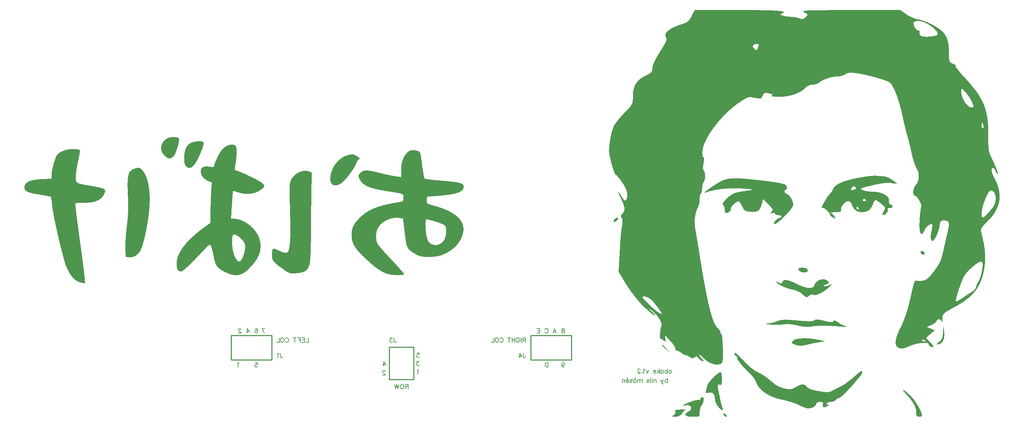
<source format=gbo>
G04 Layer: BottomSilkLayer*
G04 EasyEDA v6.3.53, 2020-06-17T23:21:06+02:00*
G04 04ce8127e00047ebb4670b429beeeb49,c5fe026039d2484e9a32019ccd8c5756,10*
G04 Gerber Generator version 0.2*
G04 Scale: 100 percent, Rotated: No, Reflected: No *
G04 Dimensions in millimeters *
G04 leading zeros omitted , absolute positions ,3 integer and 3 decimal *
%FSLAX33Y33*%
%MOMM*%
G90*
G71D02*

%ADD10C,0.254000*%
%ADD20C,0.152400*%
%ADD21C,0.203200*%

%LPD*%

%LPD*%
G36*
G01X246201Y59230D02*
G01X245986Y59230D01*
G01X245770Y59226D01*
G01X245608Y59220D01*
G01X245553Y59217D01*
G01X245498Y59215D01*
G01X245389Y59209D01*
G01X245278Y59202D01*
G01X245222Y59198D01*
G01X245166Y59193D01*
G01X245109Y59189D01*
G01X245053Y59184D01*
G01X244995Y59179D01*
G01X244938Y59174D01*
G01X244880Y59168D01*
G01X244762Y59156D01*
G01X244703Y59149D01*
G01X244643Y59143D01*
G01X244521Y59128D01*
G01X244459Y59121D01*
G01X244397Y59113D01*
G01X244334Y59105D01*
G01X244270Y59096D01*
G01X244205Y59088D01*
G01X244075Y59070D01*
G01X243941Y59050D01*
G01X243873Y59040D01*
G01X243804Y59029D01*
G01X243734Y59019D01*
G01X243663Y59008D01*
G01X243591Y58996D01*
G01X243519Y58985D01*
G01X243371Y58961D01*
G01X243219Y58935D01*
G01X243141Y58922D01*
G01X243062Y58909D01*
G01X242983Y58895D01*
G01X242902Y58881D01*
G01X242820Y58867D01*
G01X242737Y58852D01*
G01X242653Y58837D01*
G01X242567Y58822D01*
G01X242480Y58806D01*
G01X242392Y58791D01*
G01X242303Y58774D01*
G01X242204Y58757D01*
G01X242106Y58738D01*
G01X242009Y58721D01*
G01X241913Y58702D01*
G01X241723Y58666D01*
G01X241629Y58647D01*
G01X241536Y58629D01*
G01X241445Y58610D01*
G01X241353Y58592D01*
G01X241262Y58573D01*
G01X241172Y58554D01*
G01X241083Y58535D01*
G01X240995Y58516D01*
G01X240821Y58478D01*
G01X240649Y58440D01*
G01X240565Y58420D01*
G01X240481Y58401D01*
G01X240399Y58381D01*
G01X240316Y58362D01*
G01X240154Y58322D01*
G01X240074Y58302D01*
G01X239996Y58283D01*
G01X239917Y58262D01*
G01X239840Y58243D01*
G01X239763Y58222D01*
G01X239687Y58202D01*
G01X239612Y58182D01*
G01X239537Y58161D01*
G01X239463Y58140D01*
G01X239390Y58120D01*
G01X239246Y58078D01*
G01X239175Y58058D01*
G01X239106Y58037D01*
G01X239036Y58015D01*
G01X238968Y57995D01*
G01X238900Y57973D01*
G01X238766Y57931D01*
G01X238636Y57887D01*
G01X238572Y57866D01*
G01X238446Y57822D01*
G01X238384Y57800D01*
G01X238323Y57778D01*
G01X238262Y57755D01*
G01X238144Y57711D01*
G01X238028Y57666D01*
G01X237915Y57620D01*
G01X237860Y57597D01*
G01X237805Y57575D01*
G01X237751Y57551D01*
G01X237698Y57528D01*
G01X237645Y57504D01*
G01X237543Y57458D01*
G01X237492Y57434D01*
G01X237442Y57410D01*
G01X237394Y57387D01*
G01X237345Y57363D01*
G01X237298Y57338D01*
G01X237251Y57314D01*
G01X237205Y57290D01*
G01X237160Y57266D01*
G01X237115Y57241D01*
G01X237071Y57216D01*
G01X237027Y57192D01*
G01X236901Y57117D01*
G01X236821Y57067D01*
G01X236782Y57041D01*
G01X236744Y57016D01*
G01X236706Y56990D01*
G01X236669Y56964D01*
G01X236597Y56912D01*
G01X236562Y56886D01*
G01X236494Y56833D01*
G01X236461Y56807D01*
G01X236429Y56781D01*
G01X236397Y56754D01*
G01X236366Y56727D01*
G01X236306Y56673D01*
G01X236277Y56646D01*
G01X236249Y56618D01*
G01X236221Y56591D01*
G01X236194Y56564D01*
G01X236168Y56536D01*
G01X236093Y56452D01*
G01X236069Y56423D01*
G01X236047Y56395D01*
G01X236024Y56367D01*
G01X236003Y56338D01*
G01X235981Y56310D01*
G01X235961Y56281D01*
G01X235923Y56223D01*
G01X235904Y56193D01*
G01X235886Y56164D01*
G01X235869Y56134D01*
G01X235853Y56105D01*
G01X235837Y56075D01*
G01X235822Y56045D01*
G01X235780Y55955D01*
G01X235756Y55898D01*
G01X235730Y55840D01*
G01X235703Y55782D01*
G01X235645Y55666D01*
G01X235583Y55550D01*
G01X235551Y55492D01*
G01X235518Y55434D01*
G01X235484Y55377D01*
G01X235416Y55265D01*
G01X235346Y55157D01*
G01X235310Y55105D01*
G01X235275Y55053D01*
G01X235239Y55004D01*
G01X235204Y54956D01*
G01X235169Y54909D01*
G01X235134Y54864D01*
G01X235099Y54822D01*
G01X235065Y54781D01*
G01X235031Y54743D01*
G01X234998Y54707D01*
G01X234965Y54673D01*
G01X234933Y54642D01*
G01X234902Y54614D01*
G01X234873Y54588D01*
G01X234849Y54568D01*
G01X234824Y54545D01*
G01X234797Y54518D01*
G01X234769Y54489D01*
G01X234740Y54457D01*
G01X234710Y54422D01*
G01X234678Y54384D01*
G01X234646Y54345D01*
G01X234612Y54302D01*
G01X234578Y54258D01*
G01X234543Y54211D01*
G01X234507Y54162D01*
G01X234470Y54111D01*
G01X234432Y54059D01*
G01X234394Y54004D01*
G01X234355Y53948D01*
G01X234316Y53891D01*
G01X234277Y53832D01*
G01X234197Y53710D01*
G01X234156Y53647D01*
G01X234116Y53584D01*
G01X234034Y53454D01*
G01X233953Y53322D01*
G01X233912Y53254D01*
G01X233871Y53187D01*
G01X233831Y53119D01*
G01X233752Y52984D01*
G01X233713Y52916D01*
G01X233599Y52715D01*
G01X233563Y52648D01*
G01X233527Y52583D01*
G01X233492Y52518D01*
G01X233458Y52453D01*
G01X233425Y52390D01*
G01X233392Y52328D01*
G01X233361Y52267D01*
G01X233331Y52207D01*
G01X233303Y52149D01*
G01X233275Y52092D01*
G01X233249Y52036D01*
G01X233224Y51982D01*
G01X233201Y51931D01*
G01X233179Y51880D01*
G01X233159Y51832D01*
G01X233140Y51786D01*
G01X233123Y51743D01*
G01X233108Y51701D01*
G01X233095Y51662D01*
G01X233083Y51625D01*
G01X233074Y51591D01*
G01X233066Y51560D01*
G01X233060Y51532D01*
G01X233057Y51506D01*
G01X233056Y51485D01*
G01X233064Y51448D01*
G01X233087Y51415D01*
G01X233122Y51384D01*
G01X233170Y51357D01*
G01X233227Y51335D01*
G01X233293Y51318D01*
G01X233365Y51308D01*
G01X233443Y51304D01*
G01X233476Y51302D01*
G01X233512Y51295D01*
G01X233551Y51284D01*
G01X233592Y51268D01*
G01X233636Y51249D01*
G01X233682Y51226D01*
G01X233729Y51199D01*
G01X233778Y51169D01*
G01X233829Y51135D01*
G01X233881Y51099D01*
G01X233934Y51060D01*
G01X233989Y51018D01*
G01X234043Y50974D01*
G01X234099Y50927D01*
G01X234155Y50879D01*
G01X234211Y50829D01*
G01X234267Y50777D01*
G01X234322Y50724D01*
G01X234378Y50670D01*
G01X234433Y50614D01*
G01X234486Y50558D01*
G01X234540Y50501D01*
G01X234592Y50444D01*
G01X234642Y50386D01*
G01X234691Y50329D01*
G01X234738Y50272D01*
G01X234783Y50215D01*
G01X234826Y50158D01*
G01X234867Y50102D01*
G01X234905Y50048D01*
G01X234940Y49995D01*
G01X234973Y49942D01*
G01X235002Y49892D01*
G01X235028Y49843D01*
G01X235051Y49796D01*
G01X235070Y49751D01*
G01X235085Y49709D01*
G01X235096Y49669D01*
G01X235103Y49632D01*
G01X235105Y49598D01*
G01X235109Y49568D01*
G01X235119Y49536D01*
G01X235137Y49501D01*
G01X235161Y49464D01*
G01X235191Y49425D01*
G01X235227Y49384D01*
G01X235267Y49341D01*
G01X235313Y49298D01*
G01X235364Y49254D01*
G01X235418Y49210D01*
G01X235477Y49166D01*
G01X235539Y49122D01*
G01X235604Y49079D01*
G01X235672Y49037D01*
G01X235742Y48996D01*
G01X235814Y48957D01*
G01X235891Y48917D01*
G01X235962Y48881D01*
G01X236027Y48849D01*
G01X236085Y48821D01*
G01X236138Y48797D01*
G01X236185Y48777D01*
G01X236226Y48761D01*
G01X236262Y48751D01*
G01X236292Y48744D01*
G01X236317Y48742D01*
G01X236337Y48745D01*
G01X236351Y48753D01*
G01X236360Y48765D01*
G01X236365Y48782D01*
G01X236364Y48805D01*
G01X236359Y48832D01*
G01X236349Y48865D01*
G01X236335Y48903D01*
G01X236316Y48947D01*
G01X236292Y48996D01*
G01X236265Y49051D01*
G01X236234Y49111D01*
G01X236198Y49178D01*
G01X236159Y49249D01*
G01X236128Y49304D01*
G01X236095Y49359D01*
G01X236060Y49413D01*
G01X236023Y49467D01*
G01X235984Y49521D01*
G01X235944Y49573D01*
G01X235903Y49624D01*
G01X235862Y49674D01*
G01X235776Y49768D01*
G01X235733Y49812D01*
G01X235689Y49854D01*
G01X235646Y49894D01*
G01X235604Y49930D01*
G01X235561Y49964D01*
G01X235520Y49995D01*
G01X235479Y50022D01*
G01X235439Y50046D01*
G01X235401Y50066D01*
G01X235365Y50082D01*
G01X235339Y50094D01*
G01X235321Y50105D01*
G01X235308Y50117D01*
G01X235304Y50128D01*
G01X235306Y50139D01*
G01X235314Y50150D01*
G01X235329Y50161D01*
G01X235350Y50171D01*
G01X235377Y50181D01*
G01X235410Y50191D01*
G01X235449Y50200D01*
G01X235493Y50210D01*
G01X235544Y50218D01*
G01X235598Y50226D01*
G01X235659Y50234D01*
G01X235724Y50242D01*
G01X235795Y50248D01*
G01X235869Y50254D01*
G01X235948Y50260D01*
G01X236032Y50265D01*
G01X236120Y50269D01*
G01X236212Y50273D01*
G01X236308Y50276D01*
G01X236407Y50278D01*
G01X236521Y50280D01*
G01X236629Y50283D01*
G01X236731Y50286D01*
G01X236828Y50291D01*
G01X236919Y50295D01*
G01X237004Y50301D01*
G01X237084Y50308D01*
G01X237160Y50315D01*
G01X237230Y50323D01*
G01X237295Y50332D01*
G01X237356Y50343D01*
G01X237411Y50355D01*
G01X237463Y50368D01*
G01X237510Y50382D01*
G01X237553Y50397D01*
G01X237592Y50414D01*
G01X237627Y50433D01*
G01X237658Y50453D01*
G01X237685Y50475D01*
G01X237710Y50498D01*
G01X237730Y50523D01*
G01X237748Y50550D01*
G01X237762Y50579D01*
G01X237773Y50610D01*
G01X237782Y50643D01*
G01X237787Y50678D01*
G01X237790Y50715D01*
G01X237791Y50754D01*
G01X237790Y50796D01*
G01X237786Y50840D01*
G01X237781Y50886D01*
G01X237773Y50935D01*
G01X237767Y50981D01*
G01X237763Y51027D01*
G01X237763Y51074D01*
G01X237764Y51122D01*
G01X237768Y51172D01*
G01X237775Y51221D01*
G01X237784Y51271D01*
G01X237795Y51322D01*
G01X237808Y51373D01*
G01X237824Y51425D01*
G01X237842Y51477D01*
G01X237862Y51529D01*
G01X237883Y51582D01*
G01X237907Y51634D01*
G01X237933Y51687D01*
G01X237960Y51740D01*
G01X237989Y51792D01*
G01X238020Y51844D01*
G01X238052Y51896D01*
G01X238086Y51947D01*
G01X238121Y51999D01*
G01X238157Y52049D01*
G01X238195Y52099D01*
G01X238234Y52149D01*
G01X238275Y52197D01*
G01X238316Y52246D01*
G01X238359Y52292D01*
G01X238403Y52339D01*
G01X238447Y52384D01*
G01X238492Y52427D01*
G01X238538Y52471D01*
G01X238585Y52512D01*
G01X238633Y52552D01*
G01X238680Y52592D01*
G01X238729Y52629D01*
G01X238779Y52665D01*
G01X238828Y52699D01*
G01X238878Y52732D01*
G01X238928Y52763D01*
G01X238978Y52792D01*
G01X239028Y52819D01*
G01X239079Y52845D01*
G01X239130Y52867D01*
G01X239180Y52889D01*
G01X239231Y52908D01*
G01X239281Y52924D01*
G01X239331Y52938D01*
G01X239381Y52950D01*
G01X239430Y52959D01*
G01X239479Y52966D01*
G01X239527Y52970D01*
G01X239574Y52972D01*
G01X239625Y52969D01*
G01X239676Y52961D01*
G01X239726Y52950D01*
G01X239778Y52933D01*
G01X239829Y52912D01*
G01X239879Y52887D01*
G01X239929Y52859D01*
G01X239977Y52826D01*
G01X240025Y52790D01*
G01X240072Y52751D01*
G01X240117Y52709D01*
G01X240160Y52664D01*
G01X240201Y52616D01*
G01X240240Y52565D01*
G01X240277Y52513D01*
G01X240311Y52458D01*
G01X240342Y52401D01*
G01X240370Y52343D01*
G01X240394Y52283D01*
G01X240415Y52221D01*
G01X240436Y52156D01*
G01X240458Y52092D01*
G01X240480Y52030D01*
G01X240503Y51968D01*
G01X240526Y51908D01*
G01X240550Y51848D01*
G01X240575Y51790D01*
G01X240627Y51678D01*
G01X240654Y51623D01*
G01X240681Y51569D01*
G01X240709Y51517D01*
G01X240738Y51466D01*
G01X240768Y51416D01*
G01X240798Y51367D01*
G01X240829Y51320D01*
G01X240861Y51273D01*
G01X240927Y51183D01*
G01X240961Y51140D01*
G01X240995Y51098D01*
G01X241031Y51057D01*
G01X241067Y51017D01*
G01X241104Y50979D01*
G01X241142Y50941D01*
G01X241180Y50905D01*
G01X241219Y50869D01*
G01X241259Y50835D01*
G01X241300Y50802D01*
G01X241341Y50770D01*
G01X241383Y50739D01*
G01X241426Y50709D01*
G01X241470Y50680D01*
G01X241560Y50626D01*
G01X241606Y50601D01*
G01X241653Y50576D01*
G01X241701Y50553D01*
G01X241749Y50531D01*
G01X241798Y50509D01*
G01X241848Y50489D01*
G01X241899Y50470D01*
G01X241951Y50452D01*
G01X242003Y50435D01*
G01X242057Y50419D01*
G01X242111Y50404D01*
G01X242166Y50390D01*
G01X242222Y50377D01*
G01X242279Y50365D01*
G01X242336Y50355D01*
G01X242394Y50345D01*
G01X242514Y50329D01*
G01X242575Y50322D01*
G01X242637Y50317D01*
G01X242700Y50312D01*
G01X242763Y50309D01*
G01X242828Y50306D01*
G01X242893Y50305D01*
G01X242959Y50304D01*
G01X243027Y50305D01*
G01X243093Y50306D01*
G01X243160Y50309D01*
G01X243224Y50312D01*
G01X243288Y50316D01*
G01X243351Y50322D01*
G01X243413Y50328D01*
G01X243533Y50344D01*
G01X243651Y50364D01*
G01X243708Y50376D01*
G01X243764Y50389D01*
G01X243820Y50403D01*
G01X243874Y50418D01*
G01X243928Y50434D01*
G01X243981Y50451D01*
G01X244085Y50489D01*
G01X244135Y50510D01*
G01X244185Y50532D01*
G01X244234Y50554D01*
G01X244283Y50578D01*
G01X244377Y50630D01*
G01X244423Y50658D01*
G01X244469Y50687D01*
G01X244513Y50717D01*
G01X244558Y50749D01*
G01X244601Y50781D01*
G01X244643Y50815D01*
G01X244686Y50850D01*
G01X244768Y50924D01*
G01X244808Y50963D01*
G01X244848Y51004D01*
G01X244887Y51045D01*
G01X244926Y51088D01*
G01X245002Y51178D01*
G01X245038Y51225D01*
G01X245075Y51274D01*
G01X245111Y51324D01*
G01X245146Y51374D01*
G01X245181Y51427D01*
G01X245216Y51481D01*
G01X245250Y51536D01*
G01X245283Y51593D01*
G01X245317Y51651D01*
G01X245350Y51711D01*
G01X245382Y51772D01*
G01X245415Y51835D01*
G01X245446Y51899D01*
G01X245478Y51964D01*
G01X245509Y52031D01*
G01X245539Y52099D01*
G01X245569Y52169D01*
G01X245599Y52241D01*
G01X245629Y52314D01*
G01X245659Y52388D01*
G01X245686Y52457D01*
G01X245712Y52524D01*
G01X245738Y52587D01*
G01X245764Y52647D01*
G01X245789Y52705D01*
G01X245814Y52759D01*
G01X245838Y52810D01*
G01X245863Y52859D01*
G01X245887Y52904D01*
G01X245911Y52947D01*
G01X245936Y52987D01*
G01X245961Y53023D01*
G01X245986Y53057D01*
G01X246010Y53088D01*
G01X246036Y53116D01*
G01X246063Y53141D01*
G01X246089Y53163D01*
G01X246117Y53182D01*
G01X246145Y53198D01*
G01X246174Y53211D01*
G01X246204Y53221D01*
G01X246235Y53228D01*
G01X246267Y53233D01*
G01X246300Y53234D01*
G01X246335Y53232D01*
G01X246370Y53228D01*
G01X246407Y53220D01*
G01X246446Y53209D01*
G01X246486Y53196D01*
G01X246528Y53180D01*
G01X246571Y53161D01*
G01X246617Y53138D01*
G01X246664Y53113D01*
G01X246713Y53084D01*
G01X246765Y53053D01*
G01X246818Y53019D01*
G01X246874Y52982D01*
G01X246931Y52942D01*
G01X246992Y52899D01*
G01X247054Y52853D01*
G01X247120Y52804D01*
G01X247188Y52753D01*
G01X247259Y52698D01*
G01X247332Y52640D01*
G01X247408Y52579D01*
G01X247487Y52515D01*
G01X247569Y52449D01*
G01X247655Y52379D01*
G01X247733Y52315D01*
G01X247807Y52255D01*
G01X247877Y52196D01*
G01X247943Y52140D01*
G01X248005Y52087D01*
G01X248065Y52036D01*
G01X248120Y51987D01*
G01X248172Y51940D01*
G01X248221Y51895D01*
G01X248307Y51809D01*
G01X248346Y51768D01*
G01X248381Y51728D01*
G01X248412Y51689D01*
G01X248441Y51651D01*
G01X248467Y51614D01*
G01X248489Y51578D01*
G01X248508Y51542D01*
G01X248525Y51505D01*
G01X248539Y51470D01*
G01X248549Y51434D01*
G01X248557Y51398D01*
G01X248562Y51362D01*
G01X248565Y51325D01*
G01X248564Y51288D01*
G01X248561Y51250D01*
G01X248555Y51211D01*
G01X248547Y51171D01*
G01X248537Y51130D01*
G01X248524Y51087D01*
G01X248509Y51043D01*
G01X248491Y50997D01*
G01X248471Y50950D01*
G01X248449Y50900D01*
G01X248425Y50849D01*
G01X248399Y50795D01*
G01X248370Y50739D01*
G01X248340Y50680D01*
G01X248307Y50618D01*
G01X248273Y50554D01*
G01X248223Y50460D01*
G01X248177Y50372D01*
G01X248135Y50290D01*
G01X248098Y50215D01*
G01X248065Y50145D01*
G01X248036Y50081D01*
G01X248012Y50023D01*
G01X247992Y49969D01*
G01X247976Y49920D01*
G01X247965Y49877D01*
G01X247958Y49838D01*
G01X247956Y49803D01*
G01X247957Y49772D01*
G01X247963Y49745D01*
G01X247974Y49721D01*
G01X247989Y49702D01*
G01X248007Y49685D01*
G01X248031Y49671D01*
G01X248058Y49659D01*
G01X248090Y49651D01*
G01X248126Y49645D01*
G01X248166Y49641D01*
G01X248211Y49638D01*
G01X248260Y49638D01*
G01X248306Y49640D01*
G01X248352Y49648D01*
G01X248399Y49660D01*
G01X248446Y49677D01*
G01X248494Y49698D01*
G01X248541Y49723D01*
G01X248589Y49752D01*
G01X248636Y49784D01*
G01X248684Y49819D01*
G01X248730Y49858D01*
G01X248775Y49899D01*
G01X248820Y49943D01*
G01X248864Y49989D01*
G01X248907Y50037D01*
G01X248948Y50087D01*
G01X248987Y50138D01*
G01X249025Y50191D01*
G01X249061Y50245D01*
G01X249095Y50298D01*
G01X249127Y50353D01*
G01X249156Y50409D01*
G01X249184Y50464D01*
G01X249208Y50518D01*
G01X249230Y50573D01*
G01X249248Y50626D01*
G01X249264Y50678D01*
G01X249275Y50730D01*
G01X249284Y50780D01*
G01X249289Y50828D01*
G01X249290Y50873D01*
G01X249287Y50918D01*
G01X249280Y50959D01*
G01X249269Y50997D01*
G01X249253Y51033D01*
G01X249233Y51065D01*
G01X249208Y51094D01*
G01X249185Y51122D01*
G01X249177Y51150D01*
G01X249182Y51176D01*
G01X249200Y51200D01*
G01X249231Y51222D01*
G01X249273Y51243D01*
G01X249326Y51261D01*
G01X249389Y51275D01*
G01X249462Y51288D01*
G01X249544Y51297D01*
G01X249634Y51302D01*
G01X249732Y51304D01*
G01X249802Y51306D01*
G01X249868Y51310D01*
G01X249931Y51316D01*
G01X249991Y51325D01*
G01X250046Y51336D01*
G01X250099Y51349D01*
G01X250149Y51365D01*
G01X250194Y51383D01*
G01X250236Y51402D01*
G01X250275Y51423D01*
G01X250310Y51445D01*
G01X250341Y51469D01*
G01X250368Y51495D01*
G01X250392Y51521D01*
G01X250412Y51549D01*
G01X250429Y51578D01*
G01X250442Y51608D01*
G01X250450Y51638D01*
G01X250455Y51669D01*
G01X250457Y51701D01*
G01X250454Y51733D01*
G01X250448Y51766D01*
G01X250438Y51799D01*
G01X250423Y51832D01*
G01X250405Y51865D01*
G01X250382Y51897D01*
G01X250356Y51930D01*
G01X250326Y51962D01*
G01X250291Y51994D01*
G01X250253Y52025D01*
G01X250210Y52056D01*
G01X250163Y52085D01*
G01X250113Y52114D01*
G01X250057Y52141D01*
G01X249998Y52168D01*
G01X249934Y52194D01*
G01X249884Y52214D01*
G01X249838Y52238D01*
G01X249795Y52264D01*
G01X249754Y52294D01*
G01X249717Y52326D01*
G01X249683Y52361D01*
G01X249653Y52399D01*
G01X249626Y52439D01*
G01X249602Y52481D01*
G01X249582Y52527D01*
G01X249564Y52574D01*
G01X249551Y52624D01*
G01X249541Y52676D01*
G01X249533Y52731D01*
G01X249530Y52787D01*
G01X249530Y52846D01*
G01X249534Y52907D01*
G01X249541Y52969D01*
G01X249552Y53034D01*
G01X249566Y53100D01*
G01X249574Y53136D01*
G01X249580Y53173D01*
G01X249585Y53209D01*
G01X249587Y53246D01*
G01X249588Y53282D01*
G01X249588Y53318D01*
G01X249586Y53355D01*
G01X249582Y53392D01*
G01X249576Y53428D01*
G01X249569Y53464D01*
G01X249560Y53501D01*
G01X249550Y53537D01*
G01X249538Y53573D01*
G01X249525Y53610D01*
G01X249511Y53646D01*
G01X249495Y53681D01*
G01X249477Y53717D01*
G01X249458Y53753D01*
G01X249437Y53788D01*
G01X249416Y53824D01*
G01X249368Y53894D01*
G01X249342Y53929D01*
G01X249314Y53964D01*
G01X249286Y53998D01*
G01X249256Y54033D01*
G01X249225Y54067D01*
G01X249193Y54101D01*
G01X249159Y54134D01*
G01X249124Y54168D01*
G01X249088Y54201D01*
G01X249051Y54233D01*
G01X249013Y54266D01*
G01X248974Y54298D01*
G01X248933Y54330D01*
G01X248891Y54362D01*
G01X248849Y54393D01*
G01X248805Y54424D01*
G01X248760Y54455D01*
G01X248714Y54485D01*
G01X248667Y54515D01*
G01X248620Y54544D01*
G01X248571Y54574D01*
G01X248521Y54602D01*
G01X248470Y54631D01*
G01X248419Y54659D01*
G01X248313Y54713D01*
G01X248259Y54739D01*
G01X248204Y54766D01*
G01X248148Y54791D01*
G01X248034Y54841D01*
G01X247976Y54865D01*
G01X247917Y54889D01*
G01X247858Y54912D01*
G01X247675Y54978D01*
G01X247612Y54998D01*
G01X247549Y55019D01*
G01X247486Y55038D01*
G01X247422Y55057D01*
G01X247357Y55076D01*
G01X247292Y55093D01*
G01X247226Y55111D01*
G01X247160Y55127D01*
G01X247093Y55143D01*
G01X247026Y55158D01*
G01X246958Y55173D01*
G01X246890Y55186D01*
G01X246822Y55200D01*
G01X246753Y55212D01*
G01X246683Y55223D01*
G01X246613Y55235D01*
G01X246543Y55245D01*
G01X246403Y55263D01*
G01X246331Y55271D01*
G01X246260Y55278D01*
G01X246189Y55284D01*
G01X246117Y55290D01*
G01X246045Y55295D01*
G01X245829Y55304D01*
G01X245756Y55305D01*
G01X245683Y55305D01*
G01X245614Y55306D01*
G01X245544Y55307D01*
G01X245473Y55308D01*
G01X245402Y55310D01*
G01X245330Y55313D01*
G01X245258Y55317D01*
G01X245185Y55321D01*
G01X245112Y55326D01*
G01X245038Y55331D01*
G01X244965Y55337D01*
G01X244891Y55343D01*
G01X244818Y55350D01*
G01X244744Y55358D01*
G01X244598Y55374D01*
G01X244526Y55383D01*
G01X244453Y55392D01*
G01X244311Y55412D01*
G01X244171Y55434D01*
G01X244103Y55445D01*
G01X244035Y55458D01*
G01X243969Y55470D01*
G01X243903Y55483D01*
G01X243839Y55495D01*
G01X243776Y55509D01*
G01X243714Y55522D01*
G01X243654Y55536D01*
G01X243596Y55551D01*
G01X243539Y55565D01*
G01X243484Y55580D01*
G01X243430Y55595D01*
G01X243379Y55610D01*
G01X243329Y55626D01*
G01X243282Y55642D01*
G01X243237Y55657D01*
G01X243194Y55674D01*
G01X243153Y55690D01*
G01X243114Y55706D01*
G01X243075Y55724D01*
G01X243038Y55741D01*
G01X243002Y55757D01*
G01X242967Y55774D01*
G01X242934Y55789D01*
G01X242903Y55805D01*
G01X242874Y55820D01*
G01X242846Y55835D01*
G01X242820Y55850D01*
G01X242796Y55864D01*
G01X242774Y55878D01*
G01X242754Y55893D01*
G01X242735Y55906D01*
G01X242719Y55920D01*
G01X242705Y55933D01*
G01X242693Y55946D01*
G01X242683Y55960D01*
G01X242674Y55973D01*
G01X242669Y55986D01*
G01X242665Y55999D01*
G01X242664Y56012D01*
G01X242665Y56025D01*
G01X242669Y56038D01*
G01X242675Y56052D01*
G01X242684Y56065D01*
G01X242695Y56078D01*
G01X242708Y56092D01*
G01X242724Y56105D01*
G01X242743Y56119D01*
G01X242765Y56133D01*
G01X242789Y56147D01*
G01X242816Y56161D01*
G01X242846Y56176D01*
G01X242879Y56191D01*
G01X242914Y56206D01*
G01X242953Y56222D01*
G01X242994Y56238D01*
G01X243039Y56254D01*
G01X243086Y56270D01*
G01X243137Y56288D01*
G01X243191Y56305D01*
G01X243248Y56323D01*
G01X243308Y56342D01*
G01X243372Y56360D01*
G01X243439Y56380D01*
G01X243510Y56400D01*
G01X243583Y56420D01*
G01X243661Y56441D01*
G01X243742Y56463D01*
G01X243826Y56485D01*
G01X243914Y56508D01*
G01X244005Y56532D01*
G01X244100Y56556D01*
G01X244199Y56581D01*
G01X244302Y56607D01*
G01X244409Y56634D01*
G01X244519Y56661D01*
G01X244633Y56689D01*
G01X244752Y56718D01*
G01X244874Y56748D01*
G01X245000Y56778D01*
G01X245130Y56810D01*
G01X245265Y56842D01*
G01X245403Y56876D01*
G01X245489Y56896D01*
G01X245573Y56917D01*
G01X245657Y56936D01*
G01X245740Y56956D01*
G01X245905Y56993D01*
G01X246066Y57030D01*
G01X246146Y57047D01*
G01X246225Y57064D01*
G01X246304Y57082D01*
G01X246382Y57098D01*
G01X246459Y57114D01*
G01X246535Y57131D01*
G01X246687Y57161D01*
G01X246761Y57176D01*
G01X246835Y57190D01*
G01X246909Y57205D01*
G01X246981Y57218D01*
G01X247053Y57232D01*
G01X247195Y57258D01*
G01X247335Y57282D01*
G01X247404Y57294D01*
G01X247472Y57305D01*
G01X247539Y57316D01*
G01X247607Y57327D01*
G01X247739Y57347D01*
G01X247804Y57357D01*
G01X247869Y57366D01*
G01X247933Y57375D01*
G01X247996Y57384D01*
G01X248059Y57392D01*
G01X248121Y57400D01*
G01X248183Y57407D01*
G01X248244Y57415D01*
G01X248304Y57422D01*
G01X248364Y57428D01*
G01X248482Y57440D01*
G01X248540Y57446D01*
G01X248654Y57456D01*
G01X248710Y57461D01*
G01X248766Y57465D01*
G01X248822Y57468D01*
G01X248930Y57475D01*
G01X248984Y57478D01*
G01X249037Y57481D01*
G01X249141Y57485D01*
G01X249243Y57487D01*
G01X249343Y57489D01*
G01X249440Y57489D01*
G01X249489Y57488D01*
G01X249630Y57485D01*
G01X249721Y57481D01*
G01X249766Y57478D01*
G01X249854Y57472D01*
G01X249898Y57468D01*
G01X249941Y57464D01*
G01X249983Y57460D01*
G01X250066Y57451D01*
G01X250107Y57445D01*
G01X251620Y57247D01*
G01X250602Y58084D01*
G01X250559Y58118D01*
G01X250514Y58153D01*
G01X250469Y58187D01*
G01X250373Y58255D01*
G01X250323Y58288D01*
G01X250272Y58322D01*
G01X250220Y58355D01*
G01X250167Y58387D01*
G01X250113Y58420D01*
G01X250058Y58452D01*
G01X249946Y58514D01*
G01X249889Y58545D01*
G01X249831Y58575D01*
G01X249773Y58604D01*
G01X249714Y58633D01*
G01X249596Y58689D01*
G01X249536Y58716D01*
G01X249476Y58742D01*
G01X249417Y58767D01*
G01X249357Y58792D01*
G01X249297Y58816D01*
G01X249237Y58839D01*
G01X249178Y58861D01*
G01X249118Y58882D01*
G01X249059Y58902D01*
G01X249001Y58922D01*
G01X248943Y58940D01*
G01X248885Y58957D01*
G01X248829Y58974D01*
G01X248772Y58988D01*
G01X248717Y59003D01*
G01X248663Y59015D01*
G01X248609Y59026D01*
G01X248557Y59037D01*
G01X248505Y59046D01*
G01X248454Y59054D01*
G01X248405Y59060D01*
G01X248332Y59069D01*
G01X248260Y59077D01*
G01X248189Y59085D01*
G01X248119Y59093D01*
G01X247981Y59109D01*
G01X247847Y59123D01*
G01X247715Y59137D01*
G01X247587Y59149D01*
G01X247461Y59161D01*
G01X247399Y59167D01*
G01X247277Y59177D01*
G01X247217Y59182D01*
G01X247157Y59186D01*
G01X247098Y59191D01*
G01X246981Y59199D01*
G01X246923Y59203D01*
G01X246866Y59206D01*
G01X246809Y59210D01*
G01X246753Y59213D01*
G01X246696Y59215D01*
G01X246584Y59220D01*
G01X246529Y59222D01*
G01X246364Y59227D01*
G01X246256Y59229D01*
G01X246201Y59230D01*
G37*

%LPC*%
G36*
G01X241778Y51631D02*
G01X241744Y51638D01*
G01X241714Y51631D01*
G01X241685Y51612D01*
G01X241660Y51581D01*
G01X241638Y51540D01*
G01X241619Y51491D01*
G01X241605Y51434D01*
G01X241596Y51371D01*
G01X241593Y51304D01*
G01X241600Y51237D01*
G01X241622Y51175D01*
G01X241655Y51118D01*
G01X241700Y51069D01*
G01X241753Y51028D01*
G01X241814Y50997D01*
G01X241882Y50978D01*
G01X241955Y50971D01*
G01X242023Y50978D01*
G01X242078Y50997D01*
G01X242121Y51028D01*
G01X242148Y51069D01*
G01X242161Y51118D01*
G01X242159Y51175D01*
G01X242140Y51237D01*
G01X242105Y51304D01*
G01X242060Y51371D01*
G01X242011Y51434D01*
G01X241962Y51491D01*
G01X241912Y51540D01*
G01X241864Y51581D01*
G01X241819Y51612D01*
G01X241778Y51631D01*
G37*
G36*
G01X243502Y53631D02*
G01X243471Y53638D01*
G01X243441Y53631D01*
G01X243404Y53612D01*
G01X243362Y53581D01*
G01X243317Y53540D01*
G01X243270Y53491D01*
G01X243222Y53434D01*
G01X243175Y53372D01*
G01X243130Y53305D01*
G01X243106Y53260D01*
G01X243094Y53216D01*
G01X243091Y53175D01*
G01X243099Y53137D01*
G01X243117Y53102D01*
G01X243143Y53070D01*
G01X243178Y53041D01*
G01X243222Y53017D01*
G01X243273Y52998D01*
G01X243332Y52983D01*
G01X243399Y52975D01*
G01X243471Y52972D01*
G01X243544Y52975D01*
G01X243610Y52983D01*
G01X243669Y52998D01*
G01X243721Y53017D01*
G01X243765Y53041D01*
G01X243800Y53070D01*
G01X243826Y53102D01*
G01X243843Y53137D01*
G01X243851Y53175D01*
G01X243849Y53216D01*
G01X243836Y53260D01*
G01X243813Y53305D01*
G01X243768Y53372D01*
G01X243720Y53434D01*
G01X243673Y53491D01*
G01X243625Y53540D01*
G01X243580Y53581D01*
G01X243538Y53612D01*
G01X243502Y53631D01*
G37*
G36*
G01X240993Y56623D02*
G01X240946Y56627D01*
G01X240899Y56626D01*
G01X240852Y56621D01*
G01X240805Y56612D01*
G01X240759Y56599D01*
G01X240712Y56580D01*
G01X240667Y56559D01*
G01X240623Y56532D01*
G01X240579Y56501D01*
G01X240537Y56466D01*
G01X240496Y56427D01*
G01X240457Y56383D01*
G01X240419Y56336D01*
G01X240384Y56283D01*
G01X240353Y56231D01*
G01X240326Y56182D01*
G01X240304Y56134D01*
G01X240286Y56090D01*
G01X240273Y56047D01*
G01X240264Y56007D01*
G01X240259Y55969D01*
G01X240259Y55934D01*
G01X240262Y55902D01*
G01X240270Y55872D01*
G01X240282Y55844D01*
G01X240297Y55820D01*
G01X240317Y55798D01*
G01X240341Y55779D01*
G01X240368Y55763D01*
G01X240398Y55750D01*
G01X240433Y55740D01*
G01X240470Y55732D01*
G01X240512Y55728D01*
G01X240557Y55726D01*
G01X240605Y55728D01*
G01X240656Y55734D01*
G01X240711Y55742D01*
G01X240768Y55753D01*
G01X240829Y55768D01*
G01X240893Y55786D01*
G01X240960Y55808D01*
G01X241030Y55833D01*
G01X241104Y55864D01*
G01X241172Y55899D01*
G01X241232Y55937D01*
G01X241286Y55979D01*
G01X241332Y56023D01*
G01X241369Y56068D01*
G01X241399Y56115D01*
G01X241419Y56161D01*
G01X241430Y56208D01*
G01X241430Y56254D01*
G01X241421Y56298D01*
G01X241400Y56341D01*
G01X241367Y56389D01*
G01X241332Y56433D01*
G01X241295Y56472D01*
G01X241256Y56507D01*
G01X241214Y56537D01*
G01X241172Y56563D01*
G01X241129Y56584D01*
G01X241084Y56602D01*
G01X241039Y56614D01*
G01X240993Y56623D01*
G37*

%LPD*%
G36*
G01X182921Y48963D02*
G01X182891Y48963D01*
G01X182858Y48959D01*
G01X182822Y48953D01*
G01X182783Y48943D01*
G01X182740Y48930D01*
G01X182694Y48915D01*
G01X182646Y48896D01*
G01X182593Y48873D01*
G01X182538Y48848D01*
G01X182480Y48819D01*
G01X182419Y48787D01*
G01X182355Y48752D01*
G01X182289Y48713D01*
G01X182219Y48671D01*
G01X182157Y48628D01*
G01X182100Y48579D01*
G01X182048Y48527D01*
G01X182002Y48470D01*
G01X181962Y48411D01*
G01X181928Y48349D01*
G01X181902Y48286D01*
G01X181883Y48223D01*
G01X181871Y48160D01*
G01X181867Y48099D01*
G01X181872Y48040D01*
G01X181887Y47983D01*
G01X181901Y47947D01*
G01X181919Y47917D01*
G01X181938Y47892D01*
G01X181961Y47872D01*
G01X181987Y47858D01*
G01X182015Y47849D01*
G01X182046Y47846D01*
G01X182079Y47847D01*
G01X182115Y47854D01*
G01X182153Y47867D01*
G01X182193Y47884D01*
G01X182237Y47907D01*
G01X182282Y47935D01*
G01X182330Y47969D01*
G01X182380Y48007D01*
G01X182433Y48051D01*
G01X182487Y48100D01*
G01X182544Y48154D01*
G01X182603Y48214D01*
G01X182664Y48278D01*
G01X182716Y48336D01*
G01X182764Y48391D01*
G01X182809Y48444D01*
G01X182849Y48494D01*
G01X182885Y48542D01*
G01X182917Y48588D01*
G01X182945Y48631D01*
G01X182969Y48672D01*
G01X182989Y48710D01*
G01X183006Y48746D01*
G01X183019Y48779D01*
G01X183028Y48809D01*
G01X183033Y48837D01*
G01X183035Y48863D01*
G01X183033Y48885D01*
G01X183028Y48905D01*
G01X183018Y48922D01*
G01X183006Y48936D01*
G01X182990Y48947D01*
G01X182970Y48955D01*
G01X182947Y48961D01*
G01X182921Y48963D01*
G37*

%LPD*%
G36*
G01X211957Y58606D02*
G01X211672Y58606D01*
G01X211617Y58605D01*
G01X211562Y58605D01*
G01X211454Y58603D01*
G01X211401Y58601D01*
G01X211348Y58600D01*
G01X211296Y58598D01*
G01X211193Y58594D01*
G01X211142Y58592D01*
G01X211092Y58590D01*
G01X210992Y58584D01*
G01X210895Y58578D01*
G01X210799Y58571D01*
G01X210705Y58563D01*
G01X210659Y58559D01*
G01X210613Y58554D01*
G01X210567Y58550D01*
G01X210477Y58540D01*
G01X210389Y58530D01*
G01X210345Y58524D01*
G01X210302Y58518D01*
G01X210259Y58513D01*
G01X210216Y58507D01*
G01X210174Y58500D01*
G01X210049Y58480D01*
G01X210007Y58473D01*
G01X209967Y58466D01*
G01X209926Y58458D01*
G01X209886Y58450D01*
G01X209846Y58443D01*
G01X209767Y58426D01*
G01X209728Y58418D01*
G01X209689Y58409D01*
G01X209651Y58400D01*
G01X209612Y58391D01*
G01X209574Y58382D01*
G01X209537Y58373D01*
G01X209461Y58353D01*
G01X209387Y58332D01*
G01X209350Y58322D01*
G01X209277Y58300D01*
G01X209205Y58278D01*
G01X209133Y58255D01*
G01X209097Y58243D01*
G01X209062Y58231D01*
G01X209026Y58219D01*
G01X208991Y58206D01*
G01X208921Y58181D01*
G01X208886Y58167D01*
G01X208851Y58154D01*
G01X208817Y58140D01*
G01X208782Y58127D01*
G01X208747Y58113D01*
G01X208679Y58085D01*
G01X208644Y58070D01*
G01X208610Y58055D01*
G01X208575Y58040D01*
G01X208541Y58025D01*
G01X208507Y58009D01*
G01X208473Y57994D01*
G01X208337Y57930D01*
G01X208235Y57879D01*
G01X208166Y57845D01*
G01X208098Y57809D01*
G01X208063Y57791D01*
G01X208029Y57773D01*
G01X207995Y57754D01*
G01X207926Y57717D01*
G01X207891Y57697D01*
G01X207856Y57678D01*
G01X207822Y57659D01*
G01X207786Y57639D01*
G01X207716Y57599D01*
G01X207654Y57563D01*
G01X207593Y57527D01*
G01X207469Y57454D01*
G01X207407Y57418D01*
G01X207284Y57343D01*
G01X207222Y57306D01*
G01X207160Y57268D01*
G01X207099Y57230D01*
G01X207037Y57193D01*
G01X206976Y57154D01*
G01X206854Y57078D01*
G01X206732Y57000D01*
G01X206672Y56962D01*
G01X206612Y56923D01*
G01X206553Y56885D01*
G01X206493Y56846D01*
G01X206375Y56768D01*
G01X206316Y56730D01*
G01X206258Y56691D01*
G01X206144Y56614D01*
G01X206087Y56576D01*
G01X206031Y56537D01*
G01X205975Y56499D01*
G01X205865Y56423D01*
G01X205810Y56386D01*
G01X205704Y56311D01*
G01X205651Y56274D01*
G01X205600Y56237D01*
G01X205548Y56200D01*
G01X205448Y56128D01*
G01X205399Y56093D01*
G01X205351Y56057D01*
G01X205303Y56022D01*
G01X205256Y55988D01*
G01X205210Y55953D01*
G01X205165Y55919D01*
G01X205120Y55886D01*
G01X205077Y55853D01*
G01X205035Y55820D01*
G01X204993Y55788D01*
G01X204952Y55756D01*
G01X204912Y55725D01*
G01X204874Y55694D01*
G01X204835Y55664D01*
G01X204798Y55634D01*
G01X204763Y55605D01*
G01X204728Y55577D01*
G01X204694Y55548D01*
G01X204661Y55521D01*
G01X204630Y55494D01*
G01X204599Y55468D01*
G01X204570Y55442D01*
G01X204542Y55418D01*
G01X204515Y55393D01*
G01X204465Y55347D01*
G01X204419Y55303D01*
G01X204379Y55263D01*
G01X204362Y55244D01*
G01X204345Y55226D01*
G01X204330Y55208D01*
G01X204316Y55192D01*
G01X204303Y55176D01*
G01X204292Y55161D01*
G01X204282Y55147D01*
G01X204274Y55134D01*
G01X204268Y55122D01*
G01X204262Y55111D01*
G01X204259Y55101D01*
G01X204257Y55091D01*
G01X204256Y55083D01*
G01X204258Y55076D01*
G01X204260Y55070D01*
G01X204265Y55064D01*
G01X204271Y55060D01*
G01X204279Y55057D01*
G01X204288Y55054D01*
G01X204300Y55053D01*
G01X204312Y55054D01*
G01X204327Y55055D01*
G01X204344Y55057D01*
G01X204362Y55061D01*
G01X204382Y55066D01*
G01X204404Y55072D01*
G01X204428Y55079D01*
G01X204454Y55087D01*
G01X204481Y55096D01*
G01X204511Y55107D01*
G01X204542Y55119D01*
G01X204630Y55153D01*
G01X204674Y55169D01*
G01X204719Y55186D01*
G01X204764Y55202D01*
G01X204810Y55218D01*
G01X204856Y55235D01*
G01X204903Y55250D01*
G01X204997Y55282D01*
G01X205045Y55298D01*
G01X205094Y55313D01*
G01X205143Y55329D01*
G01X205192Y55344D01*
G01X205292Y55374D01*
G01X205394Y55404D01*
G01X205446Y55418D01*
G01X205497Y55433D01*
G01X205603Y55461D01*
G01X205709Y55490D01*
G01X205763Y55503D01*
G01X205817Y55517D01*
G01X205872Y55531D01*
G01X205927Y55544D01*
G01X205983Y55558D01*
G01X206038Y55571D01*
G01X206095Y55584D01*
G01X206151Y55597D01*
G01X206208Y55610D01*
G01X206323Y55635D01*
G01X206381Y55648D01*
G01X206498Y55672D01*
G01X206675Y55708D01*
G01X206795Y55730D01*
G01X206856Y55742D01*
G01X207039Y55775D01*
G01X207101Y55786D01*
G01X207225Y55807D01*
G01X207350Y55828D01*
G01X207413Y55838D01*
G01X207476Y55847D01*
G01X207539Y55857D01*
G01X207603Y55867D01*
G01X207731Y55885D01*
G01X207796Y55895D01*
G01X207860Y55904D01*
G01X207925Y55913D01*
G01X207990Y55921D01*
G01X208055Y55930D01*
G01X208121Y55938D01*
G01X208186Y55947D01*
G01X208384Y55971D01*
G01X208451Y55978D01*
G01X208517Y55985D01*
G01X208584Y55993D01*
G01X208785Y56014D01*
G01X208988Y56034D01*
G01X209260Y56058D01*
G01X209328Y56063D01*
G01X209397Y56069D01*
G01X209603Y56084D01*
G01X209810Y56098D01*
G01X210017Y56110D01*
G01X210087Y56114D01*
G01X210156Y56117D01*
G01X210225Y56121D01*
G01X210365Y56127D01*
G01X210434Y56130D01*
G01X210504Y56133D01*
G01X210573Y56135D01*
G01X210643Y56137D01*
G01X210713Y56140D01*
G01X210783Y56142D01*
G01X210852Y56143D01*
G01X210922Y56146D01*
G01X211132Y56149D01*
G01X211271Y56151D01*
G01X211341Y56152D01*
G01X211759Y56152D01*
G01X211828Y56151D01*
G01X211898Y56150D01*
G01X212036Y56148D01*
G01X212244Y56143D01*
G01X212382Y56139D01*
G01X212519Y56134D01*
G01X212721Y56126D01*
G01X212821Y56122D01*
G01X212920Y56117D01*
G01X213018Y56113D01*
G01X213116Y56108D01*
G01X213212Y56104D01*
G01X213308Y56099D01*
G01X213403Y56094D01*
G01X213497Y56090D01*
G01X213590Y56085D01*
G01X213681Y56079D01*
G01X213772Y56074D01*
G01X213861Y56069D01*
G01X213949Y56064D01*
G01X214036Y56059D01*
G01X214121Y56054D01*
G01X214205Y56048D01*
G01X214288Y56043D01*
G01X214369Y56037D01*
G01X214448Y56032D01*
G01X214526Y56027D01*
G01X214602Y56021D01*
G01X214676Y56015D01*
G01X214749Y56010D01*
G01X214820Y56004D01*
G01X214889Y55999D01*
G01X214956Y55993D01*
G01X215021Y55987D01*
G01X215084Y55981D01*
G01X215145Y55976D01*
G01X215204Y55970D01*
G01X215261Y55965D01*
G01X215316Y55959D01*
G01X215368Y55953D01*
G01X215418Y55948D01*
G01X215466Y55942D01*
G01X215511Y55937D01*
G01X215554Y55931D01*
G01X215594Y55926D01*
G01X215632Y55920D01*
G01X215667Y55915D01*
G01X215700Y55910D01*
G01X215730Y55905D01*
G01X215756Y55900D01*
G01X215781Y55894D01*
G01X215802Y55889D01*
G01X215820Y55884D01*
G01X215836Y55879D01*
G01X215848Y55874D01*
G01X215858Y55870D01*
G01X215864Y55865D01*
G01X215869Y55857D01*
G01X215869Y55849D01*
G01X215864Y55840D01*
G01X215854Y55831D01*
G01X215839Y55821D01*
G01X215819Y55811D01*
G01X215795Y55801D01*
G01X215766Y55789D01*
G01X215733Y55778D01*
G01X215696Y55767D01*
G01X215654Y55754D01*
G01X215608Y55742D01*
G01X215559Y55730D01*
G01X215506Y55717D01*
G01X215449Y55705D01*
G01X215388Y55691D01*
G01X215325Y55678D01*
G01X215257Y55664D01*
G01X215187Y55651D01*
G01X215113Y55638D01*
G01X215037Y55624D01*
G01X214958Y55611D01*
G01X214876Y55597D01*
G01X214791Y55583D01*
G01X214704Y55569D01*
G01X214614Y55556D01*
G01X214523Y55543D01*
G01X214429Y55529D01*
G01X214333Y55516D01*
G01X214236Y55503D01*
G01X214136Y55491D01*
G01X214035Y55478D01*
G01X213898Y55461D01*
G01X213829Y55451D01*
G01X213689Y55431D01*
G01X213620Y55421D01*
G01X213480Y55398D01*
G01X213410Y55387D01*
G01X213339Y55375D01*
G01X213269Y55363D01*
G01X213199Y55350D01*
G01X212990Y55310D01*
G01X212921Y55297D01*
G01X212852Y55283D01*
G01X212784Y55269D01*
G01X212716Y55254D01*
G01X212649Y55240D01*
G01X212582Y55225D01*
G01X212516Y55210D01*
G01X212451Y55195D01*
G01X212386Y55179D01*
G01X212322Y55164D01*
G01X212259Y55148D01*
G01X212197Y55133D01*
G01X212136Y55117D01*
G01X212018Y55085D01*
G01X211960Y55070D01*
G01X211903Y55053D01*
G01X211848Y55037D01*
G01X211794Y55021D01*
G01X211741Y55005D01*
G01X211689Y54989D01*
G01X211591Y54957D01*
G01X211499Y54925D01*
G01X211456Y54909D01*
G01X211414Y54893D01*
G01X211373Y54878D01*
G01X211335Y54862D01*
G01X211299Y54846D01*
G01X211265Y54831D01*
G01X211232Y54816D01*
G01X211202Y54801D01*
G01X211148Y54773D01*
G01X211095Y54744D01*
G01X211041Y54713D01*
G01X210986Y54681D01*
G01X210931Y54648D01*
G01X210876Y54614D01*
G01X210821Y54578D01*
G01X210765Y54542D01*
G01X210653Y54466D01*
G01X210597Y54426D01*
G01X210485Y54344D01*
G01X210429Y54302D01*
G01X210373Y54259D01*
G01X210317Y54215D01*
G01X210261Y54170D01*
G01X210206Y54125D01*
G01X210041Y53987D01*
G01X209987Y53939D01*
G01X209933Y53892D01*
G01X209827Y53796D01*
G01X209775Y53747D01*
G01X209672Y53650D01*
G01X209622Y53601D01*
G01X209573Y53552D01*
G01X209524Y53502D01*
G01X209476Y53454D01*
G01X209429Y53404D01*
G01X209383Y53356D01*
G01X209337Y53307D01*
G01X209293Y53259D01*
G01X209250Y53210D01*
G01X209208Y53163D01*
G01X209167Y53115D01*
G01X209127Y53068D01*
G01X209088Y53021D01*
G01X209051Y52976D01*
G01X209015Y52930D01*
G01X208980Y52885D01*
G01X208947Y52840D01*
G01X208915Y52797D01*
G01X208884Y52754D01*
G01X208855Y52712D01*
G01X208828Y52671D01*
G01X208802Y52631D01*
G01X208778Y52592D01*
G01X208755Y52553D01*
G01X208734Y52516D01*
G01X208716Y52479D01*
G01X208698Y52444D01*
G01X208683Y52410D01*
G01X208669Y52378D01*
G01X208658Y52346D01*
G01X208649Y52316D01*
G01X208641Y52287D01*
G01X208636Y52260D01*
G01X208632Y52234D01*
G01X208631Y52210D01*
G01X208632Y52187D01*
G01X208636Y52166D01*
G01X208641Y52146D01*
G01X208650Y52128D01*
G01X208660Y52112D01*
G01X208672Y52098D01*
G01X208688Y52086D01*
G01X208705Y52075D01*
G01X208726Y52066D01*
G01X208769Y52047D01*
G01X208812Y52021D01*
G01X208852Y51988D01*
G01X208891Y51948D01*
G01X208929Y51904D01*
G01X208964Y51853D01*
G01X208997Y51799D01*
G01X209027Y51740D01*
G01X209055Y51677D01*
G01X209079Y51610D01*
G01X209101Y51540D01*
G01X209119Y51469D01*
G01X209133Y51395D01*
G01X209144Y51319D01*
G01X209150Y51243D01*
G01X209152Y51166D01*
G01X209153Y51088D01*
G01X209157Y51011D01*
G01X209162Y50933D01*
G01X209170Y50858D01*
G01X209179Y50783D01*
G01X209190Y50711D01*
G01X209202Y50641D01*
G01X209216Y50574D01*
G01X209231Y50510D01*
G01X209248Y50451D01*
G01X209266Y50396D01*
G01X209285Y50346D01*
G01X209304Y50301D01*
G01X209325Y50262D01*
G01X209346Y50230D01*
G01X209368Y50205D01*
G01X209400Y50178D01*
G01X209436Y50155D01*
G01X209474Y50138D01*
G01X209515Y50125D01*
G01X209558Y50117D01*
G01X209604Y50114D01*
G01X209651Y50114D01*
G01X209701Y50118D01*
G01X209751Y50126D01*
G01X209802Y50138D01*
G01X209855Y50153D01*
G01X209907Y50171D01*
G01X209960Y50193D01*
G01X210013Y50217D01*
G01X210066Y50244D01*
G01X210118Y50273D01*
G01X210170Y50305D01*
G01X210220Y50339D01*
G01X210270Y50375D01*
G01X210317Y50412D01*
G01X210364Y50451D01*
G01X210407Y50491D01*
G01X210449Y50534D01*
G01X210487Y50576D01*
G01X210524Y50620D01*
G01X210557Y50664D01*
G01X210586Y50709D01*
G01X210612Y50754D01*
G01X210634Y50799D01*
G01X210652Y50844D01*
G01X210665Y50889D01*
G01X210673Y50933D01*
G01X210677Y50977D01*
G01X210675Y51020D01*
G01X210668Y51062D01*
G01X210656Y51103D01*
G01X210648Y51131D01*
G01X210643Y51161D01*
G01X210643Y51193D01*
G01X210648Y51228D01*
G01X210655Y51265D01*
G01X210666Y51304D01*
G01X210681Y51345D01*
G01X210699Y51388D01*
G01X210721Y51432D01*
G01X210745Y51478D01*
G01X210772Y51525D01*
G01X210802Y51573D01*
G01X210835Y51622D01*
G01X210871Y51672D01*
G01X210909Y51723D01*
G01X210949Y51775D01*
G01X210990Y51827D01*
G01X211035Y51879D01*
G01X211080Y51932D01*
G01X211128Y51985D01*
G01X211177Y52038D01*
G01X211228Y52091D01*
G01X211279Y52143D01*
G01X211387Y52247D01*
G01X211442Y52298D01*
G01X211497Y52348D01*
G01X211553Y52397D01*
G01X211610Y52445D01*
G01X211667Y52491D01*
G01X211723Y52537D01*
G01X211781Y52581D01*
G01X211838Y52623D01*
G01X211894Y52664D01*
G01X211951Y52702D01*
G01X212006Y52739D01*
G01X212062Y52773D01*
G01X212116Y52805D01*
G01X212169Y52835D01*
G01X212222Y52862D01*
G01X212273Y52887D01*
G01X212323Y52909D01*
G01X212371Y52927D01*
G01X212418Y52943D01*
G01X212463Y52955D01*
G01X212506Y52964D01*
G01X212546Y52969D01*
G01X212586Y52972D01*
G01X212605Y52968D01*
G01X212627Y52960D01*
G01X212652Y52946D01*
G01X212679Y52927D01*
G01X212707Y52902D01*
G01X212738Y52873D01*
G01X212771Y52839D01*
G01X212806Y52800D01*
G01X212842Y52757D01*
G01X212879Y52710D01*
G01X212918Y52659D01*
G01X212958Y52604D01*
G01X212999Y52546D01*
G01X213041Y52484D01*
G01X213083Y52419D01*
G01X213127Y52351D01*
G01X213170Y52280D01*
G01X213214Y52206D01*
G01X213259Y52131D01*
G01X213303Y52053D01*
G01X213347Y51972D01*
G01X213391Y51890D01*
G01X213435Y51807D01*
G01X213478Y51721D01*
G01X213514Y51651D01*
G01X213548Y51583D01*
G01X213582Y51518D01*
G01X213615Y51455D01*
G01X213647Y51395D01*
G01X213679Y51337D01*
G01X213710Y51281D01*
G01X213741Y51229D01*
G01X213771Y51178D01*
G01X213802Y51129D01*
G01X213832Y51083D01*
G01X213862Y51038D01*
G01X213892Y50996D01*
G01X213923Y50956D01*
G01X213953Y50917D01*
G01X213984Y50881D01*
G01X214016Y50846D01*
G01X214048Y50813D01*
G01X214080Y50782D01*
G01X214114Y50752D01*
G01X214148Y50724D01*
G01X214182Y50698D01*
G01X214218Y50673D01*
G01X214255Y50649D01*
G01X214293Y50627D01*
G01X214333Y50606D01*
G01X214374Y50587D01*
G01X214416Y50569D01*
G01X214460Y50551D01*
G01X214505Y50535D01*
G01X214553Y50520D01*
G01X214601Y50506D01*
G01X214652Y50493D01*
G01X214705Y50481D01*
G01X214760Y50469D01*
G01X214817Y50458D01*
G01X214876Y50449D01*
G01X214938Y50440D01*
G01X215002Y50431D01*
G01X215069Y50422D01*
G01X215138Y50415D01*
G01X215210Y50408D01*
G01X215285Y50401D01*
G01X215363Y50394D01*
G01X215444Y50388D01*
G01X215527Y50382D01*
G01X215614Y50376D01*
G01X215705Y50370D01*
G01X215779Y50365D01*
G01X215852Y50362D01*
G01X215923Y50358D01*
G01X215993Y50356D01*
G01X216061Y50354D01*
G01X216127Y50353D01*
G01X216192Y50352D01*
G01X216255Y50352D01*
G01X216317Y50353D01*
G01X216378Y50355D01*
G01X216437Y50357D01*
G01X216494Y50360D01*
G01X216550Y50364D01*
G01X216605Y50370D01*
G01X216659Y50376D01*
G01X216711Y50382D01*
G01X216762Y50390D01*
G01X216812Y50399D01*
G01X216860Y50409D01*
G01X216907Y50420D01*
G01X216999Y50444D01*
G01X217043Y50458D01*
G01X217085Y50474D01*
G01X217128Y50490D01*
G01X217168Y50507D01*
G01X217208Y50526D01*
G01X217247Y50546D01*
G01X217285Y50567D01*
G01X217323Y50590D01*
G01X217359Y50613D01*
G01X217394Y50638D01*
G01X217429Y50664D01*
G01X217463Y50692D01*
G01X217496Y50721D01*
G01X217528Y50752D01*
G01X217560Y50784D01*
G01X217591Y50817D01*
G01X217622Y50852D01*
G01X217652Y50888D01*
G01X217681Y50926D01*
G01X217710Y50965D01*
G01X217766Y51049D01*
G01X217793Y51093D01*
G01X217820Y51140D01*
G01X217846Y51187D01*
G01X217873Y51236D01*
G01X217899Y51288D01*
G01X217924Y51340D01*
G01X217949Y51395D01*
G01X217974Y51451D01*
G01X217999Y51510D01*
G01X218023Y51569D01*
G01X218048Y51631D01*
G01X218072Y51695D01*
G01X218096Y51761D01*
G01X218120Y51829D01*
G01X218144Y51899D01*
G01X218168Y51970D01*
G01X218192Y52044D01*
G01X218216Y52120D01*
G01X218240Y52197D01*
G01X218288Y52359D01*
G01X218313Y52444D01*
G01X218337Y52530D01*
G01X218362Y52618D01*
G01X218599Y53471D01*
G01X219890Y52217D01*
G01X219973Y52136D01*
G01X220052Y52059D01*
G01X220267Y51844D01*
G01X220332Y51778D01*
G01X220392Y51714D01*
G01X220449Y51654D01*
G01X220503Y51595D01*
G01X220554Y51539D01*
G01X220601Y51485D01*
G01X220644Y51433D01*
G01X220685Y51384D01*
G01X220722Y51336D01*
G01X220756Y51290D01*
G01X220787Y51245D01*
G01X220815Y51202D01*
G01X220840Y51161D01*
G01X220861Y51121D01*
G01X220880Y51082D01*
G01X220896Y51045D01*
G01X220909Y51008D01*
G01X220919Y50972D01*
G01X220927Y50937D01*
G01X220932Y50903D01*
G01X220934Y50869D01*
G01X220934Y50836D01*
G01X220931Y50804D01*
G01X220926Y50772D01*
G01X220918Y50739D01*
G01X220908Y50707D01*
G01X220895Y50675D01*
G01X220880Y50643D01*
G01X220863Y50610D01*
G01X220844Y50578D01*
G01X220822Y50544D01*
G01X220799Y50510D01*
G01X220773Y50476D01*
G01X220746Y50441D01*
G01X220716Y50405D01*
G01X220658Y50335D01*
G01X220607Y50272D01*
G01X220563Y50215D01*
G01X220524Y50164D01*
G01X220492Y50120D01*
G01X220467Y50081D01*
G01X220448Y50047D01*
G01X220436Y50020D01*
G01X220431Y49997D01*
G01X220432Y49980D01*
G01X220440Y49968D01*
G01X220455Y49960D01*
G01X220477Y49958D01*
G01X220505Y49959D01*
G01X220541Y49965D01*
G01X220584Y49976D01*
G01X220634Y49990D01*
G01X220691Y50008D01*
G01X220755Y50031D01*
G01X220826Y50056D01*
G01X220905Y50082D01*
G01X220983Y50100D01*
G01X221058Y50112D01*
G01X221132Y50117D01*
G01X221201Y50116D01*
G01X221266Y50108D01*
G01X221325Y50094D01*
G01X221379Y50074D01*
G01X221425Y50048D01*
G01X221464Y50017D01*
G01X221494Y49980D01*
G01X221514Y49937D01*
G01X221530Y49903D01*
G01X221552Y49870D01*
G01X221582Y49837D01*
G01X221618Y49805D01*
G01X221660Y49774D01*
G01X221708Y49744D01*
G01X221761Y49715D01*
G01X221818Y49688D01*
G01X221879Y49663D01*
G01X221945Y49640D01*
G01X222014Y49618D01*
G01X222085Y49599D01*
G01X222159Y49583D01*
G01X222234Y49569D01*
G01X222312Y49559D01*
G01X222390Y49552D01*
G01X222467Y49545D01*
G01X222540Y49537D01*
G01X222608Y49528D01*
G01X222672Y49517D01*
G01X222732Y49505D01*
G01X222788Y49492D01*
G01X222840Y49477D01*
G01X222887Y49462D01*
G01X222930Y49445D01*
G01X222970Y49427D01*
G01X223004Y49409D01*
G01X223035Y49390D01*
G01X223060Y49369D01*
G01X223082Y49348D01*
G01X223100Y49326D01*
G01X223113Y49304D01*
G01X223122Y49281D01*
G01X223127Y49258D01*
G01X223127Y49233D01*
G01X223123Y49209D01*
G01X223115Y49184D01*
G01X223103Y49158D01*
G01X223086Y49133D01*
G01X223065Y49108D01*
G01X223039Y49082D01*
G01X223009Y49056D01*
G01X222975Y49030D01*
G01X222936Y49004D01*
G01X222893Y48978D01*
G01X222846Y48952D01*
G01X222794Y48927D01*
G01X222738Y48901D01*
G01X222677Y48877D01*
G01X222613Y48852D01*
G01X222543Y48827D01*
G01X222470Y48804D01*
G01X222422Y48788D01*
G01X222374Y48769D01*
G01X222325Y48748D01*
G01X222276Y48725D01*
G01X222226Y48699D01*
G01X222177Y48671D01*
G01X222127Y48641D01*
G01X222078Y48609D01*
G01X222028Y48575D01*
G01X221979Y48540D01*
G01X221931Y48503D01*
G01X221883Y48465D01*
G01X221837Y48425D01*
G01X221792Y48385D01*
G01X221748Y48344D01*
G01X221705Y48301D01*
G01X221664Y48258D01*
G01X221624Y48215D01*
G01X221587Y48170D01*
G01X221552Y48126D01*
G01X221518Y48082D01*
G01X221488Y48037D01*
G01X221459Y47992D01*
G01X221433Y47948D01*
G01X221412Y47908D01*
G01X221392Y47871D01*
G01X221374Y47834D01*
G01X221357Y47799D01*
G01X221341Y47765D01*
G01X221326Y47732D01*
G01X221313Y47701D01*
G01X221301Y47671D01*
G01X221290Y47642D01*
G01X221280Y47615D01*
G01X221272Y47589D01*
G01X221265Y47564D01*
G01X221255Y47518D01*
G01X221252Y47497D01*
G01X221249Y47478D01*
G01X221248Y47459D01*
G01X221248Y47442D01*
G01X221249Y47426D01*
G01X221252Y47411D01*
G01X221255Y47397D01*
G01X221260Y47385D01*
G01X221266Y47373D01*
G01X221272Y47363D01*
G01X221289Y47346D01*
G01X221299Y47340D01*
G01X221310Y47335D01*
G01X221322Y47330D01*
G01X221335Y47327D01*
G01X221349Y47325D01*
G01X221364Y47324D01*
G01X221380Y47324D01*
G01X221397Y47326D01*
G01X221415Y47328D01*
G01X221433Y47331D01*
G01X221453Y47336D01*
G01X221474Y47341D01*
G01X221495Y47347D01*
G01X221518Y47355D01*
G01X221541Y47364D01*
G01X221565Y47374D01*
G01X221590Y47385D01*
G01X221616Y47396D01*
G01X221698Y47437D01*
G01X221727Y47453D01*
G01X221787Y47487D01*
G01X221851Y47525D01*
G01X221883Y47546D01*
G01X221917Y47567D01*
G01X221951Y47590D01*
G01X221986Y47613D01*
G01X222022Y47637D01*
G01X222058Y47662D01*
G01X222095Y47688D01*
G01X222132Y47715D01*
G01X222170Y47742D01*
G01X222248Y47800D01*
G01X222288Y47831D01*
G01X222329Y47862D01*
G01X222411Y47926D01*
G01X222453Y47960D01*
G01X222496Y47994D01*
G01X222539Y48029D01*
G01X222583Y48065D01*
G01X222627Y48102D01*
G01X222672Y48139D01*
G01X222717Y48178D01*
G01X222809Y48256D01*
G01X222855Y48297D01*
G01X222902Y48338D01*
G01X222949Y48380D01*
G01X223045Y48466D01*
G01X223094Y48510D01*
G01X223142Y48555D01*
G01X223192Y48600D01*
G01X223241Y48646D01*
G01X223291Y48693D01*
G01X223340Y48741D01*
G01X223391Y48789D01*
G01X223441Y48837D01*
G01X223493Y48887D01*
G01X223595Y48987D01*
G01X223751Y49143D01*
G01X223803Y49196D01*
G01X223856Y49249D01*
G01X223908Y49303D01*
G01X224014Y49413D01*
G01X224120Y49525D01*
G01X224226Y49639D01*
G01X224334Y49755D01*
G01X224387Y49814D01*
G01X224441Y49873D01*
G01X224494Y49933D01*
G01X224602Y50054D01*
G01X224656Y50115D01*
G01X224733Y50204D01*
G01X224808Y50290D01*
G01X224880Y50373D01*
G01X224950Y50453D01*
G01X225017Y50531D01*
G01X225081Y50606D01*
G01X225143Y50679D01*
G01X225203Y50749D01*
G01X225260Y50817D01*
G01X225314Y50883D01*
G01X225367Y50947D01*
G01X225417Y51008D01*
G01X225464Y51068D01*
G01X225510Y51126D01*
G01X225553Y51182D01*
G01X225593Y51237D01*
G01X225632Y51290D01*
G01X225669Y51341D01*
G01X225703Y51391D01*
G01X225736Y51440D01*
G01X225766Y51487D01*
G01X225795Y51533D01*
G01X225821Y51579D01*
G01X225845Y51623D01*
G01X225868Y51666D01*
G01X225889Y51709D01*
G01X225908Y51751D01*
G01X225925Y51792D01*
G01X225940Y51833D01*
G01X225954Y51874D01*
G01X225966Y51913D01*
G01X225976Y51953D01*
G01X225985Y51993D01*
G01X225992Y52032D01*
G01X225998Y52072D01*
G01X226002Y52111D01*
G01X226006Y52191D01*
G01X226004Y52273D01*
G01X226001Y52314D01*
G01X225997Y52356D01*
G01X225985Y52442D01*
G01X225977Y52486D01*
G01X225968Y52532D01*
G01X225958Y52578D01*
G01X225934Y52674D01*
G01X225921Y52724D01*
G01X225906Y52776D01*
G01X225891Y52829D01*
G01X225875Y52884D01*
G01X225858Y52940D01*
G01X225840Y52997D01*
G01X225821Y53057D01*
G01X225801Y53119D01*
G01X225779Y53180D01*
G01X225755Y53242D01*
G01X225730Y53304D01*
G01X225703Y53366D01*
G01X225675Y53428D01*
G01X225644Y53489D01*
G01X225613Y53551D01*
G01X225580Y53612D01*
G01X225547Y53672D01*
G01X225512Y53731D01*
G01X225475Y53791D01*
G01X225438Y53849D01*
G01X225400Y53906D01*
G01X225361Y53963D01*
G01X225322Y54018D01*
G01X225281Y54072D01*
G01X225240Y54124D01*
G01X225199Y54175D01*
G01X225157Y54225D01*
G01X225114Y54273D01*
G01X225071Y54319D01*
G01X225028Y54364D01*
G01X224985Y54406D01*
G01X224942Y54447D01*
G01X224898Y54485D01*
G01X224855Y54521D01*
G01X224812Y54554D01*
G01X224769Y54585D01*
G01X224727Y54614D01*
G01X224685Y54640D01*
G01X224642Y54663D01*
G01X224564Y54705D01*
G01X224489Y54747D01*
G01X224418Y54788D01*
G01X224352Y54829D01*
G01X224290Y54868D01*
G01X224231Y54908D01*
G01X224178Y54947D01*
G01X224128Y54986D01*
G01X224083Y55024D01*
G01X224041Y55062D01*
G01X224004Y55100D01*
G01X223971Y55136D01*
G01X223942Y55173D01*
G01X223917Y55209D01*
G01X223897Y55245D01*
G01X223881Y55280D01*
G01X223869Y55315D01*
G01X223861Y55350D01*
G01X223857Y55384D01*
G01X223857Y55418D01*
G01X223861Y55452D01*
G01X223869Y55486D01*
G01X223881Y55519D01*
G01X223898Y55551D01*
G01X223919Y55584D01*
G01X223943Y55616D01*
G01X223972Y55648D01*
G01X224005Y55680D01*
G01X224042Y55712D01*
G01X224083Y55743D01*
G01X224128Y55774D01*
G01X224178Y55806D01*
G01X224228Y55837D01*
G01X224273Y55869D01*
G01X224315Y55901D01*
G01X224352Y55934D01*
G01X224385Y55968D01*
G01X224413Y56003D01*
G01X224438Y56038D01*
G01X224458Y56075D01*
G01X224474Y56114D01*
G01X224486Y56153D01*
G01X224493Y56195D01*
G01X224497Y56237D01*
G01X224496Y56282D01*
G01X224491Y56329D01*
G01X224481Y56378D01*
G01X224468Y56429D01*
G01X224450Y56483D01*
G01X224428Y56539D01*
G01X224402Y56598D01*
G01X224371Y56660D01*
G01X224337Y56724D01*
G01X224297Y56792D01*
G01X224255Y56862D01*
G01X224208Y56936D01*
G01X224199Y56948D01*
G01X224191Y56959D01*
G01X224180Y56970D01*
G01X224168Y56981D01*
G01X224155Y56993D01*
G01X224141Y57004D01*
G01X224109Y57026D01*
G01X224090Y57038D01*
G01X224071Y57049D01*
G01X224050Y57061D01*
G01X224028Y57072D01*
G01X224005Y57084D01*
G01X223980Y57095D01*
G01X223954Y57107D01*
G01X223927Y57118D01*
G01X223898Y57130D01*
G01X223868Y57142D01*
G01X223837Y57153D01*
G01X223805Y57165D01*
G01X223771Y57177D01*
G01X223736Y57188D01*
G01X223700Y57200D01*
G01X223662Y57212D01*
G01X223623Y57224D01*
G01X223583Y57236D01*
G01X223542Y57248D01*
G01X223454Y57272D01*
G01X223409Y57283D01*
G01X223362Y57296D01*
G01X223314Y57308D01*
G01X223265Y57320D01*
G01X223214Y57332D01*
G01X223162Y57344D01*
G01X223109Y57357D01*
G01X223054Y57369D01*
G01X222998Y57381D01*
G01X222941Y57393D01*
G01X222883Y57405D01*
G01X222823Y57418D01*
G01X222761Y57430D01*
G01X222699Y57443D01*
G01X222635Y57455D01*
G01X222570Y57468D01*
G01X222504Y57480D01*
G01X222436Y57493D01*
G01X222367Y57505D01*
G01X222297Y57518D01*
G01X222225Y57531D01*
G01X222152Y57544D01*
G01X222078Y57556D01*
G01X221926Y57582D01*
G01X221768Y57608D01*
G01X221687Y57620D01*
G01X221605Y57633D01*
G01X221521Y57646D01*
G01X221436Y57659D01*
G01X221351Y57673D01*
G01X221263Y57686D01*
G01X221174Y57698D01*
G01X221084Y57712D01*
G01X220993Y57725D01*
G01X220900Y57738D01*
G01X220806Y57751D01*
G01X220711Y57765D01*
G01X220614Y57778D01*
G01X220516Y57791D01*
G01X220417Y57805D01*
G01X220316Y57818D01*
G01X220214Y57832D01*
G01X220111Y57845D01*
G01X220006Y57859D01*
G01X219900Y57873D01*
G01X219793Y57886D01*
G01X219684Y57900D01*
G01X219575Y57913D01*
G01X219351Y57941D01*
G01X219237Y57955D01*
G01X219121Y57969D01*
G01X219005Y57982D01*
G01X218757Y58012D01*
G01X218635Y58026D01*
G01X218514Y58040D01*
G01X218394Y58055D01*
G01X218275Y58068D01*
G01X218157Y58082D01*
G01X218040Y58096D01*
G01X217924Y58109D01*
G01X217809Y58122D01*
G01X217695Y58135D01*
G01X217582Y58148D01*
G01X217470Y58161D01*
G01X217360Y58173D01*
G01X217250Y58186D01*
G01X217141Y58198D01*
G01X216927Y58222D01*
G01X216821Y58233D01*
G01X216716Y58245D01*
G01X216612Y58256D01*
G01X216509Y58267D01*
G01X216307Y58289D01*
G01X216207Y58299D01*
G01X216108Y58310D01*
G01X216009Y58320D01*
G01X215815Y58340D01*
G01X215720Y58350D01*
G01X215625Y58359D01*
G01X215532Y58369D01*
G01X215439Y58378D01*
G01X215347Y58387D01*
G01X215256Y58396D01*
G01X215166Y58405D01*
G01X214988Y58421D01*
G01X214900Y58429D01*
G01X214814Y58438D01*
G01X214728Y58445D01*
G01X214643Y58453D01*
G01X214475Y58467D01*
G01X214392Y58474D01*
G01X214311Y58481D01*
G01X214229Y58488D01*
G01X214149Y58495D01*
G01X213991Y58507D01*
G01X213913Y58513D01*
G01X213836Y58518D01*
G01X213684Y58530D01*
G01X213609Y58535D01*
G01X213461Y58545D01*
G01X213389Y58549D01*
G01X213317Y58554D01*
G01X213245Y58558D01*
G01X213174Y58563D01*
G01X213105Y58566D01*
G01X213035Y58570D01*
G01X212967Y58574D01*
G01X212831Y58580D01*
G01X212699Y58586D01*
G01X212634Y58589D01*
G01X212569Y58591D01*
G01X212505Y58594D01*
G01X212379Y58598D01*
G01X212317Y58599D01*
G01X212255Y58601D01*
G01X212194Y58602D01*
G01X212134Y58603D01*
G01X212015Y58605D01*
G01X211957Y58606D01*
G37*

%LPD*%
G36*
G01X257678Y40768D02*
G01X257620Y40773D01*
G01X257565Y40770D01*
G01X257516Y40760D01*
G01X257471Y40741D01*
G01X257431Y40714D01*
G01X257396Y40679D01*
G01X257367Y40637D01*
G01X257345Y40586D01*
G01X257332Y40535D01*
G01X257328Y40480D01*
G01X257333Y40423D01*
G01X257345Y40365D01*
G01X257366Y40306D01*
G01X257393Y40248D01*
G01X257427Y40189D01*
G01X257468Y40133D01*
G01X257515Y40080D01*
G01X257567Y40029D01*
G01X257624Y39982D01*
G01X257687Y39941D01*
G01X257756Y39902D01*
G01X257823Y39872D01*
G01X257888Y39850D01*
G01X257949Y39836D01*
G01X258007Y39831D01*
G01X258062Y39833D01*
G01X258111Y39844D01*
G01X258156Y39863D01*
G01X258196Y39890D01*
G01X258231Y39925D01*
G01X258260Y39967D01*
G01X258282Y40018D01*
G01X258295Y40069D01*
G01X258299Y40124D01*
G01X258294Y40181D01*
G01X258282Y40239D01*
G01X258261Y40297D01*
G01X258234Y40356D01*
G01X258200Y40414D01*
G01X258159Y40471D01*
G01X258112Y40525D01*
G01X258060Y40575D01*
G01X258003Y40622D01*
G01X257940Y40663D01*
G01X257871Y40702D01*
G01X257804Y40732D01*
G01X257739Y40754D01*
G01X257678Y40768D01*
G37*

%LPD*%
G36*
G01X228260Y36627D02*
G01X228190Y36627D01*
G01X228120Y36626D01*
G01X228050Y36623D01*
G01X227982Y36619D01*
G01X227915Y36614D01*
G01X227850Y36607D01*
G01X227787Y36599D01*
G01X227727Y36590D01*
G01X227669Y36579D01*
G01X227613Y36568D01*
G01X227560Y36554D01*
G01X227511Y36540D01*
G01X227465Y36524D01*
G01X227423Y36507D01*
G01X227385Y36488D01*
G01X227351Y36468D01*
G01X227321Y36447D01*
G01X227297Y36424D01*
G01X227277Y36401D01*
G01X227263Y36375D01*
G01X227254Y36349D01*
G01X227251Y36321D01*
G01X227253Y36283D01*
G01X227259Y36245D01*
G01X227268Y36207D01*
G01X227281Y36169D01*
G01X227299Y36131D01*
G01X227319Y36094D01*
G01X227342Y36058D01*
G01X227369Y36022D01*
G01X227399Y35986D01*
G01X227432Y35950D01*
G01X227468Y35916D01*
G01X227507Y35882D01*
G01X227548Y35849D01*
G01X227592Y35817D01*
G01X227639Y35786D01*
G01X227688Y35756D01*
G01X227739Y35727D01*
G01X227793Y35699D01*
G01X227848Y35672D01*
G01X227906Y35646D01*
G01X227965Y35621D01*
G01X228026Y35598D01*
G01X228089Y35577D01*
G01X228153Y35556D01*
G01X228219Y35537D01*
G01X228286Y35520D01*
G01X228354Y35505D01*
G01X228424Y35491D01*
G01X228494Y35479D01*
G01X228566Y35469D01*
G01X228638Y35461D01*
G01X228711Y35455D01*
G01X228785Y35451D01*
G01X228857Y35451D01*
G01X228925Y35454D01*
G01X228991Y35460D01*
G01X229054Y35469D01*
G01X229114Y35481D01*
G01X229171Y35496D01*
G01X229225Y35514D01*
G01X229274Y35535D01*
G01X229321Y35558D01*
G01X229364Y35584D01*
G01X229404Y35612D01*
G01X229440Y35642D01*
G01X229472Y35675D01*
G01X229500Y35709D01*
G01X229524Y35746D01*
G01X229544Y35784D01*
G01X229560Y35824D01*
G01X229572Y35866D01*
G01X229579Y35910D01*
G01X229582Y35955D01*
G01X229581Y36001D01*
G01X229575Y36048D01*
G01X229563Y36097D01*
G01X229548Y36147D01*
G01X229527Y36197D01*
G01X229501Y36249D01*
G01X229470Y36301D01*
G01X229450Y36329D01*
G01X229424Y36356D01*
G01X229394Y36382D01*
G01X229359Y36406D01*
G01X229320Y36430D01*
G01X229276Y36451D01*
G01X229230Y36472D01*
G01X229179Y36491D01*
G01X229126Y36509D01*
G01X229070Y36526D01*
G01X229011Y36541D01*
G01X228950Y36556D01*
G01X228886Y36569D01*
G01X228821Y36580D01*
G01X228754Y36591D01*
G01X228686Y36600D01*
G01X228616Y36607D01*
G01X228545Y36614D01*
G01X228475Y36619D01*
G01X228403Y36623D01*
G01X228332Y36626D01*
G01X228260Y36627D01*
G37*

%LPD*%
G36*
G01X233380Y33806D02*
G01X233324Y33806D01*
G01X233268Y33804D01*
G01X233212Y33801D01*
G01X233155Y33797D01*
G01X233099Y33790D01*
G01X233043Y33782D01*
G01X232986Y33773D01*
G01X232930Y33762D01*
G01X232874Y33750D01*
G01X232818Y33736D01*
G01X232762Y33721D01*
G01X232706Y33705D01*
G01X232651Y33687D01*
G01X232596Y33668D01*
G01X232541Y33647D01*
G01X232486Y33625D01*
G01X232432Y33601D01*
G01X232379Y33577D01*
G01X232326Y33551D01*
G01X232273Y33524D01*
G01X232221Y33495D01*
G01X232170Y33466D01*
G01X232119Y33435D01*
G01X232069Y33403D01*
G01X232020Y33370D01*
G01X231972Y33336D01*
G01X231924Y33300D01*
G01X231877Y33264D01*
G01X231832Y33226D01*
G01X231787Y33187D01*
G01X231743Y33147D01*
G01X231700Y33107D01*
G01X231658Y33065D01*
G01X231618Y33022D01*
G01X231578Y32978D01*
G01X231540Y32933D01*
G01X231502Y32887D01*
G01X231467Y32841D01*
G01X231432Y32793D01*
G01X231399Y32744D01*
G01X231367Y32695D01*
G01X231337Y32644D01*
G01X231308Y32594D01*
G01X231281Y32541D01*
G01X231255Y32489D01*
G01X231231Y32435D01*
G01X231208Y32381D01*
G01X231187Y32326D01*
G01X231168Y32270D01*
G01X231157Y32236D01*
G01X231144Y32204D01*
G01X231131Y32173D01*
G01X231116Y32143D01*
G01X231100Y32113D01*
G01X231066Y32057D01*
G01X231047Y32030D01*
G01X231026Y32004D01*
G01X231006Y31979D01*
G01X230984Y31955D01*
G01X230960Y31932D01*
G01X230937Y31910D01*
G01X230912Y31889D01*
G01X230885Y31868D01*
G01X230858Y31848D01*
G01X230830Y31830D01*
G01X230801Y31812D01*
G01X230771Y31795D01*
G01X230740Y31779D01*
G01X230708Y31765D01*
G01X230675Y31750D01*
G01X230641Y31737D01*
G01X230606Y31725D01*
G01X230570Y31714D01*
G01X230533Y31703D01*
G01X230495Y31693D01*
G01X230456Y31685D01*
G01X230416Y31677D01*
G01X230376Y31671D01*
G01X230334Y31664D01*
G01X230291Y31659D01*
G01X230248Y31655D01*
G01X230203Y31652D01*
G01X230158Y31650D01*
G01X230112Y31649D01*
G01X230065Y31648D01*
G01X230017Y31648D01*
G01X229968Y31650D01*
G01X229917Y31652D01*
G01X229867Y31655D01*
G01X229815Y31659D01*
G01X229763Y31664D01*
G01X229655Y31676D01*
G01X229600Y31684D01*
G01X229544Y31692D01*
G01X229487Y31702D01*
G01X229429Y31712D01*
G01X229371Y31723D01*
G01X229311Y31736D01*
G01X229251Y31748D01*
G01X229190Y31762D01*
G01X229128Y31777D01*
G01X229066Y31793D01*
G01X229002Y31809D01*
G01X228938Y31827D01*
G01X228873Y31845D01*
G01X228806Y31864D01*
G01X228739Y31884D01*
G01X228672Y31905D01*
G01X228604Y31927D01*
G01X228535Y31950D01*
G01X228465Y31974D01*
G01X228394Y31998D01*
G01X228250Y32050D01*
G01X228177Y32077D01*
G01X228103Y32105D01*
G01X228029Y32134D01*
G01X227954Y32164D01*
G01X227878Y32195D01*
G01X227801Y32227D01*
G01X227723Y32259D01*
G01X227645Y32293D01*
G01X227566Y32327D01*
G01X227487Y32362D01*
G01X227406Y32399D01*
G01X227325Y32435D01*
G01X227243Y32473D01*
G01X227161Y32512D01*
G01X227078Y32551D01*
G01X226910Y32633D01*
G01X226811Y32682D01*
G01X226713Y32729D01*
G01X226618Y32775D01*
G01X226523Y32820D01*
G01X226431Y32864D01*
G01X226340Y32906D01*
G01X226251Y32947D01*
G01X226163Y32987D01*
G01X226076Y33025D01*
G01X225992Y33063D01*
G01X225909Y33098D01*
G01X225828Y33133D01*
G01X225748Y33166D01*
G01X225669Y33199D01*
G01X225592Y33230D01*
G01X225517Y33259D01*
G01X225443Y33288D01*
G01X225370Y33315D01*
G01X225299Y33341D01*
G01X225230Y33365D01*
G01X225162Y33389D01*
G01X225095Y33411D01*
G01X225030Y33432D01*
G01X224966Y33452D01*
G01X224903Y33470D01*
G01X224842Y33488D01*
G01X224782Y33503D01*
G01X224724Y33518D01*
G01X224667Y33532D01*
G01X224611Y33544D01*
G01X224557Y33555D01*
G01X224504Y33565D01*
G01X224452Y33574D01*
G01X224401Y33581D01*
G01X224352Y33588D01*
G01X224304Y33593D01*
G01X224257Y33596D01*
G01X224212Y33599D01*
G01X224167Y33600D01*
G01X224124Y33600D01*
G01X224083Y33599D01*
G01X224042Y33597D01*
G01X224002Y33594D01*
G01X223964Y33589D01*
G01X223927Y33583D01*
G01X223891Y33576D01*
G01X223856Y33568D01*
G01X223822Y33558D01*
G01X223789Y33548D01*
G01X223758Y33536D01*
G01X223728Y33523D01*
G01X223699Y33509D01*
G01X223670Y33493D01*
G01X223643Y33477D01*
G01X223591Y33439D01*
G01X223567Y33419D01*
G01X223544Y33398D01*
G01X223522Y33375D01*
G01X223501Y33352D01*
G01X223481Y33327D01*
G01X223461Y33300D01*
G01X223443Y33273D01*
G01X223426Y33245D01*
G01X223409Y33215D01*
G01X223394Y33184D01*
G01X223380Y33152D01*
G01X223366Y33119D01*
G01X223341Y33060D01*
G01X223316Y33006D01*
G01X223290Y32958D01*
G01X223263Y32916D01*
G01X223234Y32880D01*
G01X223204Y32849D01*
G01X223171Y32824D01*
G01X223137Y32804D01*
G01X223100Y32790D01*
G01X223059Y32781D01*
G01X223016Y32778D01*
G01X222970Y32780D01*
G01X222919Y32787D01*
G01X222864Y32800D01*
G01X222805Y32818D01*
G01X222741Y32842D01*
G01X222673Y32870D01*
G01X222599Y32903D01*
G01X222519Y32942D01*
G01X222434Y32986D01*
G01X222360Y33023D01*
G01X222291Y33056D01*
G01X222226Y33084D01*
G01X222166Y33108D01*
G01X222112Y33128D01*
G01X222062Y33142D01*
G01X222018Y33152D01*
G01X221980Y33158D01*
G01X221947Y33159D01*
G01X221922Y33155D01*
G01X221903Y33147D01*
G01X221891Y33134D01*
G01X221885Y33116D01*
G01X221888Y33094D01*
G01X221897Y33067D01*
G01X221915Y33035D01*
G01X221931Y33011D01*
G01X221950Y32986D01*
G01X221970Y32961D01*
G01X221993Y32936D01*
G01X222018Y32910D01*
G01X222045Y32884D01*
G01X222074Y32857D01*
G01X222104Y32829D01*
G01X222137Y32802D01*
G01X222209Y32746D01*
G01X222247Y32717D01*
G01X222287Y32688D01*
G01X222329Y32659D01*
G01X222417Y32599D01*
G01X222464Y32569D01*
G01X222512Y32539D01*
G01X222562Y32509D01*
G01X222612Y32478D01*
G01X222665Y32447D01*
G01X222719Y32417D01*
G01X222773Y32386D01*
G01X222829Y32355D01*
G01X222945Y32293D01*
G01X223065Y32231D01*
G01X223126Y32200D01*
G01X223252Y32138D01*
G01X223316Y32107D01*
G01X223381Y32076D01*
G01X223513Y32016D01*
G01X223647Y31956D01*
G01X223715Y31926D01*
G01X223853Y31867D01*
G01X223923Y31838D01*
G01X224063Y31781D01*
G01X224133Y31753D01*
G01X224346Y31672D01*
G01X224559Y31594D01*
G01X224630Y31569D01*
G01X224772Y31521D01*
G01X224843Y31498D01*
G01X224913Y31475D01*
G01X224983Y31453D01*
G01X225121Y31411D01*
G01X225191Y31391D01*
G01X225259Y31371D01*
G01X225327Y31353D01*
G01X225394Y31334D01*
G01X225460Y31317D01*
G01X225592Y31285D01*
G01X225656Y31270D01*
G01X225720Y31256D01*
G01X225782Y31243D01*
G01X225844Y31231D01*
G01X225905Y31219D01*
G01X225965Y31209D01*
G01X226024Y31199D01*
G01X226082Y31190D01*
G01X226140Y31179D01*
G01X226199Y31167D01*
G01X226259Y31153D01*
G01X226319Y31138D01*
G01X226441Y31106D01*
G01X226565Y31068D01*
G01X226628Y31048D01*
G01X226690Y31027D01*
G01X226753Y31005D01*
G01X226816Y30981D01*
G01X226878Y30957D01*
G01X226941Y30932D01*
G01X227004Y30906D01*
G01X227067Y30879D01*
G01X227129Y30851D01*
G01X227253Y30793D01*
G01X227314Y30763D01*
G01X227374Y30732D01*
G01X227435Y30701D01*
G01X227495Y30668D01*
G01X227554Y30636D01*
G01X227670Y30568D01*
G01X227727Y30534D01*
G01X227783Y30499D01*
G01X227838Y30464D01*
G01X227892Y30428D01*
G01X227945Y30391D01*
G01X227997Y30354D01*
G01X228048Y30317D01*
G01X228097Y30280D01*
G01X228145Y30242D01*
G01X228192Y30204D01*
G01X228237Y30166D01*
G01X228281Y30127D01*
G01X228323Y30089D01*
G01X228404Y30012D01*
G01X228481Y29941D01*
G01X228555Y29875D01*
G01X228624Y29813D01*
G01X228689Y29755D01*
G01X228752Y29702D01*
G01X228810Y29653D01*
G01X228866Y29609D01*
G01X228919Y29569D01*
G01X228970Y29533D01*
G01X229018Y29502D01*
G01X229065Y29474D01*
G01X229109Y29451D01*
G01X229151Y29432D01*
G01X229193Y29417D01*
G01X229233Y29405D01*
G01X229272Y29398D01*
G01X229310Y29395D01*
G01X229348Y29395D01*
G01X229386Y29399D01*
G01X229423Y29406D01*
G01X229460Y29418D01*
G01X229498Y29433D01*
G01X229536Y29451D01*
G01X229576Y29473D01*
G01X229616Y29498D01*
G01X229658Y29527D01*
G01X229701Y29559D01*
G01X229745Y29594D01*
G01X229792Y29632D01*
G01X229841Y29674D01*
G01X229892Y29719D01*
G01X229953Y29771D01*
G01X230013Y29819D01*
G01X230074Y29863D01*
G01X230133Y29902D01*
G01X230192Y29937D01*
G01X230251Y29968D01*
G01X230309Y29994D01*
G01X230367Y30017D01*
G01X230424Y30034D01*
G01X230482Y30048D01*
G01X230539Y30058D01*
G01X230595Y30063D01*
G01X230652Y30064D01*
G01X230708Y30061D01*
G01X230764Y30053D01*
G01X230820Y30042D01*
G01X230876Y30026D01*
G01X230931Y30006D01*
G01X230987Y29981D01*
G01X231043Y29953D01*
G01X231066Y29942D01*
G01X231091Y29932D01*
G01X231117Y29924D01*
G01X231145Y29917D01*
G01X231175Y29912D01*
G01X231207Y29908D01*
G01X231239Y29906D01*
G01X231274Y29905D01*
G01X231310Y29905D01*
G01X231347Y29907D01*
G01X231386Y29910D01*
G01X231426Y29914D01*
G01X231467Y29920D01*
G01X231510Y29927D01*
G01X231554Y29935D01*
G01X231599Y29945D01*
G01X231645Y29956D01*
G01X231692Y29968D01*
G01X231741Y29980D01*
G01X231790Y29995D01*
G01X231840Y30010D01*
G01X231944Y30044D01*
G01X231997Y30063D01*
G01X232051Y30083D01*
G01X232106Y30103D01*
G01X232161Y30125D01*
G01X232217Y30148D01*
G01X232274Y30171D01*
G01X232331Y30195D01*
G01X232390Y30221D01*
G01X232448Y30247D01*
G01X232507Y30275D01*
G01X232627Y30331D01*
G01X232687Y30361D01*
G01X232748Y30391D01*
G01X232809Y30422D01*
G01X232870Y30454D01*
G01X232993Y30520D01*
G01X233055Y30555D01*
G01X233117Y30589D01*
G01X233303Y30697D01*
G01X233364Y30734D01*
G01X233426Y30771D01*
G01X233488Y30810D01*
G01X233549Y30848D01*
G01X233610Y30887D01*
G01X233732Y30967D01*
G01X233792Y31007D01*
G01X233852Y31048D01*
G01X233911Y31089D01*
G01X234029Y31173D01*
G01X234087Y31214D01*
G01X234201Y31300D01*
G01X234257Y31342D01*
G01X234312Y31386D01*
G01X234367Y31429D01*
G01X234421Y31472D01*
G01X234474Y31516D01*
G01X234526Y31560D01*
G01X234577Y31604D01*
G01X234627Y31648D01*
G01X234725Y31736D01*
G01X234771Y31780D01*
G01X234818Y31824D01*
G01X234906Y31912D01*
G01X234949Y31956D01*
G01X234990Y32000D01*
G01X235068Y32088D01*
G01X235105Y32131D01*
G01X235163Y32200D01*
G01X235215Y32263D01*
G01X235262Y32320D01*
G01X235303Y32372D01*
G01X235339Y32418D01*
G01X235369Y32459D01*
G01X235393Y32494D01*
G01X235412Y32524D01*
G01X235424Y32549D01*
G01X235431Y32568D01*
G01X235431Y32582D01*
G01X235425Y32592D01*
G01X235413Y32596D01*
G01X235394Y32595D01*
G01X235369Y32590D01*
G01X235337Y32579D01*
G01X235298Y32564D01*
G01X235252Y32544D01*
G01X235200Y32520D01*
G01X235141Y32492D01*
G01X235074Y32458D01*
G01X235000Y32421D01*
G01X234919Y32379D01*
G01X234830Y32333D01*
G01X234764Y32300D01*
G01X234697Y32269D01*
G01X234630Y32240D01*
G01X234561Y32213D01*
G01X234492Y32187D01*
G01X234423Y32164D01*
G01X234355Y32143D01*
G01X234287Y32124D01*
G01X234220Y32107D01*
G01X234154Y32092D01*
G01X234090Y32081D01*
G01X234028Y32071D01*
G01X233968Y32064D01*
G01X233910Y32059D01*
G01X233855Y32057D01*
G01X233804Y32058D01*
G01X233755Y32062D01*
G01X233711Y32068D01*
G01X233671Y32077D01*
G01X233635Y32089D01*
G01X233596Y32107D01*
G01X233566Y32128D01*
G01X233546Y32149D01*
G01X233533Y32172D01*
G01X233529Y32196D01*
G01X233534Y32221D01*
G01X233546Y32247D01*
G01X233566Y32273D01*
G01X233595Y32300D01*
G01X233630Y32327D01*
G01X233674Y32354D01*
G01X233724Y32381D01*
G01X233782Y32407D01*
G01X233846Y32433D01*
G01X233917Y32458D01*
G01X233995Y32483D01*
G01X234070Y32506D01*
G01X234141Y32530D01*
G01X234208Y32554D01*
G01X234271Y32579D01*
G01X234329Y32604D01*
G01X234384Y32630D01*
G01X234435Y32656D01*
G01X234482Y32683D01*
G01X234525Y32709D01*
G01X234564Y32737D01*
G01X234599Y32765D01*
G01X234629Y32794D01*
G01X234656Y32823D01*
G01X234679Y32852D01*
G01X234698Y32882D01*
G01X234712Y32913D01*
G01X234724Y32944D01*
G01X234730Y32975D01*
G01X234733Y33007D01*
G01X234732Y33039D01*
G01X234727Y33071D01*
G01X234718Y33104D01*
G01X234704Y33138D01*
G01X234687Y33171D01*
G01X234666Y33205D01*
G01X234640Y33240D01*
G01X234611Y33275D01*
G01X234577Y33310D01*
G01X234540Y33345D01*
G01X234499Y33382D01*
G01X234453Y33418D01*
G01X234404Y33454D01*
G01X234350Y33491D01*
G01X234293Y33529D01*
G01X234231Y33566D01*
G01X234166Y33604D01*
G01X234118Y33630D01*
G01X234069Y33654D01*
G01X234020Y33677D01*
G01X233969Y33697D01*
G01X233918Y33715D01*
G01X233867Y33732D01*
G01X233814Y33747D01*
G01X233762Y33760D01*
G01X233708Y33772D01*
G01X233654Y33782D01*
G01X233600Y33790D01*
G01X233546Y33797D01*
G01X233491Y33802D01*
G01X233435Y33805D01*
G01X233380Y33806D01*
G37*

%LPD*%
G36*
G01X231821Y23913D02*
G01X231737Y23913D01*
G01X231698Y23911D01*
G01X231660Y23908D01*
G01X231625Y23904D01*
G01X231591Y23899D01*
G01X231559Y23892D01*
G01X231528Y23884D01*
G01X231498Y23876D01*
G01X231470Y23866D01*
G01X231442Y23854D01*
G01X231416Y23842D01*
G01X231390Y23829D01*
G01X231340Y23799D01*
G01X231316Y23782D01*
G01X231292Y23764D01*
G01X231268Y23745D01*
G01X231244Y23724D01*
G01X231220Y23704D01*
G01X231196Y23681D01*
G01X231171Y23658D01*
G01X231146Y23634D01*
G01X231135Y23623D01*
G01X231121Y23613D01*
G01X231107Y23604D01*
G01X231090Y23595D01*
G01X231072Y23586D01*
G01X231052Y23578D01*
G01X231031Y23570D01*
G01X231008Y23561D01*
G01X230983Y23554D01*
G01X230957Y23547D01*
G01X230929Y23540D01*
G01X230899Y23533D01*
G01X230868Y23527D01*
G01X230834Y23521D01*
G01X230800Y23516D01*
G01X230764Y23511D01*
G01X230726Y23505D01*
G01X230686Y23501D01*
G01X230602Y23493D01*
G01X230557Y23489D01*
G01X230511Y23486D01*
G01X230463Y23483D01*
G01X230413Y23481D01*
G01X230362Y23479D01*
G01X230309Y23477D01*
G01X230254Y23475D01*
G01X230198Y23473D01*
G01X230140Y23472D01*
G01X230081Y23472D01*
G01X230020Y23471D01*
G01X229957Y23471D01*
G01X229893Y23472D01*
G01X229827Y23473D01*
G01X229759Y23474D01*
G01X229690Y23475D01*
G01X229619Y23477D01*
G01X229546Y23479D01*
G01X229472Y23481D01*
G01X229396Y23484D01*
G01X229319Y23487D01*
G01X229240Y23490D01*
G01X229159Y23494D01*
G01X229077Y23498D01*
G01X228992Y23502D01*
G01X228907Y23507D01*
G01X228820Y23512D01*
G01X228731Y23517D01*
G01X228640Y23522D01*
G01X228548Y23528D01*
G01X228455Y23534D01*
G01X228359Y23541D01*
G01X228262Y23548D01*
G01X228164Y23555D01*
G01X228064Y23563D01*
G01X227962Y23571D01*
G01X227859Y23579D01*
G01X227753Y23587D01*
G01X227647Y23596D01*
G01X227539Y23606D01*
G01X227429Y23615D01*
G01X227318Y23625D01*
G01X227204Y23635D01*
G01X227089Y23646D01*
G01X226973Y23656D01*
G01X226859Y23667D01*
G01X226747Y23677D01*
G01X226637Y23687D01*
G01X226529Y23697D01*
G01X226423Y23706D01*
G01X226319Y23714D01*
G01X226218Y23723D01*
G01X226118Y23732D01*
G01X226020Y23739D01*
G01X225924Y23747D01*
G01X225830Y23754D01*
G01X225737Y23762D01*
G01X225646Y23768D01*
G01X225557Y23775D01*
G01X225470Y23781D01*
G01X225385Y23787D01*
G01X225301Y23792D01*
G01X225218Y23798D01*
G01X225138Y23802D01*
G01X225059Y23807D01*
G01X224982Y23811D01*
G01X224906Y23815D01*
G01X224831Y23819D01*
G01X224758Y23822D01*
G01X224687Y23825D01*
G01X224617Y23828D01*
G01X224547Y23830D01*
G01X224480Y23832D01*
G01X224414Y23834D01*
G01X224349Y23835D01*
G01X224285Y23836D01*
G01X224222Y23837D01*
G01X224041Y23837D01*
G01X223870Y23834D01*
G01X223815Y23832D01*
G01X223762Y23830D01*
G01X223708Y23828D01*
G01X223656Y23825D01*
G01X223605Y23822D01*
G01X223554Y23818D01*
G01X223504Y23815D01*
G01X223455Y23811D01*
G01X223406Y23806D01*
G01X223359Y23802D01*
G01X223312Y23797D01*
G01X223220Y23785D01*
G01X223175Y23779D01*
G01X223086Y23766D01*
G01X223043Y23758D01*
G01X223000Y23751D01*
G01X222957Y23743D01*
G01X222915Y23735D01*
G01X222831Y23717D01*
G01X222749Y23699D01*
G01X222708Y23688D01*
G01X222627Y23667D01*
G01X222587Y23656D01*
G01X222506Y23632D01*
G01X222426Y23608D01*
G01X222346Y23581D01*
G01X222306Y23567D01*
G01X222265Y23553D01*
G01X222225Y23539D01*
G01X222144Y23509D01*
G01X222102Y23493D01*
G01X222061Y23477D01*
G01X222006Y23456D01*
G01X221950Y23435D01*
G01X221893Y23414D01*
G01X221834Y23394D01*
G01X221775Y23373D01*
G01X221653Y23333D01*
G01X221591Y23313D01*
G01X221528Y23293D01*
G01X221336Y23236D01*
G01X221271Y23217D01*
G01X221140Y23182D01*
G01X221074Y23165D01*
G01X221008Y23147D01*
G01X220876Y23115D01*
G01X220811Y23099D01*
G01X220745Y23084D01*
G01X220680Y23069D01*
G01X220615Y23055D01*
G01X220550Y23042D01*
G01X220486Y23028D01*
G01X220360Y23004D01*
G01X220299Y22992D01*
G01X220238Y22982D01*
G01X220178Y22972D01*
G01X220119Y22962D01*
G01X220061Y22954D01*
G01X220004Y22946D01*
G01X219948Y22938D01*
G01X219895Y22931D01*
G01X219842Y22926D01*
G01X219791Y22921D01*
G01X219741Y22916D01*
G01X219692Y22913D01*
G01X219646Y22910D01*
G01X219586Y22907D01*
G01X219531Y22903D01*
G01X219482Y22899D01*
G01X219438Y22895D01*
G01X219401Y22890D01*
G01X219368Y22885D01*
G01X219342Y22880D01*
G01X219321Y22874D01*
G01X219305Y22868D01*
G01X219295Y22862D01*
G01X219291Y22855D01*
G01X219292Y22848D01*
G01X219298Y22841D01*
G01X219309Y22833D01*
G01X219327Y22826D01*
G01X219350Y22818D01*
G01X219377Y22810D01*
G01X219411Y22801D01*
G01X219449Y22792D01*
G01X219493Y22783D01*
G01X219542Y22774D01*
G01X219596Y22764D01*
G01X219655Y22755D01*
G01X219720Y22745D01*
G01X219790Y22735D01*
G01X219865Y22725D01*
G01X219945Y22715D01*
G01X220030Y22704D01*
G01X220121Y22693D01*
G01X220216Y22683D01*
G01X220316Y22671D01*
G01X220421Y22660D01*
G01X220481Y22654D01*
G01X220542Y22649D01*
G01X220604Y22643D01*
G01X220667Y22637D01*
G01X220730Y22632D01*
G01X220794Y22628D01*
G01X220859Y22623D01*
G01X220924Y22619D01*
G01X221056Y22611D01*
G01X221191Y22605D01*
G01X221259Y22602D01*
G01X221326Y22600D01*
G01X221395Y22597D01*
G01X221463Y22595D01*
G01X221669Y22591D01*
G01X221807Y22589D01*
G01X221876Y22589D01*
G01X221944Y22588D01*
G01X222013Y22589D01*
G01X222149Y22589D01*
G01X222284Y22591D01*
G01X222417Y22594D01*
G01X222549Y22598D01*
G01X222613Y22600D01*
G01X222741Y22606D01*
G01X222804Y22609D01*
G01X222866Y22612D01*
G01X222927Y22616D01*
G01X222987Y22620D01*
G01X223046Y22624D01*
G01X223104Y22629D01*
G01X223162Y22633D01*
G01X223272Y22643D01*
G01X223326Y22649D01*
G01X223379Y22654D01*
G01X223430Y22660D01*
G01X223480Y22666D01*
G01X223528Y22673D01*
G01X223576Y22679D01*
G01X223666Y22693D01*
G01X223712Y22701D01*
G01X223758Y22708D01*
G01X223806Y22714D01*
G01X223904Y22726D01*
G01X223954Y22731D01*
G01X224005Y22735D01*
G01X224056Y22740D01*
G01X224109Y22743D01*
G01X224161Y22747D01*
G01X224215Y22750D01*
G01X224323Y22754D01*
G01X224435Y22756D01*
G01X224491Y22756D01*
G01X224548Y22757D01*
G01X224664Y22755D01*
G01X224723Y22754D01*
G01X224782Y22752D01*
G01X224842Y22750D01*
G01X224962Y22744D01*
G01X225023Y22740D01*
G01X225147Y22732D01*
G01X225210Y22727D01*
G01X225272Y22722D01*
G01X225336Y22716D01*
G01X225399Y22710D01*
G01X225463Y22703D01*
G01X225528Y22696D01*
G01X225592Y22689D01*
G01X225722Y22672D01*
G01X225854Y22654D01*
G01X225986Y22634D01*
G01X226053Y22624D01*
G01X226120Y22613D01*
G01X226254Y22590D01*
G01X226321Y22577D01*
G01X226388Y22565D01*
G01X226456Y22551D01*
G01X226524Y22538D01*
G01X226660Y22510D01*
G01X226864Y22465D01*
G01X226933Y22448D01*
G01X227001Y22432D01*
G01X227070Y22415D01*
G01X227140Y22398D01*
G01X227281Y22365D01*
G01X227423Y22333D01*
G01X227565Y22303D01*
G01X227707Y22275D01*
G01X227778Y22262D01*
G01X227848Y22249D01*
G01X227919Y22237D01*
G01X227989Y22224D01*
G01X228060Y22213D01*
G01X228130Y22201D01*
G01X228199Y22191D01*
G01X228269Y22181D01*
G01X228338Y22171D01*
G01X228476Y22153D01*
G01X228612Y22136D01*
G01X228746Y22122D01*
G01X228944Y22104D01*
G01X229008Y22099D01*
G01X229136Y22091D01*
G01X229199Y22088D01*
G01X229261Y22085D01*
G01X229322Y22082D01*
G01X229383Y22080D01*
G01X229443Y22079D01*
G01X229501Y22078D01*
G01X229560Y22077D01*
G01X229617Y22077D01*
G01X229674Y22078D01*
G01X229784Y22080D01*
G01X229837Y22083D01*
G01X229890Y22085D01*
G01X229941Y22088D01*
G01X229992Y22092D01*
G01X230041Y22096D01*
G01X230090Y22101D01*
G01X230137Y22106D01*
G01X230183Y22112D01*
G01X230228Y22118D01*
G01X230271Y22125D01*
G01X230314Y22133D01*
G01X230356Y22141D01*
G01X230441Y22156D01*
G01X230484Y22163D01*
G01X230528Y22170D01*
G01X230571Y22178D01*
G01X230615Y22185D01*
G01X230793Y22211D01*
G01X230838Y22218D01*
G01X230930Y22230D01*
G01X230976Y22235D01*
G01X231022Y22242D01*
G01X231116Y22253D01*
G01X231163Y22258D01*
G01X231259Y22269D01*
G01X231355Y22279D01*
G01X231404Y22283D01*
G01X231502Y22292D01*
G01X231552Y22296D01*
G01X231603Y22301D01*
G01X231653Y22305D01*
G01X231704Y22309D01*
G01X231754Y22313D01*
G01X231806Y22316D01*
G01X231858Y22320D01*
G01X231962Y22327D01*
G01X232068Y22333D01*
G01X232176Y22339D01*
G01X232230Y22341D01*
G01X232340Y22346D01*
G01X232395Y22348D01*
G01X232507Y22352D01*
G01X232621Y22356D01*
G01X232735Y22359D01*
G01X232794Y22360D01*
G01X232852Y22361D01*
G01X232911Y22362D01*
G01X232971Y22364D01*
G01X233031Y22364D01*
G01X233090Y22365D01*
G01X233151Y22366D01*
G01X233588Y22366D01*
G01X233716Y22364D01*
G01X233781Y22364D01*
G01X233847Y22362D01*
G01X233979Y22360D01*
G01X234114Y22357D01*
G01X234250Y22354D01*
G01X234388Y22350D01*
G01X234528Y22346D01*
G01X234599Y22344D01*
G01X234742Y22339D01*
G01X234814Y22336D01*
G01X234887Y22333D01*
G01X235034Y22327D01*
G01X235108Y22323D01*
G01X235183Y22320D01*
G01X235259Y22317D01*
G01X235411Y22309D01*
G01X235565Y22301D01*
G01X235644Y22297D01*
G01X235722Y22292D01*
G01X235802Y22288D01*
G01X235881Y22284D01*
G01X235962Y22279D01*
G01X236042Y22274D01*
G01X236288Y22259D01*
G01X236372Y22253D01*
G01X236539Y22242D01*
G01X236625Y22237D01*
G01X236710Y22230D01*
G01X236796Y22225D01*
G01X236883Y22218D01*
G01X237057Y22206D01*
G01X237235Y22192D01*
G01X237325Y22186D01*
G01X237434Y22178D01*
G01X237541Y22169D01*
G01X237645Y22162D01*
G01X237745Y22155D01*
G01X237842Y22149D01*
G01X237936Y22143D01*
G01X238026Y22137D01*
G01X238114Y22131D01*
G01X238198Y22126D01*
G01X238279Y22122D01*
G01X238356Y22118D01*
G01X238431Y22115D01*
G01X238502Y22111D01*
G01X238570Y22108D01*
G01X238635Y22106D01*
G01X238697Y22104D01*
G01X238755Y22103D01*
G01X238810Y22101D01*
G01X238998Y22101D01*
G01X239037Y22102D01*
G01X239072Y22104D01*
G01X239104Y22106D01*
G01X239133Y22108D01*
G01X239159Y22111D01*
G01X239181Y22114D01*
G01X239200Y22118D01*
G01X239216Y22122D01*
G01X239229Y22126D01*
G01X239238Y22131D01*
G01X239244Y22136D01*
G01X239246Y22142D01*
G01X239245Y22148D01*
G01X239241Y22154D01*
G01X239234Y22161D01*
G01X239224Y22168D01*
G01X239209Y22177D01*
G01X239192Y22185D01*
G01X239171Y22193D01*
G01X239147Y22202D01*
G01X239120Y22212D01*
G01X239089Y22221D01*
G01X239055Y22231D01*
G01X239018Y22242D01*
G01X238977Y22253D01*
G01X238933Y22265D01*
G01X238875Y22280D01*
G01X238815Y22297D01*
G01X238755Y22315D01*
G01X238695Y22334D01*
G01X238633Y22354D01*
G01X238572Y22375D01*
G01X238448Y22419D01*
G01X238324Y22467D01*
G01X238262Y22492D01*
G01X238140Y22544D01*
G01X238079Y22571D01*
G01X238019Y22599D01*
G01X237901Y22655D01*
G01X237787Y22713D01*
G01X237732Y22741D01*
G01X237678Y22771D01*
G01X237625Y22800D01*
G01X237574Y22830D01*
G01X237524Y22860D01*
G01X237477Y22889D01*
G01X237430Y22919D01*
G01X237386Y22948D01*
G01X237344Y22978D01*
G01X237304Y23007D01*
G01X237267Y23036D01*
G01X237231Y23064D01*
G01X237199Y23092D01*
G01X237137Y23145D01*
G01X237074Y23196D01*
G01X237012Y23243D01*
G01X236949Y23289D01*
G01X236886Y23331D01*
G01X236824Y23371D01*
G01X236762Y23408D01*
G01X236700Y23442D01*
G01X236640Y23473D01*
G01X236580Y23502D01*
G01X236521Y23527D01*
G01X236463Y23550D01*
G01X236407Y23570D01*
G01X236351Y23586D01*
G01X236298Y23600D01*
G01X236247Y23611D01*
G01X236197Y23618D01*
G01X236149Y23622D01*
G01X236104Y23624D01*
G01X236061Y23622D01*
G01X236021Y23617D01*
G01X235982Y23609D01*
G01X235948Y23598D01*
G01X235916Y23583D01*
G01X235887Y23565D01*
G01X235862Y23544D01*
G01X235840Y23520D01*
G01X235821Y23492D01*
G01X235807Y23460D01*
G01X235797Y23426D01*
G01X235790Y23387D01*
G01X235788Y23345D01*
G01X235786Y23332D01*
G01X235779Y23319D01*
G01X235767Y23307D01*
G01X235751Y23297D01*
G01X235732Y23288D01*
G01X235707Y23280D01*
G01X235679Y23273D01*
G01X235647Y23268D01*
G01X235611Y23264D01*
G01X235571Y23261D01*
G01X235527Y23260D01*
G01X235481Y23259D01*
G01X235431Y23260D01*
G01X235377Y23262D01*
G01X235321Y23264D01*
G01X235262Y23268D01*
G01X235199Y23274D01*
G01X235134Y23280D01*
G01X235066Y23288D01*
G01X234996Y23296D01*
G01X234923Y23306D01*
G01X234848Y23317D01*
G01X234771Y23329D01*
G01X234691Y23342D01*
G01X234610Y23356D01*
G01X234527Y23371D01*
G01X234442Y23388D01*
G01X234355Y23405D01*
G01X234267Y23423D01*
G01X234178Y23443D01*
G01X234087Y23463D01*
G01X233995Y23484D01*
G01X233855Y23517D01*
G01X233720Y23549D01*
G01X233591Y23579D01*
G01X233467Y23608D01*
G01X233348Y23636D01*
G01X233234Y23662D01*
G01X233124Y23687D01*
G01X233019Y23711D01*
G01X232919Y23733D01*
G01X232823Y23754D01*
G01X232731Y23773D01*
G01X232643Y23792D01*
G01X232560Y23809D01*
G01X232480Y23824D01*
G01X232404Y23839D01*
G01X232332Y23852D01*
G01X232263Y23864D01*
G01X232197Y23874D01*
G01X232135Y23883D01*
G01X232076Y23892D01*
G01X232020Y23898D01*
G01X231966Y23904D01*
G01X231915Y23908D01*
G01X231867Y23911D01*
G01X231821Y23913D01*
G37*

%LPD*%
G36*
G01X263117Y20823D02*
G01X262942Y22465D01*
G01X262843Y20797D01*
G01X262837Y20708D01*
G01X262831Y20621D01*
G01X262825Y20536D01*
G01X262818Y20454D01*
G01X262810Y20375D01*
G01X262802Y20297D01*
G01X262794Y20222D01*
G01X262785Y20149D01*
G01X262765Y20009D01*
G01X262754Y19943D01*
G01X262742Y19878D01*
G01X262730Y19814D01*
G01X262717Y19753D01*
G01X262703Y19693D01*
G01X262689Y19636D01*
G01X262673Y19579D01*
G01X262657Y19524D01*
G01X262639Y19470D01*
G01X262621Y19419D01*
G01X262602Y19368D01*
G01X262582Y19318D01*
G01X262561Y19269D01*
G01X262538Y19222D01*
G01X262515Y19176D01*
G01X262491Y19130D01*
G01X262466Y19086D01*
G01X262439Y19042D01*
G01X262411Y18999D01*
G01X262382Y18957D01*
G01X262352Y18915D01*
G01X262321Y18874D01*
G01X262288Y18834D01*
G01X262254Y18793D01*
G01X262219Y18754D01*
G01X262182Y18714D01*
G01X262144Y18675D01*
G01X262104Y18636D01*
G01X262063Y18597D01*
G01X262021Y18558D01*
G01X261977Y18518D01*
G01X261931Y18479D01*
G01X261884Y18440D01*
G01X261836Y18400D01*
G01X261750Y18331D01*
G01X261671Y18266D01*
G01X261599Y18206D01*
G01X261533Y18149D01*
G01X261474Y18097D01*
G01X261422Y18049D01*
G01X261376Y18005D01*
G01X261337Y17964D01*
G01X261304Y17928D01*
G01X261278Y17895D01*
G01X261258Y17865D01*
G01X261244Y17839D01*
G01X261237Y17816D01*
G01X261236Y17797D01*
G01X261241Y17781D01*
G01X261251Y17768D01*
G01X261269Y17757D01*
G01X261292Y17750D01*
G01X261322Y17746D01*
G01X261357Y17744D01*
G01X261398Y17744D01*
G01X261445Y17747D01*
G01X261498Y17753D01*
G01X261557Y17761D01*
G01X261609Y17769D01*
G01X261660Y17778D01*
G01X261711Y17788D01*
G01X261760Y17800D01*
G01X261808Y17813D01*
G01X261856Y17827D01*
G01X261903Y17843D01*
G01X261949Y17859D01*
G01X261995Y17877D01*
G01X262083Y17915D01*
G01X262126Y17937D01*
G01X262167Y17959D01*
G01X262209Y17983D01*
G01X262249Y18007D01*
G01X262288Y18033D01*
G01X262327Y18060D01*
G01X262365Y18088D01*
G01X262402Y18117D01*
G01X262438Y18148D01*
G01X262473Y18179D01*
G01X262541Y18245D01*
G01X262574Y18280D01*
G01X262605Y18316D01*
G01X262636Y18353D01*
G01X262666Y18391D01*
G01X262696Y18430D01*
G01X262724Y18470D01*
G01X262751Y18511D01*
G01X262778Y18554D01*
G01X262803Y18597D01*
G01X262828Y18642D01*
G01X262852Y18687D01*
G01X262875Y18734D01*
G01X262897Y18782D01*
G01X262918Y18830D01*
G01X262958Y18930D01*
G01X262977Y18982D01*
G01X263011Y19088D01*
G01X263026Y19143D01*
G01X263042Y19199D01*
G01X263055Y19256D01*
G01X263069Y19313D01*
G01X263080Y19372D01*
G01X263091Y19432D01*
G01X263102Y19493D01*
G01X263111Y19554D01*
G01X263127Y19680D01*
G01X263134Y19745D01*
G01X263139Y19810D01*
G01X263144Y19877D01*
G01X263147Y19944D01*
G01X263150Y20012D01*
G01X263152Y20082D01*
G01X263153Y20152D01*
G01X263151Y20294D01*
G01X263149Y20368D01*
G01X263146Y20441D01*
G01X263142Y20516D01*
G01X263138Y20592D01*
G01X263132Y20668D01*
G01X263124Y20745D01*
G01X263117Y20823D01*
G37*

%LPD*%
G36*
G01X228940Y19268D02*
G01X228729Y19268D01*
G01X228590Y19267D01*
G01X228521Y19266D01*
G01X228453Y19264D01*
G01X228385Y19263D01*
G01X228318Y19260D01*
G01X228252Y19258D01*
G01X228186Y19255D01*
G01X228056Y19248D01*
G01X227928Y19240D01*
G01X227803Y19231D01*
G01X227742Y19225D01*
G01X227681Y19220D01*
G01X227621Y19214D01*
G01X227562Y19208D01*
G01X227503Y19201D01*
G01X227389Y19187D01*
G01X227333Y19179D01*
G01X227278Y19171D01*
G01X227224Y19163D01*
G01X227170Y19154D01*
G01X227117Y19145D01*
G01X227015Y19127D01*
G01X226964Y19117D01*
G01X226916Y19107D01*
G01X226868Y19096D01*
G01X226821Y19085D01*
G01X226775Y19074D01*
G01X226730Y19062D01*
G01X226686Y19050D01*
G01X226643Y19038D01*
G01X226601Y19025D01*
G01X226561Y19013D01*
G01X226520Y19000D01*
G01X226482Y18986D01*
G01X226445Y18972D01*
G01X226409Y18958D01*
G01X226374Y18943D01*
G01X226340Y18928D01*
G01X226307Y18913D01*
G01X226276Y18898D01*
G01X226245Y18882D01*
G01X226216Y18866D01*
G01X226162Y18832D01*
G01X226137Y18815D01*
G01X226113Y18798D01*
G01X226069Y18762D01*
G01X226050Y18744D01*
G01X225987Y18682D01*
G01X225929Y18624D01*
G01X225877Y18570D01*
G01X225830Y18520D01*
G01X225789Y18474D01*
G01X225754Y18431D01*
G01X225724Y18390D01*
G01X225701Y18353D01*
G01X225682Y18317D01*
G01X225670Y18284D01*
G01X225663Y18252D01*
G01X225662Y18222D01*
G01X225667Y18192D01*
G01X225678Y18164D01*
G01X225694Y18135D01*
G01X225716Y18107D01*
G01X225745Y18079D01*
G01X225779Y18050D01*
G01X225818Y18020D01*
G01X225864Y17990D01*
G01X225916Y17957D01*
G01X225974Y17923D01*
G01X226038Y17887D01*
G01X226107Y17848D01*
G01X226152Y17825D01*
G01X226244Y17779D01*
G01X226291Y17758D01*
G01X226340Y17737D01*
G01X226388Y17717D01*
G01X226488Y17679D01*
G01X226539Y17661D01*
G01X226591Y17645D01*
G01X226643Y17628D01*
G01X226751Y17598D01*
G01X226805Y17585D01*
G01X226860Y17572D01*
G01X226916Y17559D01*
G01X226972Y17548D01*
G01X227029Y17538D01*
G01X227087Y17527D01*
G01X227145Y17518D01*
G01X227203Y17510D01*
G01X227263Y17502D01*
G01X227322Y17495D01*
G01X227382Y17489D01*
G01X227443Y17484D01*
G01X227565Y17476D01*
G01X227627Y17473D01*
G01X227690Y17471D01*
G01X227752Y17469D01*
G01X227879Y17469D01*
G01X227943Y17470D01*
G01X228007Y17472D01*
G01X228071Y17475D01*
G01X228136Y17478D01*
G01X228201Y17482D01*
G01X228266Y17487D01*
G01X228333Y17493D01*
G01X228398Y17499D01*
G01X228464Y17507D01*
G01X228531Y17515D01*
G01X228597Y17524D01*
G01X228664Y17534D01*
G01X228730Y17544D01*
G01X228864Y17568D01*
G01X228931Y17581D01*
G01X228999Y17594D01*
G01X229133Y17624D01*
G01X229201Y17640D01*
G01X229336Y17675D01*
G01X229403Y17693D01*
G01X229470Y17713D01*
G01X229510Y17724D01*
G01X229552Y17736D01*
G01X229595Y17747D01*
G01X229640Y17760D01*
G01X229687Y17772D01*
G01X229736Y17784D01*
G01X229786Y17797D01*
G01X229838Y17809D01*
G01X229892Y17823D01*
G01X229947Y17835D01*
G01X230003Y17848D01*
G01X230061Y17862D01*
G01X230120Y17875D01*
G01X230180Y17889D01*
G01X230241Y17902D01*
G01X230304Y17915D01*
G01X230367Y17929D01*
G01X230431Y17943D01*
G01X230496Y17957D01*
G01X230562Y17970D01*
G01X230629Y17984D01*
G01X230696Y17997D01*
G01X230763Y18011D01*
G01X230900Y18037D01*
G01X230970Y18051D01*
G01X231109Y18078D01*
G01X231249Y18103D01*
G01X231319Y18116D01*
G01X231389Y18128D01*
G01X231459Y18141D01*
G01X231598Y18165D01*
G01X231736Y18188D01*
G01X231805Y18199D01*
G01X231940Y18221D01*
G01X232007Y18231D01*
G01X232073Y18242D01*
G01X232138Y18251D01*
G01X232202Y18261D01*
G01X233910Y18510D01*
G01X232373Y18867D01*
G01X232301Y18884D01*
G01X232228Y18900D01*
G01X232155Y18917D01*
G01X232082Y18932D01*
G01X231860Y18977D01*
G01X231786Y18991D01*
G01X231711Y19005D01*
G01X231486Y19044D01*
G01X231410Y19056D01*
G01X231335Y19068D01*
G01X231259Y19080D01*
G01X231108Y19102D01*
G01X231032Y19113D01*
G01X230955Y19123D01*
G01X230879Y19133D01*
G01X230803Y19142D01*
G01X230651Y19161D01*
G01X230423Y19185D01*
G01X230195Y19206D01*
G01X230044Y19218D01*
G01X229894Y19230D01*
G01X229819Y19235D01*
G01X229744Y19239D01*
G01X229670Y19243D01*
G01X229595Y19247D01*
G01X229448Y19255D01*
G01X229374Y19258D01*
G01X229155Y19264D01*
G01X229083Y19266D01*
G01X228940Y19268D01*
G37*

%LPD*%
G36*
G01X193909Y17627D02*
G01X193897Y17630D01*
G01X193870Y17629D01*
G01X193847Y17626D01*
G01X193828Y17620D01*
G01X193812Y17613D01*
G01X193801Y17603D01*
G01X193794Y17591D01*
G01X193790Y17576D01*
G01X193791Y17559D01*
G01X193795Y17539D01*
G01X193804Y17517D01*
G01X193817Y17492D01*
G01X193834Y17464D01*
G01X193856Y17434D01*
G01X193881Y17400D01*
G01X193912Y17364D01*
G01X193947Y17325D01*
G01X193986Y17283D01*
G01X194029Y17238D01*
G01X194078Y17190D01*
G01X194130Y17138D01*
G01X194188Y17083D01*
G01X194250Y17025D01*
G01X194317Y16964D01*
G01X194389Y16899D01*
G01X194465Y16831D01*
G01X194547Y16759D01*
G01X194633Y16684D01*
G01X194725Y16604D01*
G01X195664Y15796D01*
G01X194836Y16713D01*
G01X194768Y16788D01*
G01X194701Y16861D01*
G01X194635Y16933D01*
G01X194570Y17002D01*
G01X194506Y17069D01*
G01X194444Y17134D01*
G01X194384Y17195D01*
G01X194326Y17254D01*
G01X194272Y17309D01*
G01X194219Y17361D01*
G01X194170Y17408D01*
G01X194123Y17453D01*
G01X194080Y17492D01*
G01X194041Y17527D01*
G01X194005Y17558D01*
G01X193974Y17583D01*
G01X193948Y17603D01*
G01X193926Y17618D01*
G01X193909Y17627D01*
G37*

%LPD*%
G36*
G01X212379Y99977D02*
G01X201776Y99982D01*
G01X201046Y98516D01*
G01X201014Y98450D01*
G01X200981Y98387D01*
G01X200950Y98325D01*
G01X200919Y98264D01*
G01X200888Y98206D01*
G01X200857Y98149D01*
G01X200827Y98094D01*
G01X200797Y98040D01*
G01X200768Y97988D01*
G01X200738Y97937D01*
G01X200709Y97888D01*
G01X200680Y97840D01*
G01X200650Y97794D01*
G01X200620Y97749D01*
G01X200591Y97705D01*
G01X200560Y97662D01*
G01X200530Y97621D01*
G01X200500Y97581D01*
G01X200468Y97541D01*
G01X200437Y97503D01*
G01X200405Y97466D01*
G01X200372Y97430D01*
G01X200339Y97395D01*
G01X200305Y97360D01*
G01X200271Y97327D01*
G01X200235Y97294D01*
G01X200198Y97262D01*
G01X200161Y97231D01*
G01X200123Y97200D01*
G01X200084Y97170D01*
G01X200044Y97141D01*
G01X200002Y97112D01*
G01X199959Y97083D01*
G01X199915Y97055D01*
G01X199869Y97028D01*
G01X199823Y97000D01*
G01X199774Y96973D01*
G01X199725Y96947D01*
G01X199673Y96920D01*
G01X199620Y96894D01*
G01X199565Y96868D01*
G01X199509Y96842D01*
G01X199450Y96815D01*
G01X199390Y96790D01*
G01X199328Y96764D01*
G01X199264Y96737D01*
G01X199198Y96711D01*
G01X199130Y96684D01*
G01X199059Y96658D01*
G01X198986Y96631D01*
G01X198911Y96604D01*
G01X198834Y96576D01*
G01X198754Y96548D01*
G01X198672Y96520D01*
G01X198588Y96491D01*
G01X198500Y96461D01*
G01X198410Y96431D01*
G01X198318Y96401D01*
G01X198222Y96369D01*
G01X198124Y96337D01*
G01X198035Y96308D01*
G01X197947Y96279D01*
G01X197860Y96249D01*
G01X197774Y96219D01*
G01X197689Y96189D01*
G01X197521Y96127D01*
G01X197439Y96096D01*
G01X197358Y96065D01*
G01X197278Y96033D01*
G01X197199Y96002D01*
G01X197121Y95970D01*
G01X197044Y95938D01*
G01X196968Y95905D01*
G01X196893Y95873D01*
G01X196819Y95840D01*
G01X196675Y95774D01*
G01X196604Y95741D01*
G01X196535Y95707D01*
G01X196467Y95674D01*
G01X196399Y95639D01*
G01X196333Y95606D01*
G01X196268Y95572D01*
G01X196204Y95537D01*
G01X196142Y95503D01*
G01X196080Y95468D01*
G01X196019Y95434D01*
G01X195901Y95364D01*
G01X195844Y95329D01*
G01X195734Y95259D01*
G01X195680Y95224D01*
G01X195628Y95188D01*
G01X195577Y95153D01*
G01X195527Y95117D01*
G01X195478Y95082D01*
G01X195430Y95046D01*
G01X195384Y95011D01*
G01X195339Y94974D01*
G01X195295Y94939D01*
G01X195211Y94867D01*
G01X195171Y94831D01*
G01X195132Y94795D01*
G01X195058Y94723D01*
G01X195023Y94687D01*
G01X194989Y94651D01*
G01X194956Y94615D01*
G01X194925Y94579D01*
G01X194895Y94543D01*
G01X194867Y94507D01*
G01X194840Y94471D01*
G01X194814Y94436D01*
G01X194789Y94399D01*
G01X194765Y94364D01*
G01X194723Y94292D01*
G01X194704Y94257D01*
G01X194686Y94221D01*
G01X194669Y94185D01*
G01X194654Y94150D01*
G01X194640Y94114D01*
G01X194628Y94079D01*
G01X194617Y94044D01*
G01X194607Y94009D01*
G01X194599Y93974D01*
G01X194592Y93939D01*
G01X194587Y93904D01*
G01X194583Y93870D01*
G01X194580Y93835D01*
G01X194579Y93801D01*
G01X194579Y93766D01*
G01X194581Y93732D01*
G01X194584Y93698D01*
G01X194589Y93664D01*
G01X194595Y93631D01*
G01X194602Y93597D01*
G01X194611Y93564D01*
G01X194622Y93531D01*
G01X194634Y93498D01*
G01X194648Y93465D01*
G01X194663Y93433D01*
G01X194680Y93400D01*
G01X194697Y93368D01*
G01X194717Y93336D01*
G01X194735Y93306D01*
G01X194753Y93277D01*
G01X194769Y93247D01*
G01X194784Y93217D01*
G01X194810Y93157D01*
G01X194821Y93126D01*
G01X194831Y93095D01*
G01X194840Y93064D01*
G01X194848Y93032D01*
G01X194854Y93000D01*
G01X194858Y92967D01*
G01X194861Y92933D01*
G01X194863Y92899D01*
G01X194864Y92864D01*
G01X194863Y92828D01*
G01X194861Y92791D01*
G01X194857Y92753D01*
G01X194851Y92714D01*
G01X194845Y92674D01*
G01X194836Y92633D01*
G01X194826Y92590D01*
G01X194814Y92546D01*
G01X194801Y92501D01*
G01X194786Y92455D01*
G01X194769Y92407D01*
G01X194751Y92357D01*
G01X194731Y92306D01*
G01X194709Y92253D01*
G01X194686Y92198D01*
G01X194660Y92142D01*
G01X194633Y92083D01*
G01X194604Y92024D01*
G01X194573Y91961D01*
G01X194541Y91897D01*
G01X194506Y91830D01*
G01X194470Y91762D01*
G01X194432Y91691D01*
G01X194392Y91619D01*
G01X194349Y91543D01*
G01X194305Y91465D01*
G01X194258Y91385D01*
G01X194210Y91302D01*
G01X194159Y91217D01*
G01X194107Y91129D01*
G01X194052Y91038D01*
G01X193996Y90945D01*
G01X193937Y90848D01*
G01X193875Y90749D01*
G01X193812Y90646D01*
G01X193747Y90541D01*
G01X193679Y90433D01*
G01X193619Y90336D01*
G01X193559Y90241D01*
G01X193501Y90148D01*
G01X193444Y90056D01*
G01X193387Y89965D01*
G01X193332Y89875D01*
G01X193277Y89786D01*
G01X193224Y89699D01*
G01X193171Y89613D01*
G01X193119Y89528D01*
G01X193069Y89445D01*
G01X193019Y89363D01*
G01X192970Y89281D01*
G01X192922Y89202D01*
G01X192875Y89122D01*
G01X192829Y89045D01*
G01X192784Y88968D01*
G01X192739Y88893D01*
G01X192695Y88819D01*
G01X192653Y88745D01*
G01X192611Y88673D01*
G01X192570Y88602D01*
G01X192530Y88532D01*
G01X192491Y88463D01*
G01X192452Y88395D01*
G01X192414Y88328D01*
G01X192377Y88261D01*
G01X192341Y88196D01*
G01X192306Y88132D01*
G01X192238Y88006D01*
G01X192205Y87945D01*
G01X192173Y87884D01*
G01X192111Y87766D01*
G01X192081Y87708D01*
G01X192052Y87651D01*
G01X192024Y87594D01*
G01X191969Y87484D01*
G01X191943Y87430D01*
G01X191918Y87376D01*
G01X191893Y87324D01*
G01X191869Y87272D01*
G01X191845Y87221D01*
G01X191801Y87121D01*
G01X191779Y87072D01*
G01X191759Y87023D01*
G01X191738Y86976D01*
G01X191719Y86928D01*
G01X191700Y86882D01*
G01X191665Y86790D01*
G01X191648Y86745D01*
G01X191616Y86657D01*
G01X191586Y86571D01*
G01X191573Y86529D01*
G01X191559Y86487D01*
G01X191523Y86364D01*
G01X191512Y86324D01*
G01X191502Y86284D01*
G01X191482Y86206D01*
G01X191465Y86129D01*
G01X191457Y86091D01*
G01X191450Y86053D01*
G01X191443Y86016D01*
G01X191436Y85978D01*
G01X191425Y85905D01*
G01X191421Y85869D01*
G01X191416Y85833D01*
G01X191412Y85796D01*
G01X191409Y85760D01*
G01X191405Y85725D01*
G01X191403Y85689D01*
G01X191400Y85654D01*
G01X191399Y85619D01*
G01X191397Y85584D01*
G01X191396Y85549D01*
G01X191396Y85479D01*
G01X191395Y85433D01*
G01X191393Y85387D01*
G01X191389Y85343D01*
G01X191384Y85299D01*
G01X191378Y85256D01*
G01X191369Y85215D01*
G01X191360Y85173D01*
G01X191348Y85133D01*
G01X191335Y85093D01*
G01X191320Y85053D01*
G01X191302Y85015D01*
G01X191284Y84976D01*
G01X191263Y84938D01*
G01X191240Y84900D01*
G01X191215Y84863D01*
G01X191188Y84826D01*
G01X191159Y84789D01*
G01X191128Y84753D01*
G01X191094Y84716D01*
G01X191058Y84679D01*
G01X191019Y84643D01*
G01X190979Y84607D01*
G01X190936Y84570D01*
G01X190889Y84534D01*
G01X190841Y84496D01*
G01X190790Y84459D01*
G01X190736Y84422D01*
G01X190681Y84384D01*
G01X190621Y84346D01*
G01X190559Y84308D01*
G01X190495Y84269D01*
G01X190427Y84229D01*
G01X190356Y84189D01*
G01X190282Y84149D01*
G01X190206Y84107D01*
G01X190125Y84065D01*
G01X190043Y84022D01*
G01X189956Y83978D01*
G01X189866Y83934D01*
G01X189774Y83888D01*
G01X189708Y83856D01*
G01X189644Y83824D01*
G01X189580Y83791D01*
G01X189517Y83759D01*
G01X189454Y83726D01*
G01X189332Y83660D01*
G01X189272Y83627D01*
G01X189213Y83593D01*
G01X189155Y83560D01*
G01X189097Y83526D01*
G01X188983Y83458D01*
G01X188928Y83423D01*
G01X188873Y83389D01*
G01X188819Y83353D01*
G01X188713Y83283D01*
G01X188661Y83247D01*
G01X188560Y83175D01*
G01X188510Y83139D01*
G01X188461Y83103D01*
G01X188413Y83065D01*
G01X188365Y83028D01*
G01X188318Y82991D01*
G01X188272Y82953D01*
G01X188182Y82877D01*
G01X188138Y82838D01*
G01X188095Y82800D01*
G01X188052Y82761D01*
G01X188010Y82721D01*
G01X187928Y82641D01*
G01X187888Y82601D01*
G01X187810Y82519D01*
G01X187773Y82478D01*
G01X187735Y82437D01*
G01X187699Y82394D01*
G01X187627Y82310D01*
G01X187593Y82267D01*
G01X187559Y82223D01*
G01X187493Y82135D01*
G01X187461Y82091D01*
G01X187399Y82001D01*
G01X187369Y81955D01*
G01X187339Y81910D01*
G01X187311Y81864D01*
G01X187255Y81770D01*
G01X187228Y81722D01*
G01X187202Y81675D01*
G01X187176Y81626D01*
G01X187151Y81578D01*
G01X187103Y81478D01*
G01X187079Y81429D01*
G01X187057Y81378D01*
G01X187035Y81328D01*
G01X187013Y81276D01*
G01X186992Y81224D01*
G01X186952Y81120D01*
G01X186934Y81066D01*
G01X186915Y81013D01*
G01X186897Y80959D01*
G01X186880Y80904D01*
G01X186863Y80850D01*
G01X186831Y80738D01*
G01X186816Y80682D01*
G01X186788Y80568D01*
G01X186775Y80510D01*
G01X186762Y80451D01*
G01X186738Y80333D01*
G01X186716Y80213D01*
G01X186706Y80152D01*
G01X186679Y79966D01*
G01X186671Y79903D01*
G01X186657Y79775D01*
G01X186645Y79645D01*
G01X186640Y79579D01*
G01X186635Y79512D01*
G01X186631Y79445D01*
G01X186627Y79377D01*
G01X186624Y79309D01*
G01X186619Y79171D01*
G01X186617Y79101D01*
G01X186615Y78959D01*
G01X186615Y78591D01*
G01X186614Y78521D01*
G01X186614Y78454D01*
G01X186613Y78388D01*
G01X186612Y78324D01*
G01X186611Y78261D01*
G01X186609Y78199D01*
G01X186608Y78139D01*
G01X186606Y78081D01*
G01X186603Y78024D01*
G01X186601Y77968D01*
G01X186597Y77914D01*
G01X186594Y77860D01*
G01X186590Y77808D01*
G01X186586Y77757D01*
G01X186581Y77707D01*
G01X186575Y77658D01*
G01X186569Y77610D01*
G01X186562Y77562D01*
G01X186555Y77516D01*
G01X186547Y77470D01*
G01X186529Y77380D01*
G01X186519Y77337D01*
G01X186508Y77294D01*
G01X186496Y77250D01*
G01X186484Y77208D01*
G01X186471Y77166D01*
G01X186457Y77124D01*
G01X186442Y77083D01*
G01X186426Y77042D01*
G01X186409Y77000D01*
G01X186391Y76959D01*
G01X186372Y76918D01*
G01X186332Y76836D01*
G01X186310Y76795D01*
G01X186287Y76754D01*
G01X186263Y76712D01*
G01X186211Y76628D01*
G01X186183Y76585D01*
G01X186154Y76542D01*
G01X186092Y76454D01*
G01X186059Y76409D01*
G01X186025Y76363D01*
G01X185989Y76317D01*
G01X185952Y76270D01*
G01X185914Y76222D01*
G01X185874Y76173D01*
G01X185832Y76124D01*
G01X185790Y76073D01*
G01X185745Y76021D01*
G01X185699Y75968D01*
G01X185651Y75914D01*
G01X185602Y75858D01*
G01X185551Y75802D01*
G01X185498Y75744D01*
G01X185444Y75685D01*
G01X185388Y75624D01*
G01X185330Y75562D01*
G01X185271Y75498D01*
G01X185209Y75432D01*
G01X185146Y75365D01*
G01X185081Y75297D01*
G01X185014Y75226D01*
G01X184945Y75153D01*
G01X184875Y75079D01*
G01X184801Y75003D01*
G01X184727Y74925D01*
G01X184650Y74844D01*
G01X184571Y74762D01*
G01X184466Y74651D01*
G01X184360Y74540D01*
G01X184254Y74426D01*
G01X184202Y74370D01*
G01X184149Y74313D01*
G01X183992Y74140D01*
G01X183940Y74083D01*
G01X183837Y73967D01*
G01X183785Y73910D01*
G01X183683Y73794D01*
G01X183633Y73737D01*
G01X183582Y73679D01*
G01X183483Y73564D01*
G01X183433Y73507D01*
G01X183385Y73451D01*
G01X183336Y73394D01*
G01X183288Y73337D01*
G01X183194Y73225D01*
G01X183147Y73170D01*
G01X183101Y73114D01*
G01X183055Y73059D01*
G01X182966Y72951D01*
G01X182922Y72897D01*
G01X182879Y72844D01*
G01X182837Y72791D01*
G01X182795Y72739D01*
G01X182754Y72688D01*
G01X182714Y72636D01*
G01X182673Y72586D01*
G01X182635Y72536D01*
G01X182559Y72438D01*
G01X182523Y72390D01*
G01X182487Y72343D01*
G01X182452Y72297D01*
G01X182418Y72251D01*
G01X182384Y72206D01*
G01X182352Y72162D01*
G01X182321Y72119D01*
G01X182291Y72077D01*
G01X182261Y72036D01*
G01X182233Y71995D01*
G01X182206Y71955D01*
G01X182179Y71917D01*
G01X182154Y71880D01*
G01X182130Y71843D01*
G01X182107Y71808D01*
G01X182085Y71773D01*
G01X182064Y71740D01*
G01X182044Y71708D01*
G01X182026Y71677D01*
G01X182009Y71647D01*
G01X181992Y71618D01*
G01X181978Y71591D01*
G01X181959Y71556D01*
G01X181941Y71520D01*
G01X181923Y71482D01*
G01X181904Y71443D01*
G01X181886Y71404D01*
G01X181868Y71363D01*
G01X181850Y71321D01*
G01X181831Y71278D01*
G01X181813Y71234D01*
G01X181795Y71189D01*
G01X181777Y71143D01*
G01X181759Y71096D01*
G01X181741Y71048D01*
G01X181723Y70999D01*
G01X181705Y70949D01*
G01X181669Y70847D01*
G01X181651Y70795D01*
G01X181633Y70741D01*
G01X181616Y70687D01*
G01X181598Y70632D01*
G01X181581Y70577D01*
G01X181563Y70520D01*
G01X181546Y70463D01*
G01X181528Y70405D01*
G01X181511Y70347D01*
G01X181460Y70167D01*
G01X181427Y70044D01*
G01X181411Y69981D01*
G01X181394Y69918D01*
G01X181378Y69855D01*
G01X181361Y69791D01*
G01X181346Y69726D01*
G01X181329Y69661D01*
G01X181314Y69596D01*
G01X181298Y69530D01*
G01X181283Y69463D01*
G01X181267Y69397D01*
G01X181252Y69330D01*
G01X181207Y69126D01*
G01X181193Y69057D01*
G01X181178Y68988D01*
G01X181150Y68850D01*
G01X181122Y68710D01*
G01X181109Y68641D01*
G01X181096Y68570D01*
G01X181082Y68500D01*
G01X181069Y68429D01*
G01X181057Y68359D01*
G01X181044Y68288D01*
G01X181032Y68218D01*
G01X180996Y68005D01*
G01X180963Y67792D01*
G01X180941Y67651D01*
G01X180931Y67581D01*
G01X180911Y67439D01*
G01X180902Y67369D01*
G01X180893Y67300D01*
G01X180875Y67160D01*
G01X180867Y67091D01*
G01X180858Y67022D01*
G01X180851Y66953D01*
G01X180843Y66884D01*
G01X180836Y66816D01*
G01X180828Y66748D01*
G01X180822Y66680D01*
G01X180815Y66613D01*
G01X180809Y66547D01*
G01X180804Y66480D01*
G01X180798Y66414D01*
G01X180783Y66219D01*
G01X180779Y66155D01*
G01X180775Y66092D01*
G01X180772Y66029D01*
G01X180768Y65966D01*
G01X180765Y65905D01*
G01X180762Y65843D01*
G01X180758Y65723D01*
G01X180757Y65663D01*
G01X180755Y65547D01*
G01X180754Y65490D01*
G01X180754Y65378D01*
G01X180755Y65323D01*
G01X180756Y65269D01*
G01X180757Y65216D01*
G01X180759Y65175D01*
G01X180761Y65133D01*
G01X180764Y65088D01*
G01X180768Y65043D01*
G01X180772Y64995D01*
G01X180777Y64946D01*
G01X180783Y64895D01*
G01X180789Y64842D01*
G01X180796Y64789D01*
G01X180804Y64734D01*
G01X180812Y64677D01*
G01X180820Y64619D01*
G01X180830Y64560D01*
G01X180840Y64500D01*
G01X180850Y64438D01*
G01X180872Y64312D01*
G01X180884Y64247D01*
G01X180896Y64181D01*
G01X180910Y64113D01*
G01X180923Y64045D01*
G01X180951Y63907D01*
G01X180981Y63765D01*
G01X180997Y63693D01*
G01X181029Y63547D01*
G01X181046Y63473D01*
G01X181063Y63398D01*
G01X181080Y63324D01*
G01X181116Y63172D01*
G01X181134Y63095D01*
G01X181153Y63019D01*
G01X181210Y62788D01*
G01X181230Y62710D01*
G01X181251Y62633D01*
G01X181270Y62555D01*
G01X181291Y62477D01*
G01X181332Y62322D01*
G01X181353Y62245D01*
G01X181374Y62167D01*
G01X181395Y62090D01*
G01X181438Y61936D01*
G01X181460Y61860D01*
G01X181481Y61784D01*
G01X181525Y61633D01*
G01X181569Y61485D01*
G01X181590Y61411D01*
G01X181613Y61339D01*
G01X181635Y61267D01*
G01X181656Y61195D01*
G01X181678Y61124D01*
G01X181722Y60986D01*
G01X181744Y60918D01*
G01X181766Y60851D01*
G01X181787Y60784D01*
G01X181808Y60719D01*
G01X181830Y60655D01*
G01X181851Y60592D01*
G01X181893Y60470D01*
G01X181935Y60352D01*
G01X181955Y60296D01*
G01X181975Y60241D01*
G01X181995Y60187D01*
G01X182015Y60134D01*
G01X182035Y60083D01*
G01X182054Y60034D01*
G01X182073Y59986D01*
G01X182092Y59940D01*
G01X182111Y59896D01*
G01X182129Y59853D01*
G01X182147Y59812D01*
G01X182164Y59773D01*
G01X182181Y59736D01*
G01X182198Y59700D01*
G01X182215Y59667D01*
G01X182231Y59635D01*
G01X182247Y59606D01*
G01X182262Y59579D01*
G01X182277Y59554D01*
G01X182291Y59531D01*
G01X182305Y59510D01*
G01X182319Y59492D01*
G01X182332Y59475D01*
G01X182344Y59461D01*
G01X182356Y59450D01*
G01X182368Y59441D01*
G01X182379Y59434D01*
G01X182390Y59430D01*
G01X182400Y59429D01*
G01X182409Y59430D01*
G01X182418Y59434D01*
G01X182427Y59440D01*
G01X182435Y59445D01*
G01X182445Y59448D01*
G01X182458Y59447D01*
G01X182472Y59443D01*
G01X182489Y59435D01*
G01X182507Y59425D01*
G01X182527Y59412D01*
G01X182549Y59396D01*
G01X182573Y59377D01*
G01X182599Y59356D01*
G01X182626Y59332D01*
G01X182655Y59305D01*
G01X182751Y59209D01*
G01X182785Y59172D01*
G01X182822Y59133D01*
G01X182859Y59091D01*
G01X182898Y59047D01*
G01X182938Y59001D01*
G01X182979Y58953D01*
G01X183022Y58903D01*
G01X183065Y58851D01*
G01X183110Y58796D01*
G01X183156Y58740D01*
G01X183202Y58682D01*
G01X183250Y58623D01*
G01X183297Y58561D01*
G01X183347Y58498D01*
G01X183396Y58433D01*
G01X183447Y58366D01*
G01X183498Y58298D01*
G01X183549Y58229D01*
G01X183602Y58158D01*
G01X183654Y58086D01*
G01X183708Y58013D01*
G01X183761Y57938D01*
G01X183815Y57863D01*
G01X183869Y57786D01*
G01X183924Y57708D01*
G01X183973Y57637D01*
G01X184021Y57566D01*
G01X184068Y57496D01*
G01X184114Y57427D01*
G01X184204Y57289D01*
G01X184247Y57220D01*
G01X184289Y57152D01*
G01X184331Y57085D01*
G01X184372Y57017D01*
G01X184411Y56950D01*
G01X184450Y56884D01*
G01X184488Y56818D01*
G01X184525Y56752D01*
G01X184597Y56622D01*
G01X184631Y56558D01*
G01X184664Y56493D01*
G01X184696Y56429D01*
G01X184728Y56366D01*
G01X184758Y56303D01*
G01X184788Y56241D01*
G01X184817Y56179D01*
G01X184845Y56117D01*
G01X184872Y56056D01*
G01X184898Y55995D01*
G01X184922Y55934D01*
G01X184947Y55874D01*
G01X184970Y55814D01*
G01X185014Y55696D01*
G01X185034Y55638D01*
G01X185072Y55522D01*
G01X185090Y55465D01*
G01X185107Y55408D01*
G01X185123Y55352D01*
G01X185137Y55296D01*
G01X185152Y55240D01*
G01X185164Y55184D01*
G01X185188Y55076D01*
G01X185198Y55022D01*
G01X185207Y54968D01*
G01X185216Y54915D01*
G01X185223Y54862D01*
G01X185230Y54810D01*
G01X185236Y54758D01*
G01X185244Y54656D01*
G01X185247Y54605D01*
G01X185249Y54555D01*
G01X185250Y54505D01*
G01X185250Y54407D01*
G01X185248Y54359D01*
G01X185245Y54311D01*
G01X185241Y54263D01*
G01X185237Y54216D01*
G01X185232Y54169D01*
G01X185218Y54077D01*
G01X185210Y54032D01*
G01X185201Y53987D01*
G01X185191Y53942D01*
G01X185179Y53898D01*
G01X185168Y53854D01*
G01X185155Y53811D01*
G01X185141Y53768D01*
G01X185111Y53684D01*
G01X185094Y53642D01*
G01X185077Y53601D01*
G01X185039Y53521D01*
G01X185018Y53481D01*
G01X184998Y53441D01*
G01X184975Y53402D01*
G01X184952Y53364D01*
G01X184928Y53326D01*
G01X184902Y53288D01*
G01X184876Y53254D01*
G01X184850Y53225D01*
G01X184824Y53199D01*
G01X184797Y53178D01*
G01X184771Y53162D01*
G01X184743Y53149D01*
G01X184715Y53142D01*
G01X184686Y53140D01*
G01X184657Y53142D01*
G01X184626Y53149D01*
G01X184595Y53161D01*
G01X184563Y53177D01*
G01X184529Y53199D01*
G01X184494Y53226D01*
G01X184458Y53259D01*
G01X184419Y53296D01*
G01X184380Y53339D01*
G01X184339Y53387D01*
G01X184296Y53440D01*
G01X184251Y53500D01*
G01X184204Y53565D01*
G01X184155Y53635D01*
G01X184104Y53712D01*
G01X184051Y53794D01*
G01X183995Y53882D01*
G01X183936Y53976D01*
G01X183875Y54076D01*
G01X183832Y54148D01*
G01X183790Y54218D01*
G01X183748Y54285D01*
G01X183708Y54350D01*
G01X183669Y54412D01*
G01X183632Y54473D01*
G01X183595Y54531D01*
G01X183559Y54586D01*
G01X183525Y54640D01*
G01X183492Y54691D01*
G01X183460Y54740D01*
G01X183429Y54787D01*
G01X183400Y54831D01*
G01X183371Y54874D01*
G01X183344Y54914D01*
G01X183318Y54951D01*
G01X183293Y54987D01*
G01X183269Y55020D01*
G01X183246Y55051D01*
G01X183225Y55080D01*
G01X183204Y55106D01*
G01X183185Y55131D01*
G01X183167Y55153D01*
G01X183150Y55173D01*
G01X183134Y55190D01*
G01X183120Y55205D01*
G01X183106Y55218D01*
G01X183094Y55230D01*
G01X183083Y55238D01*
G01X183073Y55245D01*
G01X183065Y55249D01*
G01X183057Y55251D01*
G01X183050Y55251D01*
G01X183045Y55248D01*
G01X183041Y55244D01*
G01X183038Y55237D01*
G01X183037Y55228D01*
G01X183036Y55217D01*
G01X183037Y55204D01*
G01X183039Y55188D01*
G01X183042Y55171D01*
G01X183046Y55151D01*
G01X183051Y55129D01*
G01X183058Y55105D01*
G01X183066Y55078D01*
G01X183075Y55050D01*
G01X183085Y55019D01*
G01X183096Y54986D01*
G01X183109Y54951D01*
G01X183123Y54914D01*
G01X183137Y54874D01*
G01X183153Y54833D01*
G01X183170Y54789D01*
G01X183189Y54743D01*
G01X183208Y54696D01*
G01X183229Y54645D01*
G01X183251Y54593D01*
G01X183274Y54539D01*
G01X183299Y54482D01*
G01X183324Y54424D01*
G01X183351Y54363D01*
G01X183379Y54300D01*
G01X183409Y54235D01*
G01X183439Y54168D01*
G01X183470Y54099D01*
G01X183503Y54027D01*
G01X183537Y53954D01*
G01X183572Y53878D01*
G01X183608Y53801D01*
G01X183646Y53721D01*
G01X183685Y53639D01*
G01X183725Y53555D01*
G01X183770Y53459D01*
G01X183814Y53366D01*
G01X183857Y53274D01*
G01X183898Y53183D01*
G01X183938Y53095D01*
G01X183977Y53009D01*
G01X184014Y52924D01*
G01X184050Y52840D01*
G01X184085Y52759D01*
G01X184118Y52679D01*
G01X184150Y52601D01*
G01X184181Y52524D01*
G01X184210Y52449D01*
G01X184238Y52376D01*
G01X184265Y52304D01*
G01X184290Y52233D01*
G01X184314Y52163D01*
G01X184337Y52096D01*
G01X184358Y52029D01*
G01X184378Y51964D01*
G01X184397Y51900D01*
G01X184415Y51837D01*
G01X184431Y51776D01*
G01X184446Y51715D01*
G01X184460Y51656D01*
G01X184472Y51598D01*
G01X184483Y51541D01*
G01X184493Y51485D01*
G01X184501Y51430D01*
G01X184508Y51376D01*
G01X184514Y51324D01*
G01X184519Y51272D01*
G01X184522Y51221D01*
G01X184524Y51171D01*
G01X184525Y51121D01*
G01X184525Y51073D01*
G01X184523Y51025D01*
G01X184520Y50978D01*
G01X184515Y50932D01*
G01X184510Y50887D01*
G01X184503Y50842D01*
G01X184495Y50798D01*
G01X184486Y50754D01*
G01X184464Y50668D01*
G01X184451Y50626D01*
G01X184437Y50585D01*
G01X184421Y50544D01*
G01X184404Y50503D01*
G01X184386Y50463D01*
G01X184367Y50422D01*
G01X184347Y50383D01*
G01X184325Y50344D01*
G01X184302Y50305D01*
G01X184278Y50265D01*
G01X184253Y50227D01*
G01X184226Y50188D01*
G01X184198Y50150D01*
G01X184170Y50111D01*
G01X184140Y50073D01*
G01X184076Y49997D01*
G01X184042Y49958D01*
G01X184006Y49920D01*
G01X183946Y49852D01*
G01X183890Y49787D01*
G01X183840Y49725D01*
G01X183796Y49666D01*
G01X183758Y49609D01*
G01X183725Y49553D01*
G01X183698Y49500D01*
G01X183676Y49448D01*
G01X183661Y49397D01*
G01X183650Y49347D01*
G01X183645Y49299D01*
G01X183645Y49250D01*
G01X183650Y49203D01*
G01X183661Y49155D01*
G01X183677Y49107D01*
G01X183699Y49059D01*
G01X183726Y49010D01*
G01X183758Y48961D01*
G01X183795Y48911D01*
G01X183836Y48859D01*
G01X183859Y48831D01*
G01X183880Y48801D01*
G01X183900Y48771D01*
G01X183919Y48739D01*
G01X183937Y48705D01*
G01X183953Y48670D01*
G01X183969Y48633D01*
G01X183983Y48595D01*
G01X183996Y48554D01*
G01X184007Y48513D01*
G01X184018Y48469D01*
G01X184027Y48424D01*
G01X184035Y48377D01*
G01X184043Y48328D01*
G01X184048Y48277D01*
G01X184053Y48224D01*
G01X184056Y48170D01*
G01X184058Y48113D01*
G01X184059Y48054D01*
G01X184059Y47994D01*
G01X184058Y47931D01*
G01X184055Y47866D01*
G01X184052Y47798D01*
G01X184047Y47729D01*
G01X184041Y47657D01*
G01X184033Y47583D01*
G01X184025Y47506D01*
G01X184016Y47428D01*
G01X184005Y47347D01*
G01X183993Y47263D01*
G01X183980Y47177D01*
G01X183966Y47088D01*
G01X183950Y46997D01*
G01X183934Y46903D01*
G01X183916Y46807D01*
G01X183897Y46708D01*
G01X183892Y46680D01*
G01X183886Y46650D01*
G01X183880Y46619D01*
G01X183875Y46587D01*
G01X183869Y46554D01*
G01X183864Y46520D01*
G01X183858Y46485D01*
G01X183853Y46449D01*
G01X183846Y46412D01*
G01X183841Y46373D01*
G01X183829Y46293D01*
G01X183824Y46252D01*
G01X183817Y46210D01*
G01X183812Y46166D01*
G01X183806Y46122D01*
G01X183794Y46030D01*
G01X183788Y45983D01*
G01X183782Y45935D01*
G01X183776Y45886D01*
G01X183770Y45836D01*
G01X183758Y45734D01*
G01X183752Y45682D01*
G01X183734Y45520D01*
G01X183728Y45464D01*
G01X183721Y45407D01*
G01X183715Y45350D01*
G01X183703Y45234D01*
G01X183691Y45114D01*
G01X183679Y44992D01*
G01X183673Y44930D01*
G01X183667Y44867D01*
G01X183661Y44803D01*
G01X183654Y44739D01*
G01X183648Y44675D01*
G01X183636Y44544D01*
G01X183618Y44343D01*
G01X183612Y44275D01*
G01X183600Y44137D01*
G01X183588Y43997D01*
G01X183576Y43856D01*
G01X183571Y43784D01*
G01X183565Y43713D01*
G01X183553Y43567D01*
G01X183542Y43421D01*
G01X183530Y43273D01*
G01X183519Y43124D01*
G01X183513Y43049D01*
G01X183508Y42973D01*
G01X183502Y42898D01*
G01X183496Y42822D01*
G01X183491Y42745D01*
G01X183486Y42669D01*
G01X183480Y42593D01*
G01X183475Y42515D01*
G01X183470Y42439D01*
G01X183464Y42361D01*
G01X183439Y41973D01*
G01X183434Y41895D01*
G01X183429Y41816D01*
G01X183424Y41738D01*
G01X183415Y41582D01*
G01X183410Y41503D01*
G01X183406Y41425D01*
G01X183401Y41346D01*
G01X183397Y41268D01*
G01X183392Y41189D01*
G01X183384Y41033D01*
G01X183379Y40954D01*
G01X183355Y40486D01*
G01X183352Y40409D01*
G01X183348Y40331D01*
G01X183128Y35647D01*
G01X184198Y33794D01*
G01X184231Y33739D01*
G01X184263Y33683D01*
G01X184328Y33572D01*
G01X184361Y33516D01*
G01X184394Y33461D01*
G01X184427Y33405D01*
G01X184461Y33350D01*
G01X184494Y33294D01*
G01X184528Y33238D01*
G01X184561Y33183D01*
G01X184595Y33127D01*
G01X184663Y33016D01*
G01X184698Y32960D01*
G01X184732Y32905D01*
G01X184767Y32849D01*
G01X184801Y32794D01*
G01X184907Y32628D01*
G01X184942Y32572D01*
G01X185049Y32406D01*
G01X185084Y32351D01*
G01X185193Y32185D01*
G01X185229Y32130D01*
G01X185266Y32074D01*
G01X185339Y31965D01*
G01X185376Y31909D01*
G01X185487Y31745D01*
G01X185524Y31690D01*
G01X185561Y31636D01*
G01X185599Y31581D01*
G01X185636Y31526D01*
G01X185674Y31472D01*
G01X185712Y31417D01*
G01X185749Y31363D01*
G01X185788Y31308D01*
G01X185826Y31255D01*
G01X185864Y31200D01*
G01X185940Y31092D01*
G01X185979Y31038D01*
G01X186056Y30930D01*
G01X186094Y30877D01*
G01X186133Y30823D01*
G01X186211Y30717D01*
G01X186250Y30663D01*
G01X186367Y30504D01*
G01X186407Y30451D01*
G01X186446Y30398D01*
G01X186486Y30346D01*
G01X186525Y30293D01*
G01X186564Y30241D01*
G01X186604Y30188D01*
G01X186684Y30084D01*
G01X186723Y30032D01*
G01X186843Y29876D01*
G01X187004Y29671D01*
G01X187124Y29519D01*
G01X187165Y29468D01*
G01X187205Y29418D01*
G01X187286Y29317D01*
G01X187326Y29267D01*
G01X187408Y29168D01*
G01X187448Y29118D01*
G01X187489Y29069D01*
G01X187529Y29019D01*
G01X187651Y28873D01*
G01X187693Y28824D01*
G01X187814Y28679D01*
G01X187856Y28632D01*
G01X187896Y28584D01*
G01X187937Y28537D01*
G01X188019Y28442D01*
G01X188060Y28395D01*
G01X188100Y28348D01*
G01X188142Y28302D01*
G01X188182Y28255D01*
G01X188305Y28117D01*
G01X188346Y28072D01*
G01X188386Y28026D01*
G01X188428Y27981D01*
G01X188468Y27936D01*
G01X188509Y27891D01*
G01X188550Y27847D01*
G01X188591Y27802D01*
G01X188632Y27758D01*
G01X188754Y27627D01*
G01X188836Y27541D01*
G01X188957Y27413D01*
G01X188998Y27370D01*
G01X189038Y27329D01*
G01X189119Y27245D01*
G01X189160Y27204D01*
G01X189240Y27122D01*
G01X189361Y27002D01*
G01X189402Y26962D01*
G01X189442Y26922D01*
G01X189522Y26844D01*
G01X189602Y26767D01*
G01X189682Y26691D01*
G01X189721Y26653D01*
G01X189840Y26542D01*
G01X189880Y26505D01*
G01X189920Y26469D01*
G01X190037Y26361D01*
G01X190116Y26291D01*
G01X190233Y26189D01*
G01X190308Y26123D01*
G01X190383Y26058D01*
G01X190458Y25995D01*
G01X190531Y25933D01*
G01X190603Y25872D01*
G01X190675Y25812D01*
G01X190745Y25754D01*
G01X190814Y25698D01*
G01X190882Y25643D01*
G01X190949Y25590D01*
G01X191015Y25537D01*
G01X191079Y25487D01*
G01X191142Y25439D01*
G01X191203Y25392D01*
G01X191263Y25347D01*
G01X191321Y25303D01*
G01X191378Y25262D01*
G01X191432Y25223D01*
G01X191485Y25184D01*
G01X191536Y25149D01*
G01X191585Y25115D01*
G01X191633Y25083D01*
G01X191678Y25054D01*
G01X191721Y25026D01*
G01X191762Y25001D01*
G01X191801Y24978D01*
G01X191837Y24957D01*
G01X191872Y24939D01*
G01X191903Y24922D01*
G01X191933Y24909D01*
G01X191960Y24897D01*
G01X191984Y24888D01*
G01X192005Y24882D01*
G01X192025Y24878D01*
G01X192041Y24877D01*
G01X192054Y24878D01*
G01X192065Y24882D01*
G01X192072Y24889D01*
G01X192077Y24898D01*
G01X192079Y24911D01*
G01X192077Y24935D01*
G01X192070Y24962D01*
G01X192059Y24992D01*
G01X192045Y25024D01*
G01X192026Y25059D01*
G01X192004Y25097D01*
G01X191979Y25136D01*
G01X191950Y25176D01*
G01X191918Y25219D01*
G01X191882Y25264D01*
G01X191844Y25309D01*
G01X191803Y25357D01*
G01X191759Y25405D01*
G01X191712Y25454D01*
G01X191664Y25504D01*
G01X191612Y25554D01*
G01X191559Y25606D01*
G01X191504Y25657D01*
G01X191447Y25708D01*
G01X191388Y25759D01*
G01X191328Y25811D01*
G01X191266Y25862D01*
G01X191203Y25912D01*
G01X191139Y25962D01*
G01X191065Y26020D01*
G01X190995Y26075D01*
G01X190929Y26127D01*
G01X190870Y26177D01*
G01X190815Y26222D01*
G01X190766Y26265D01*
G01X190723Y26304D01*
G01X190685Y26340D01*
G01X190653Y26372D01*
G01X190627Y26400D01*
G01X190606Y26423D01*
G01X190592Y26443D01*
G01X190585Y26459D01*
G01X190583Y26470D01*
G01X190588Y26477D01*
G01X190599Y26480D01*
G01X190618Y26477D01*
G01X190642Y26470D01*
G01X190674Y26458D01*
G01X190713Y26441D01*
G01X190815Y26390D01*
G01X190917Y26334D01*
G01X190969Y26304D01*
G01X191020Y26273D01*
G01X191072Y26241D01*
G01X191123Y26208D01*
G01X191175Y26173D01*
G01X191226Y26137D01*
G01X191278Y26100D01*
G01X191329Y26063D01*
G01X191381Y26024D01*
G01X191432Y25984D01*
G01X191484Y25943D01*
G01X191586Y25859D01*
G01X191637Y25815D01*
G01X191687Y25771D01*
G01X191738Y25725D01*
G01X191788Y25679D01*
G01X191888Y25585D01*
G01X191937Y25537D01*
G01X191987Y25488D01*
G01X192035Y25438D01*
G01X192084Y25388D01*
G01X192180Y25286D01*
G01X192274Y25182D01*
G01X192321Y25129D01*
G01X192412Y25022D01*
G01X192458Y24968D01*
G01X192502Y24914D01*
G01X192590Y24804D01*
G01X192632Y24749D01*
G01X192674Y24693D01*
G01X192717Y24637D01*
G01X192798Y24526D01*
G01X192838Y24470D01*
G01X192877Y24413D01*
G01X192915Y24357D01*
G01X192952Y24301D01*
G01X192989Y24244D01*
G01X193026Y24188D01*
G01X193061Y24132D01*
G01X193095Y24075D01*
G01X193129Y24020D01*
G01X193193Y23908D01*
G01X193224Y23852D01*
G01X193284Y23742D01*
G01X193312Y23687D01*
G01X193339Y23633D01*
G01X193365Y23579D01*
G01X193390Y23525D01*
G01X193414Y23472D01*
G01X193437Y23420D01*
G01X193459Y23367D01*
G01X193481Y23316D01*
G01X193500Y23264D01*
G01X193519Y23213D01*
G01X193537Y23163D01*
G01X193553Y23114D01*
G01X193568Y23065D01*
G01X193582Y23017D01*
G01X193595Y22969D01*
G01X193606Y22922D01*
G01X193617Y22877D01*
G01X193625Y22831D01*
G01X193633Y22787D01*
G01X193640Y22743D01*
G01X193648Y22659D01*
G01X193650Y22618D01*
G01X193651Y22578D01*
G01X193650Y22539D01*
G01X193648Y22502D01*
G01X193645Y22465D01*
G01X193640Y22429D01*
G01X193633Y22395D01*
G01X193625Y22361D01*
G01X193616Y22329D01*
G01X193605Y22298D01*
G01X193591Y22268D01*
G01X193577Y22240D01*
G01X193561Y22213D01*
G01X193548Y22190D01*
G01X193536Y22164D01*
G01X193523Y22133D01*
G01X193511Y22099D01*
G01X193499Y22062D01*
G01X193487Y22021D01*
G01X193476Y21976D01*
G01X193464Y21929D01*
G01X193453Y21879D01*
G01X193442Y21826D01*
G01X193431Y21771D01*
G01X193421Y21713D01*
G01X193411Y21652D01*
G01X193400Y21590D01*
G01X193391Y21525D01*
G01X193382Y21459D01*
G01X193372Y21391D01*
G01X193364Y21322D01*
G01X193355Y21251D01*
G01X193347Y21179D01*
G01X193339Y21106D01*
G01X193332Y21033D01*
G01X193318Y20883D01*
G01X193312Y20808D01*
G01X193300Y20656D01*
G01X193295Y20580D01*
G01X193291Y20504D01*
G01X193286Y20430D01*
G01X193282Y20355D01*
G01X193279Y20281D01*
G01X193276Y20208D01*
G01X193273Y20136D01*
G01X193271Y20065D01*
G01X193269Y19995D01*
G01X193268Y19927D01*
G01X193267Y19861D01*
G01X193267Y19734D01*
G01X193268Y19673D01*
G01X193269Y19615D01*
G01X193271Y19559D01*
G01X193273Y19506D01*
G01X193276Y19455D01*
G01X193280Y19407D01*
G01X193284Y19363D01*
G01X193289Y19322D01*
G01X193294Y19284D01*
G01X193299Y19249D01*
G01X193306Y19218D01*
G01X193313Y19192D01*
G01X193320Y19169D01*
G01X193328Y19150D01*
G01X193337Y19136D01*
G01X193347Y19126D01*
G01X193357Y19120D01*
G01X193367Y19120D01*
G01X193379Y19125D01*
G01X193391Y19134D01*
G01X193412Y19148D01*
G01X193437Y19157D01*
G01X193467Y19160D01*
G01X193503Y19158D01*
G01X193542Y19150D01*
G01X193585Y19138D01*
G01X193631Y19121D01*
G01X193681Y19100D01*
G01X193733Y19074D01*
G01X193788Y19044D01*
G01X193844Y19010D01*
G01X193901Y18972D01*
G01X193960Y18930D01*
G01X194020Y18885D01*
G01X194080Y18837D01*
G01X194140Y18786D01*
G01X194205Y18729D01*
G01X194264Y18678D01*
G01X194318Y18633D01*
G01X194367Y18593D01*
G01X194412Y18559D01*
G01X194452Y18531D01*
G01X194489Y18509D01*
G01X194520Y18494D01*
G01X194548Y18484D01*
G01X194572Y18481D01*
G01X194592Y18485D01*
G01X194608Y18496D01*
G01X194621Y18513D01*
G01X194631Y18538D01*
G01X194637Y18570D01*
G01X194640Y18609D01*
G01X194641Y18655D01*
G01X194638Y18709D01*
G01X194633Y18771D01*
G01X194626Y18841D01*
G01X194616Y18919D01*
G01X194604Y19005D01*
G01X194590Y19099D01*
G01X194574Y19202D01*
G01X194565Y19261D01*
G01X194557Y19317D01*
G01X194549Y19370D01*
G01X194542Y19420D01*
G01X194536Y19468D01*
G01X194531Y19512D01*
G01X194527Y19553D01*
G01X194524Y19591D01*
G01X194523Y19626D01*
G01X194523Y19658D01*
G01X194524Y19687D01*
G01X194526Y19713D01*
G01X194530Y19735D01*
G01X194536Y19754D01*
G01X194543Y19770D01*
G01X194552Y19782D01*
G01X194563Y19792D01*
G01X194575Y19797D01*
G01X194590Y19799D01*
G01X194607Y19798D01*
G01X194626Y19793D01*
G01X194647Y19785D01*
G01X194670Y19773D01*
G01X194696Y19757D01*
G01X194724Y19738D01*
G01X194754Y19715D01*
G01X194787Y19688D01*
G01X194823Y19658D01*
G01X194861Y19623D01*
G01X194903Y19585D01*
G01X194947Y19544D01*
G01X194994Y19497D01*
G01X195044Y19448D01*
G01X195097Y19394D01*
G01X195154Y19336D01*
G01X195213Y19274D01*
G01X195276Y19208D01*
G01X195342Y19139D01*
G01X195412Y19065D01*
G01X195486Y18986D01*
G01X195562Y18904D01*
G01X195643Y18817D01*
G01X195728Y18726D01*
G01X195816Y18630D01*
G01X195879Y18562D01*
G01X195941Y18493D01*
G01X196002Y18423D01*
G01X196062Y18355D01*
G01X196120Y18286D01*
G01X196178Y18218D01*
G01X196234Y18150D01*
G01X196288Y18082D01*
G01X196342Y18015D01*
G01X196394Y17948D01*
G01X196444Y17882D01*
G01X196493Y17817D01*
G01X196540Y17753D01*
G01X196585Y17690D01*
G01X196629Y17628D01*
G01X196670Y17566D01*
G01X196711Y17507D01*
G01X196748Y17448D01*
G01X196784Y17391D01*
G01X196818Y17335D01*
G01X196850Y17281D01*
G01X196880Y17229D01*
G01X196908Y17178D01*
G01X196933Y17129D01*
G01X196956Y17081D01*
G01X196977Y17037D01*
G01X196995Y16993D01*
G01X197011Y16952D01*
G01X197024Y16914D01*
G01X197035Y16878D01*
G01X197043Y16844D01*
G01X197048Y16812D01*
G01X197051Y16783D01*
G01X197051Y16757D01*
G01X197048Y16734D01*
G01X197042Y16713D01*
G01X197024Y16657D01*
G01X197016Y16603D01*
G01X197015Y16551D01*
G01X197023Y16503D01*
G01X197039Y16459D01*
G01X197062Y16419D01*
G01X197092Y16383D01*
G01X197129Y16353D01*
G01X197172Y16329D01*
G01X197221Y16311D01*
G01X197276Y16300D01*
G01X197336Y16296D01*
G01X197369Y16295D01*
G01X197406Y16290D01*
G01X197446Y16282D01*
G01X197489Y16272D01*
G01X197535Y16258D01*
G01X197584Y16242D01*
G01X197635Y16223D01*
G01X197689Y16201D01*
G01X197744Y16178D01*
G01X197802Y16152D01*
G01X197861Y16124D01*
G01X197922Y16093D01*
G01X197984Y16061D01*
G01X198047Y16027D01*
G01X198111Y15991D01*
G01X198176Y15954D01*
G01X198306Y15874D01*
G01X198371Y15832D01*
G01X198437Y15788D01*
G01X198501Y15744D01*
G01X198566Y15699D01*
G01X198629Y15652D01*
G01X198691Y15606D01*
G01X198765Y15550D01*
G01X198837Y15496D01*
G01X198907Y15446D01*
G01X198975Y15398D01*
G01X199041Y15353D01*
G01X199104Y15311D01*
G01X199164Y15272D01*
G01X199222Y15236D01*
G01X199276Y15204D01*
G01X199327Y15176D01*
G01X199374Y15151D01*
G01X199417Y15130D01*
G01X199456Y15112D01*
G01X199490Y15099D01*
G01X199520Y15090D01*
G01X199545Y15086D01*
G01X199565Y15085D01*
G01X199579Y15090D01*
G01X199588Y15099D01*
G01X199591Y15113D01*
G01X199595Y15130D01*
G01X199609Y15142D01*
G01X199630Y15147D01*
G01X199658Y15147D01*
G01X199695Y15141D01*
G01X199738Y15130D01*
G01X199787Y15114D01*
G01X199842Y15093D01*
G01X199903Y15067D01*
G01X199969Y15036D01*
G01X200039Y15001D01*
G01X200114Y14961D01*
G01X200193Y14918D01*
G01X200275Y14870D01*
G01X200360Y14819D01*
G01X200446Y14764D01*
G01X200528Y14714D01*
G01X200605Y14666D01*
G01X200679Y14624D01*
G01X200750Y14585D01*
G01X200817Y14549D01*
G01X200882Y14518D01*
G01X200945Y14492D01*
G01X201004Y14468D01*
G01X201062Y14449D01*
G01X201117Y14433D01*
G01X201171Y14421D01*
G01X201223Y14413D01*
G01X201273Y14409D01*
G01X201323Y14409D01*
G01X201370Y14412D01*
G01X201418Y14419D01*
G01X201464Y14430D01*
G01X201510Y14444D01*
G01X201555Y14462D01*
G01X201600Y14483D01*
G01X201645Y14509D01*
G01X201690Y14538D01*
G01X201736Y14570D01*
G01X201782Y14606D01*
G01X201837Y14649D01*
G01X201890Y14687D01*
G01X201940Y14719D01*
G01X201989Y14746D01*
G01X202036Y14767D01*
G01X202082Y14783D01*
G01X202127Y14793D01*
G01X202171Y14798D01*
G01X202214Y14797D01*
G01X202257Y14790D01*
G01X202300Y14778D01*
G01X202343Y14760D01*
G01X202386Y14735D01*
G01X202430Y14705D01*
G01X202474Y14669D01*
G01X202520Y14626D01*
G01X202567Y14578D01*
G01X202616Y14523D01*
G01X202666Y14463D01*
G01X202719Y14395D01*
G01X202758Y14346D01*
G01X202799Y14297D01*
G01X202843Y14248D01*
G01X202889Y14200D01*
G01X202985Y14108D01*
G01X203035Y14064D01*
G01X203086Y14021D01*
G01X203138Y13979D01*
G01X203190Y13940D01*
G01X203242Y13903D01*
G01X203294Y13868D01*
G01X203346Y13835D01*
G01X203397Y13804D01*
G01X203448Y13777D01*
G01X203497Y13752D01*
G01X203546Y13731D01*
G01X203592Y13713D01*
G01X203637Y13699D01*
G01X203679Y13688D01*
G01X203740Y13675D01*
G01X203794Y13666D01*
G01X203841Y13659D01*
G01X203882Y13655D01*
G01X203917Y13655D01*
G01X203944Y13658D01*
G01X203966Y13666D01*
G01X203981Y13677D01*
G01X203990Y13692D01*
G01X203991Y13711D01*
G01X203987Y13735D01*
G01X203975Y13764D01*
G01X203957Y13798D01*
G01X203933Y13836D01*
G01X203902Y13880D01*
G01X203864Y13930D01*
G01X203819Y13986D01*
G01X203768Y14047D01*
G01X203710Y14114D01*
G01X203646Y14188D01*
G01X203589Y14253D01*
G01X203535Y14315D01*
G01X203482Y14376D01*
G01X203432Y14436D01*
G01X203384Y14493D01*
G01X203338Y14548D01*
G01X203294Y14602D01*
G01X203253Y14654D01*
G01X203213Y14703D01*
G01X203175Y14752D01*
G01X203140Y14797D01*
G01X203107Y14842D01*
G01X203076Y14884D01*
G01X203047Y14924D01*
G01X203020Y14962D01*
G01X202995Y14999D01*
G01X202972Y15033D01*
G01X202951Y15065D01*
G01X202933Y15096D01*
G01X202916Y15124D01*
G01X202902Y15150D01*
G01X202889Y15175D01*
G01X202879Y15197D01*
G01X202870Y15217D01*
G01X202863Y15235D01*
G01X202859Y15252D01*
G01X202856Y15266D01*
G01X202856Y15277D01*
G01X202857Y15288D01*
G01X202861Y15295D01*
G01X202866Y15301D01*
G01X202874Y15304D01*
G01X202883Y15306D01*
G01X202895Y15305D01*
G01X202908Y15302D01*
G01X202923Y15297D01*
G01X202940Y15290D01*
G01X202959Y15281D01*
G01X202980Y15269D01*
G01X203004Y15256D01*
G01X203028Y15239D01*
G01X203055Y15221D01*
G01X203084Y15201D01*
G01X203114Y15178D01*
G01X203146Y15153D01*
G01X203181Y15126D01*
G01X203217Y15097D01*
G01X203255Y15065D01*
G01X203295Y15031D01*
G01X203337Y14994D01*
G01X203380Y14955D01*
G01X203426Y14915D01*
G01X203473Y14871D01*
G01X203522Y14825D01*
G01X203573Y14778D01*
G01X203625Y14727D01*
G01X203680Y14674D01*
G01X203736Y14619D01*
G01X203794Y14562D01*
G01X203906Y14450D01*
G01X203958Y14399D01*
G01X204012Y14348D01*
G01X204065Y14299D01*
G01X204173Y14201D01*
G01X204227Y14154D01*
G01X204282Y14107D01*
G01X204394Y14015D01*
G01X204449Y13971D01*
G01X204506Y13927D01*
G01X204562Y13883D01*
G01X204619Y13841D01*
G01X204676Y13800D01*
G01X204792Y13718D01*
G01X204850Y13679D01*
G01X205024Y13565D01*
G01X205083Y13529D01*
G01X205201Y13459D01*
G01X205319Y13393D01*
G01X205437Y13329D01*
G01X205555Y13269D01*
G01X205614Y13240D01*
G01X205674Y13212D01*
G01X205733Y13185D01*
G01X205792Y13160D01*
G01X205851Y13134D01*
G01X205969Y13086D01*
G01X206087Y13042D01*
G01X206145Y13021D01*
G01X206204Y13001D01*
G01X206262Y12982D01*
G01X206320Y12964D01*
G01X206378Y12947D01*
G01X206435Y12930D01*
G01X206493Y12915D01*
G01X206549Y12900D01*
G01X206606Y12887D01*
G01X206663Y12875D01*
G01X206719Y12863D01*
G01X206831Y12843D01*
G01X206886Y12834D01*
G01X206996Y12820D01*
G01X207049Y12815D01*
G01X207103Y12810D01*
G01X207156Y12807D01*
G01X207209Y12803D01*
G01X207313Y12801D01*
G01X207415Y12803D01*
G01X207515Y12809D01*
G01X207564Y12814D01*
G01X207613Y12820D01*
G01X207661Y12826D01*
G01X207708Y12834D01*
G01X207755Y12843D01*
G01X207801Y12853D01*
G01X207846Y12864D01*
G01X207891Y12876D01*
G01X207935Y12889D01*
G01X207978Y12903D01*
G01X208021Y12919D01*
G01X208063Y12935D01*
G01X208104Y12953D01*
G01X208184Y12991D01*
G01X208209Y13005D01*
G01X208233Y13018D01*
G01X208256Y13033D01*
G01X208279Y13047D01*
G01X208323Y13077D01*
G01X208344Y13094D01*
G01X208364Y13110D01*
G01X208383Y13128D01*
G01X208403Y13146D01*
G01X208421Y13165D01*
G01X208439Y13185D01*
G01X208455Y13206D01*
G01X208472Y13228D01*
G01X208504Y13274D01*
G01X208518Y13300D01*
G01X208533Y13326D01*
G01X208546Y13354D01*
G01X208560Y13383D01*
G01X208572Y13413D01*
G01X208585Y13445D01*
G01X208596Y13478D01*
G01X208607Y13513D01*
G01X208618Y13550D01*
G01X208628Y13588D01*
G01X208637Y13627D01*
G01X208647Y13669D01*
G01X208655Y13712D01*
G01X208663Y13757D01*
G01X208671Y13805D01*
G01X208678Y13854D01*
G01X208685Y13905D01*
G01X208691Y13958D01*
G01X208697Y14014D01*
G01X208703Y14071D01*
G01X208708Y14131D01*
G01X208713Y14193D01*
G01X208717Y14258D01*
G01X208721Y14325D01*
G01X208725Y14395D01*
G01X208728Y14466D01*
G01X208730Y14541D01*
G01X208733Y14618D01*
G01X208735Y14698D01*
G01X208737Y14781D01*
G01X208738Y14866D01*
G01X208739Y14955D01*
G01X208740Y15046D01*
G01X208740Y15442D01*
G01X208739Y15548D01*
G01X208738Y15658D01*
G01X208737Y15772D01*
G01X208735Y15888D01*
G01X208734Y16008D01*
G01X208732Y16132D01*
G01X208729Y16259D01*
G01X208727Y16389D01*
G01X208724Y16524D01*
G01X208721Y16662D01*
G01X208718Y16803D01*
G01X208716Y16906D01*
G01X208714Y17008D01*
G01X208711Y17109D01*
G01X208707Y17209D01*
G01X208701Y17407D01*
G01X208697Y17505D01*
G01X208694Y17602D01*
G01X208686Y17792D01*
G01X208682Y17885D01*
G01X208677Y17978D01*
G01X208672Y18069D01*
G01X208668Y18159D01*
G01X208663Y18248D01*
G01X208658Y18336D01*
G01X208653Y18422D01*
G01X208648Y18507D01*
G01X208642Y18590D01*
G01X208636Y18672D01*
G01X208631Y18753D01*
G01X208619Y18909D01*
G01X208613Y18984D01*
G01X208607Y19058D01*
G01X208601Y19131D01*
G01X208595Y19201D01*
G01X208588Y19270D01*
G01X208581Y19337D01*
G01X208575Y19402D01*
G01X208568Y19465D01*
G01X208561Y19526D01*
G01X208555Y19585D01*
G01X208547Y19642D01*
G01X208540Y19698D01*
G01X208533Y19750D01*
G01X208526Y19801D01*
G01X208519Y19849D01*
G01X208512Y19896D01*
G01X208505Y19939D01*
G01X208497Y19981D01*
G01X208490Y20021D01*
G01X208482Y20057D01*
G01X208475Y20092D01*
G01X208468Y20123D01*
G01X208460Y20153D01*
G01X208452Y20180D01*
G01X208445Y20203D01*
G01X208437Y20225D01*
G01X208430Y20244D01*
G01X208422Y20259D01*
G01X208414Y20273D01*
G01X208407Y20283D01*
G01X208400Y20290D01*
G01X208392Y20295D01*
G01X208384Y20296D01*
G01X208333Y20306D01*
G01X208285Y20332D01*
G01X208241Y20374D01*
G01X208204Y20429D01*
G01X208172Y20495D01*
G01X208148Y20571D01*
G01X208133Y20656D01*
G01X208128Y20746D01*
G01X208126Y20784D01*
G01X208119Y20826D01*
G01X208109Y20870D01*
G01X208094Y20917D01*
G01X208076Y20966D01*
G01X208054Y21017D01*
G01X208029Y21069D01*
G01X208001Y21123D01*
G01X207969Y21178D01*
G01X207935Y21233D01*
G01X207898Y21290D01*
G01X207858Y21346D01*
G01X207816Y21403D01*
G01X207771Y21459D01*
G01X207725Y21515D01*
G01X207677Y21570D01*
G01X207627Y21624D01*
G01X207576Y21676D01*
G01X207523Y21727D01*
G01X207469Y21776D01*
G01X207456Y21788D01*
G01X207415Y21827D01*
G01X207387Y21853D01*
G01X207373Y21867D01*
G01X207319Y21925D01*
G01X207305Y21940D01*
G01X207292Y21955D01*
G01X207264Y21987D01*
G01X207251Y22003D01*
G01X207237Y22019D01*
G01X207210Y22053D01*
G01X207196Y22070D01*
G01X207183Y22087D01*
G01X207156Y22123D01*
G01X207142Y22141D01*
G01X207129Y22159D01*
G01X207115Y22178D01*
G01X207102Y22197D01*
G01X207074Y22235D01*
G01X207061Y22255D01*
G01X207034Y22296D01*
G01X207020Y22316D01*
G01X207007Y22337D01*
G01X206993Y22358D01*
G01X206967Y22402D01*
G01X206953Y22423D01*
G01X206940Y22446D01*
G01X206926Y22468D01*
G01X206912Y22491D01*
G01X206899Y22514D01*
G01X206885Y22537D01*
G01X206872Y22561D01*
G01X206858Y22585D01*
G01X206845Y22609D01*
G01X206831Y22634D01*
G01X206818Y22659D01*
G01X206804Y22684D01*
G01X206778Y22734D01*
G01X206764Y22760D01*
G01X206751Y22786D01*
G01X206737Y22813D01*
G01X206724Y22840D01*
G01X206697Y22894D01*
G01X206684Y22921D01*
G01X206670Y22949D01*
G01X206643Y23006D01*
G01X206617Y23064D01*
G01X206603Y23094D01*
G01X206590Y23123D01*
G01X206576Y23153D01*
G01X206563Y23183D01*
G01X206549Y23213D01*
G01X206536Y23244D01*
G01X206522Y23275D01*
G01X206509Y23307D01*
G01X206495Y23339D01*
G01X206482Y23371D01*
G01X206468Y23403D01*
G01X206454Y23436D01*
G01X206441Y23468D01*
G01X206428Y23502D01*
G01X206414Y23535D01*
G01X206401Y23570D01*
G01X206387Y23604D01*
G01X206374Y23638D01*
G01X206361Y23673D01*
G01X206333Y23743D01*
G01X206320Y23779D01*
G01X206306Y23815D01*
G01X206293Y23851D01*
G01X206279Y23888D01*
G01X206266Y23925D01*
G01X206252Y23962D01*
G01X206239Y23999D01*
G01X206225Y24037D01*
G01X206212Y24075D01*
G01X206198Y24114D01*
G01X206171Y24192D01*
G01X206157Y24231D01*
G01X206116Y24351D01*
G01X206103Y24392D01*
G01X206076Y24474D01*
G01X206034Y24600D01*
G01X206021Y24643D01*
G01X206007Y24686D01*
G01X205994Y24729D01*
G01X205966Y24817D01*
G01X205953Y24861D01*
G01X205911Y24996D01*
G01X205897Y25042D01*
G01X205883Y25087D01*
G01X205870Y25134D01*
G01X205842Y25227D01*
G01X205829Y25274D01*
G01X205787Y25418D01*
G01X205760Y25516D01*
G01X205745Y25565D01*
G01X205718Y25664D01*
G01X205704Y25715D01*
G01X205690Y25765D01*
G01X205676Y25816D01*
G01X205648Y25919D01*
G01X205620Y26024D01*
G01X205606Y26076D01*
G01X205592Y26129D01*
G01X205578Y26183D01*
G01X205550Y26290D01*
G01X205522Y26400D01*
G01X205493Y26510D01*
G01X205480Y26566D01*
G01X205465Y26622D01*
G01X205423Y26793D01*
G01X205394Y26909D01*
G01X205366Y27025D01*
G01X205352Y27084D01*
G01X205337Y27144D01*
G01X205323Y27204D01*
G01X205308Y27264D01*
G01X205294Y27324D01*
G01X205280Y27385D01*
G01X205265Y27446D01*
G01X205251Y27508D01*
G01X205237Y27569D01*
G01X205222Y27632D01*
G01X205208Y27694D01*
G01X205193Y27757D01*
G01X205179Y27821D01*
G01X205164Y27884D01*
G01X205150Y27949D01*
G01X205135Y28013D01*
G01X205106Y28143D01*
G01X205092Y28209D01*
G01X205077Y28275D01*
G01X205047Y28408D01*
G01X205033Y28475D01*
G01X205018Y28542D01*
G01X204988Y28678D01*
G01X204974Y28747D01*
G01X204944Y28885D01*
G01X204914Y29025D01*
G01X204884Y29167D01*
G01X204870Y29238D01*
G01X204855Y29309D01*
G01X204840Y29381D01*
G01X204825Y29454D01*
G01X204810Y29526D01*
G01X204794Y29599D01*
G01X204780Y29673D01*
G01X204749Y29821D01*
G01X204719Y29971D01*
G01X204704Y30047D01*
G01X204673Y30199D01*
G01X204658Y30276D01*
G01X204642Y30352D01*
G01X204597Y30586D01*
G01X204581Y30665D01*
G01X204566Y30743D01*
G01X204550Y30823D01*
G01X204535Y30903D01*
G01X204519Y30983D01*
G01X204504Y31064D01*
G01X204488Y31145D01*
G01X204473Y31226D01*
G01X204457Y31308D01*
G01X204426Y31472D01*
G01X204394Y31639D01*
G01X204378Y31723D01*
G01X204347Y31892D01*
G01X204315Y32062D01*
G01X204283Y32234D01*
G01X204251Y32408D01*
G01X204235Y32496D01*
G01X204219Y32583D01*
G01X204155Y32939D01*
G01X204139Y33029D01*
G01X204122Y33119D01*
G01X204106Y33210D01*
G01X204073Y33393D01*
G01X204057Y33485D01*
G01X204040Y33578D01*
G01X204024Y33671D01*
G01X204007Y33764D01*
G01X203991Y33858D01*
G01X203974Y33952D01*
G01X203958Y34046D01*
G01X203941Y34141D01*
G01X203925Y34237D01*
G01X203908Y34333D01*
G01X203892Y34429D01*
G01X203858Y34623D01*
G01X203807Y34917D01*
G01X203791Y35016D01*
G01X203774Y35115D01*
G01X203756Y35215D01*
G01X203740Y35315D01*
G01X203722Y35416D01*
G01X203706Y35517D01*
G01X203688Y35618D01*
G01X203654Y35822D01*
G01X203619Y36028D01*
G01X203568Y36340D01*
G01X203532Y36550D01*
G01X203515Y36657D01*
G01X203497Y36763D01*
G01X203480Y36869D01*
G01X203462Y36977D01*
G01X203445Y37084D01*
G01X203427Y37192D01*
G01X203392Y37409D01*
G01X203338Y37739D01*
G01X203302Y37961D01*
G01X203285Y38073D01*
G01X203266Y38185D01*
G01X203248Y38297D01*
G01X203230Y38410D01*
G01X203194Y38638D01*
G01X203175Y38752D01*
G01X203158Y38867D01*
G01X203139Y38982D01*
G01X203102Y39214D01*
G01X203084Y39331D01*
G01X203065Y39448D01*
G01X203047Y39565D01*
G01X203028Y39683D01*
G01X203010Y39802D01*
G01X202973Y40033D01*
G01X202949Y40189D01*
G01X202937Y40266D01*
G01X202924Y40344D01*
G01X202900Y40500D01*
G01X202887Y40577D01*
G01X202875Y40655D01*
G01X202862Y40733D01*
G01X202837Y40889D01*
G01X202825Y40967D01*
G01X202812Y41045D01*
G01X202800Y41122D01*
G01X202787Y41200D01*
G01X202775Y41278D01*
G01X202750Y41432D01*
G01X202737Y41510D01*
G01X202713Y41664D01*
G01X202700Y41741D01*
G01X202688Y41817D01*
G01X202675Y41894D01*
G01X202663Y41970D01*
G01X202650Y42046D01*
G01X202626Y42197D01*
G01X202613Y42273D01*
G01X202601Y42348D01*
G01X202576Y42497D01*
G01X202540Y42719D01*
G01X202528Y42792D01*
G01X202504Y42936D01*
G01X202492Y43009D01*
G01X202480Y43080D01*
G01X202457Y43223D01*
G01X202433Y43363D01*
G01X202410Y43501D01*
G01X202399Y43569D01*
G01X202387Y43638D01*
G01X202365Y43772D01*
G01X202353Y43838D01*
G01X202331Y43969D01*
G01X202320Y44034D01*
G01X202309Y44098D01*
G01X202299Y44161D01*
G01X202277Y44286D01*
G01X202267Y44348D01*
G01X202256Y44409D01*
G01X202246Y44469D01*
G01X202226Y44587D01*
G01X202216Y44645D01*
G01X202196Y44759D01*
G01X202186Y44815D01*
G01X202177Y44870D01*
G01X202167Y44924D01*
G01X202158Y44978D01*
G01X202140Y45082D01*
G01X202130Y45133D01*
G01X202122Y45183D01*
G01X202113Y45233D01*
G01X202104Y45281D01*
G01X202096Y45329D01*
G01X202080Y45421D01*
G01X202071Y45466D01*
G01X202063Y45510D01*
G01X202056Y45553D01*
G01X202048Y45595D01*
G01X202040Y45636D01*
G01X202033Y45676D01*
G01X202026Y45715D01*
G01X202012Y45789D01*
G01X202005Y45825D01*
G01X201999Y45860D01*
G01X201993Y45894D01*
G01X201986Y45927D01*
G01X201974Y45989D01*
G01X201969Y46018D01*
G01X201963Y46046D01*
G01X201958Y46073D01*
G01X201934Y46196D01*
G01X201924Y46257D01*
G01X201913Y46319D01*
G01X201903Y46381D01*
G01X201893Y46444D01*
G01X201884Y46506D01*
G01X201875Y46569D01*
G01X201851Y46758D01*
G01X201845Y46822D01*
G01X201838Y46886D01*
G01X201832Y46949D01*
G01X201822Y47077D01*
G01X201817Y47142D01*
G01X201812Y47206D01*
G01X201805Y47335D01*
G01X201802Y47399D01*
G01X201798Y47529D01*
G01X201796Y47593D01*
G01X201794Y47723D01*
G01X201794Y47917D01*
G01X201795Y47982D01*
G01X201797Y48047D01*
G01X201798Y48111D01*
G01X201801Y48177D01*
G01X201803Y48241D01*
G01X201806Y48306D01*
G01X201813Y48435D01*
G01X201833Y48691D01*
G01X201845Y48819D01*
G01X201860Y48946D01*
G01X201875Y49072D01*
G01X201884Y49135D01*
G01X201892Y49197D01*
G01X201902Y49260D01*
G01X201921Y49384D01*
G01X201932Y49446D01*
G01X201942Y49507D01*
G01X201954Y49568D01*
G01X201965Y49629D01*
G01X201990Y49750D01*
G01X202003Y49810D01*
G01X202029Y49929D01*
G01X202058Y50046D01*
G01X202072Y50105D01*
G01X202088Y50163D01*
G01X202119Y50278D01*
G01X202135Y50335D01*
G01X202152Y50391D01*
G01X202170Y50447D01*
G01X202187Y50502D01*
G01X202205Y50558D01*
G01X202223Y50612D01*
G01X202242Y50666D01*
G01X202260Y50720D01*
G01X202300Y50826D01*
G01X202340Y50930D01*
G01X202382Y51032D01*
G01X202404Y51082D01*
G01X202448Y51181D01*
G01X202517Y51325D01*
G01X202541Y51371D01*
G01X202565Y51419D01*
G01X202589Y51469D01*
G01X202611Y51521D01*
G01X202634Y51576D01*
G01X202657Y51632D01*
G01X202679Y51691D01*
G01X202700Y51751D01*
G01X202722Y51813D01*
G01X202742Y51876D01*
G01X202762Y51940D01*
G01X202782Y52006D01*
G01X202800Y52073D01*
G01X202819Y52141D01*
G01X202837Y52210D01*
G01X202853Y52279D01*
G01X202870Y52349D01*
G01X202885Y52419D01*
G01X202900Y52490D01*
G01X202926Y52632D01*
G01X202939Y52702D01*
G01X202950Y52773D01*
G01X202960Y52843D01*
G01X202969Y52913D01*
G01X202978Y52981D01*
G01X202985Y53050D01*
G01X202991Y53117D01*
G01X202997Y53183D01*
G01X203001Y53248D01*
G01X203004Y53312D01*
G01X203005Y53374D01*
G01X203006Y53435D01*
G01X203007Y53515D01*
G01X203008Y53594D01*
G01X203011Y53673D01*
G01X203016Y53750D01*
G01X203021Y53825D01*
G01X203027Y53900D01*
G01X203035Y53973D01*
G01X203043Y54044D01*
G01X203052Y54113D01*
G01X203063Y54180D01*
G01X203073Y54244D01*
G01X203085Y54305D01*
G01X203098Y54364D01*
G01X203111Y54419D01*
G01X203125Y54472D01*
G01X203140Y54520D01*
G01X203155Y54566D01*
G01X203171Y54607D01*
G01X203188Y54644D01*
G01X203204Y54677D01*
G01X203222Y54706D01*
G01X203239Y54729D01*
G01X203258Y54749D01*
G01X203276Y54762D01*
G01X203295Y54776D01*
G01X203314Y54796D01*
G01X203332Y54821D01*
G01X203351Y54851D01*
G01X203369Y54886D01*
G01X203388Y54926D01*
G01X203406Y54970D01*
G01X203424Y55019D01*
G01X203442Y55071D01*
G01X203459Y55127D01*
G01X203476Y55188D01*
G01X203492Y55251D01*
G01X203509Y55318D01*
G01X203524Y55388D01*
G01X203539Y55460D01*
G01X203553Y55534D01*
G01X203566Y55612D01*
G01X203579Y55691D01*
G01X203590Y55772D01*
G01X203601Y55855D01*
G01X203611Y55939D01*
G01X203627Y56111D01*
G01X203634Y56198D01*
G01X203646Y56348D01*
G01X203654Y56423D01*
G01X203663Y56498D01*
G01X203672Y56572D01*
G01X203682Y56645D01*
G01X203694Y56718D01*
G01X203718Y56860D01*
G01X203732Y56929D01*
G01X203746Y56997D01*
G01X203761Y57063D01*
G01X203776Y57127D01*
G01X203792Y57190D01*
G01X203808Y57251D01*
G01X203825Y57310D01*
G01X203841Y57366D01*
G01X203859Y57420D01*
G01X203877Y57471D01*
G01X203895Y57520D01*
G01X203913Y57565D01*
G01X203932Y57608D01*
G01X203951Y57647D01*
G01X203970Y57682D01*
G01X203989Y57715D01*
G01X204008Y57743D01*
G01X204028Y57768D01*
G01X204047Y57788D01*
G01X204073Y57817D01*
G01X204098Y57848D01*
G01X204122Y57883D01*
G01X204145Y57922D01*
G01X204166Y57964D01*
G01X204187Y58008D01*
G01X204207Y58056D01*
G01X204225Y58106D01*
G01X204242Y58159D01*
G01X204258Y58214D01*
G01X204273Y58271D01*
G01X204286Y58331D01*
G01X204299Y58392D01*
G01X204310Y58455D01*
G01X204321Y58520D01*
G01X204330Y58586D01*
G01X204338Y58653D01*
G01X204345Y58722D01*
G01X204350Y58791D01*
G01X204355Y58861D01*
G01X204361Y59003D01*
G01X204362Y59075D01*
G01X204362Y59146D01*
G01X204361Y59218D01*
G01X204359Y59290D01*
G01X204351Y59432D01*
G01X204346Y59502D01*
G01X204339Y59571D01*
G01X204331Y59640D01*
G01X204322Y59708D01*
G01X204312Y59774D01*
G01X204301Y59839D01*
G01X204289Y59902D01*
G01X204275Y59963D01*
G01X204261Y60023D01*
G01X204245Y60080D01*
G01X204228Y60135D01*
G01X204211Y60189D01*
G01X204192Y60239D01*
G01X204172Y60287D01*
G01X204151Y60332D01*
G01X204128Y60374D01*
G01X204105Y60413D01*
G01X204081Y60448D01*
G01X204055Y60480D01*
G01X204028Y60509D01*
G01X204008Y60530D01*
G01X203990Y60554D01*
G01X203972Y60581D01*
G01X203956Y60611D01*
G01X203940Y60643D01*
G01X203926Y60677D01*
G01X203913Y60715D01*
G01X203902Y60755D01*
G01X203892Y60797D01*
G01X203882Y60842D01*
G01X203874Y60889D01*
G01X203867Y60940D01*
G01X203862Y60991D01*
G01X203857Y61046D01*
G01X203854Y61103D01*
G01X203852Y61162D01*
G01X203851Y61223D01*
G01X203851Y61287D01*
G01X203853Y61354D01*
G01X203856Y61422D01*
G01X203860Y61492D01*
G01X203865Y61564D01*
G01X203871Y61639D01*
G01X203879Y61716D01*
G01X203888Y61794D01*
G01X203897Y61875D01*
G01X203908Y61958D01*
G01X203921Y62043D01*
G01X203935Y62130D01*
G01X203950Y62218D01*
G01X203965Y62309D01*
G01X203983Y62401D01*
G01X204000Y62494D01*
G01X204016Y62584D01*
G01X204031Y62673D01*
G01X204045Y62758D01*
G01X204057Y62841D01*
G01X204067Y62922D01*
G01X204077Y63000D01*
G01X204086Y63075D01*
G01X204093Y63147D01*
G01X204098Y63215D01*
G01X204103Y63281D01*
G01X204106Y63343D01*
G01X204108Y63401D01*
G01X204109Y63456D01*
G01X204109Y63507D01*
G01X204107Y63555D01*
G01X204103Y63598D01*
G01X204099Y63637D01*
G01X204093Y63673D01*
G01X204086Y63704D01*
G01X204078Y63730D01*
G01X204069Y63752D01*
G01X204058Y63769D01*
G01X204046Y63781D01*
G01X204032Y63788D01*
G01X204018Y63791D01*
G01X204002Y63788D01*
G01X203985Y63780D01*
G01X203965Y63771D01*
G01X203945Y63769D01*
G01X203925Y63772D01*
G01X203906Y63782D01*
G01X203888Y63798D01*
G01X203870Y63820D01*
G01X203853Y63847D01*
G01X203836Y63880D01*
G01X203819Y63918D01*
G01X203804Y63961D01*
G01X203790Y64009D01*
G01X203776Y64061D01*
G01X203763Y64119D01*
G01X203751Y64180D01*
G01X203740Y64245D01*
G01X203730Y64315D01*
G01X203720Y64388D01*
G01X203712Y64465D01*
G01X203705Y64544D01*
G01X203700Y64628D01*
G01X203695Y64714D01*
G01X203691Y64803D01*
G01X203689Y64895D01*
G01X203689Y65063D01*
G01X203690Y65101D01*
G01X203692Y65138D01*
G01X203696Y65214D01*
G01X203702Y65292D01*
G01X203709Y65370D01*
G01X203713Y65409D01*
G01X203718Y65449D01*
G01X203722Y65489D01*
G01X203734Y65569D01*
G01X203740Y65610D01*
G01X203746Y65650D01*
G01X203761Y65732D01*
G01X203768Y65774D01*
G01X203776Y65815D01*
G01X203784Y65857D01*
G01X203793Y65899D01*
G01X203802Y65942D01*
G01X203812Y65984D01*
G01X203842Y66113D01*
G01X203854Y66156D01*
G01X203876Y66244D01*
G01X203889Y66287D01*
G01X203901Y66331D01*
G01X203914Y66376D01*
G01X203927Y66420D01*
G01X203940Y66465D01*
G01X203954Y66510D01*
G01X203968Y66554D01*
G01X203983Y66600D01*
G01X203998Y66645D01*
G01X204013Y66691D01*
G01X204028Y66736D01*
G01X204045Y66783D01*
G01X204061Y66828D01*
G01X204077Y66874D01*
G01X204094Y66921D01*
G01X204111Y66967D01*
G01X204165Y67108D01*
G01X204184Y67155D01*
G01X204203Y67203D01*
G01X204222Y67250D01*
G01X204241Y67298D01*
G01X204281Y67394D01*
G01X204302Y67442D01*
G01X204322Y67490D01*
G01X204344Y67539D01*
G01X204365Y67587D01*
G01X204387Y67636D01*
G01X204477Y67832D01*
G01X204524Y67931D01*
G01X204548Y67980D01*
G01X204597Y68080D01*
G01X204672Y68230D01*
G01X204698Y68280D01*
G01X204724Y68331D01*
G01X204751Y68381D01*
G01X204777Y68432D01*
G01X204804Y68482D01*
G01X204858Y68584D01*
G01X204886Y68635D01*
G01X204914Y68687D01*
G01X204943Y68737D01*
G01X204971Y68789D01*
G01X205000Y68840D01*
G01X205029Y68892D01*
G01X205059Y68943D01*
G01X205148Y69098D01*
G01X205303Y69358D01*
G01X205367Y69463D01*
G01X205432Y69567D01*
G01X205498Y69673D01*
G01X205531Y69725D01*
G01X205565Y69778D01*
G01X205633Y69883D01*
G01X205737Y70042D01*
G01X205772Y70095D01*
G01X205843Y70200D01*
G01X205878Y70254D01*
G01X205914Y70307D01*
G01X205951Y70360D01*
G01X205987Y70413D01*
G01X206098Y70572D01*
G01X206173Y70679D01*
G01X206287Y70838D01*
G01X206364Y70945D01*
G01X206481Y71105D01*
G01X206561Y71212D01*
G01X206641Y71318D01*
G01X206682Y71372D01*
G01X206722Y71425D01*
G01X206763Y71478D01*
G01X206803Y71531D01*
G01X206845Y71585D01*
G01X206928Y71691D01*
G01X206970Y71744D01*
G01X207011Y71798D01*
G01X207053Y71851D01*
G01X207096Y71904D01*
G01X207138Y71957D01*
G01X207310Y72169D01*
G01X207485Y72380D01*
G01X207573Y72486D01*
G01X207618Y72539D01*
G01X207663Y72591D01*
G01X207707Y72644D01*
G01X207752Y72696D01*
G01X207842Y72801D01*
G01X207888Y72853D01*
G01X207933Y72905D01*
G01X207980Y72958D01*
G01X208025Y73010D01*
G01X208071Y73062D01*
G01X208210Y73217D01*
G01X208304Y73321D01*
G01X208398Y73424D01*
G01X208445Y73475D01*
G01X208493Y73527D01*
G01X208540Y73578D01*
G01X208635Y73680D01*
G01X208684Y73731D01*
G01X208731Y73782D01*
G01X208780Y73833D01*
G01X208828Y73883D01*
G01X208877Y73934D01*
G01X208925Y73984D01*
G01X209022Y74085D01*
G01X209072Y74135D01*
G01X209120Y74185D01*
G01X209268Y74334D01*
G01X209368Y74432D01*
G01X209417Y74482D01*
G01X209517Y74580D01*
G01X209568Y74629D01*
G01X209617Y74678D01*
G01X209668Y74726D01*
G01X209718Y74775D01*
G01X209769Y74823D01*
G01X209819Y74871D01*
G01X209870Y74919D01*
G01X209971Y75015D01*
G01X210023Y75062D01*
G01X210073Y75110D01*
G01X210227Y75251D01*
G01X210331Y75345D01*
G01X210382Y75391D01*
G01X210537Y75530D01*
G01X210589Y75575D01*
G01X210641Y75621D01*
G01X210693Y75666D01*
G01X210797Y75757D01*
G01X210954Y75891D01*
G01X211059Y75979D01*
G01X211112Y76024D01*
G01X211164Y76067D01*
G01X211217Y76111D01*
G01X211375Y76240D01*
G01X211428Y76283D01*
G01X211481Y76325D01*
G01X211534Y76368D01*
G01X211640Y76452D01*
G01X211747Y76535D01*
G01X211800Y76576D01*
G01X211906Y76659D01*
G01X211960Y76699D01*
G01X212120Y76820D01*
G01X212174Y76859D01*
G01X212227Y76899D01*
G01X212334Y76977D01*
G01X212387Y77016D01*
G01X212495Y77092D01*
G01X212548Y77130D01*
G01X212656Y77206D01*
G01X212709Y77243D01*
G01X212817Y77317D01*
G01X212870Y77353D01*
G01X212978Y77426D01*
G01X213031Y77461D01*
G01X213085Y77497D01*
G01X213193Y77567D01*
G01X213246Y77601D01*
G01X213300Y77636D01*
G01X213354Y77670D01*
G01X213407Y77704D01*
G01X213461Y77737D01*
G01X213515Y77771D01*
G01X213569Y77804D01*
G01X213647Y77851D01*
G01X213722Y77897D01*
G01X213867Y77984D01*
G01X213937Y78025D01*
G01X214004Y78064D01*
G01X214069Y78101D01*
G01X214133Y78137D01*
G01X214195Y78172D01*
G01X214255Y78204D01*
G01X214314Y78235D01*
G01X214372Y78265D01*
G01X214428Y78293D01*
G01X214483Y78320D01*
G01X214536Y78345D01*
G01X214589Y78369D01*
G01X214641Y78391D01*
G01X214692Y78412D01*
G01X214742Y78431D01*
G01X214791Y78449D01*
G01X214841Y78466D01*
G01X214889Y78481D01*
G01X214985Y78507D01*
G01X215032Y78518D01*
G01X215080Y78528D01*
G01X215127Y78537D01*
G01X215174Y78544D01*
G01X215222Y78550D01*
G01X215270Y78555D01*
G01X215319Y78559D01*
G01X215367Y78562D01*
G01X215417Y78563D01*
G01X215466Y78564D01*
G01X215517Y78563D01*
G01X215569Y78561D01*
G01X215621Y78557D01*
G01X215675Y78553D01*
G01X215729Y78548D01*
G01X215785Y78542D01*
G01X215842Y78535D01*
G01X215901Y78526D01*
G01X215961Y78517D01*
G01X216022Y78507D01*
G01X216085Y78496D01*
G01X216150Y78484D01*
G01X216217Y78471D01*
G01X216286Y78457D01*
G01X216357Y78443D01*
G01X216430Y78427D01*
G01X216505Y78411D01*
G01X216697Y78368D01*
G01X216805Y78344D01*
G01X216908Y78322D01*
G01X217006Y78302D01*
G01X217098Y78283D01*
G01X217185Y78266D01*
G01X217268Y78252D01*
G01X217346Y78238D01*
G01X217420Y78228D01*
G01X217489Y78219D01*
G01X217554Y78212D01*
G01X217616Y78207D01*
G01X217674Y78204D01*
G01X217728Y78204D01*
G01X217779Y78206D01*
G01X217828Y78210D01*
G01X217873Y78217D01*
G01X217915Y78225D01*
G01X217956Y78237D01*
G01X217994Y78251D01*
G01X218030Y78267D01*
G01X218064Y78286D01*
G01X218096Y78308D01*
G01X218127Y78332D01*
G01X218157Y78359D01*
G01X218185Y78389D01*
G01X218213Y78422D01*
G01X218240Y78457D01*
G01X218266Y78495D01*
G01X218292Y78537D01*
G01X218318Y78582D01*
G01X218344Y78629D01*
G01X218371Y78680D01*
G01X218398Y78734D01*
G01X218425Y78791D01*
G01X218453Y78851D01*
G01X218482Y78913D01*
G01X218539Y79027D01*
G01X218568Y79080D01*
G01X218596Y79130D01*
G01X218623Y79178D01*
G01X218652Y79223D01*
G01X218680Y79265D01*
G01X218708Y79305D01*
G01X218737Y79342D01*
G01X218767Y79376D01*
G01X218797Y79408D01*
G01X218828Y79438D01*
G01X218860Y79465D01*
G01X218892Y79490D01*
G01X218926Y79512D01*
G01X218961Y79532D01*
G01X218998Y79550D01*
G01X219036Y79565D01*
G01X219076Y79579D01*
G01X219117Y79590D01*
G01X219160Y79599D01*
G01X219205Y79605D01*
G01X219252Y79610D01*
G01X219300Y79613D01*
G01X219352Y79613D01*
G01X219405Y79612D01*
G01X219461Y79609D01*
G01X219520Y79603D01*
G01X219581Y79596D01*
G01X219645Y79587D01*
G01X219712Y79576D01*
G01X219782Y79563D01*
G01X219855Y79549D01*
G01X219931Y79532D01*
G01X220011Y79515D01*
G01X220094Y79495D01*
G01X220181Y79474D01*
G01X220271Y79451D01*
G01X220365Y79427D01*
G01X220450Y79404D01*
G01X220528Y79381D01*
G01X220599Y79359D01*
G01X220662Y79336D01*
G01X220717Y79314D01*
G01X220765Y79292D01*
G01X220807Y79270D01*
G01X220841Y79247D01*
G01X220867Y79225D01*
G01X220887Y79202D01*
G01X220899Y79179D01*
G01X220905Y79155D01*
G01X220904Y79131D01*
G01X220895Y79106D01*
G01X220880Y79080D01*
G01X220859Y79053D01*
G01X220830Y79026D01*
G01X220796Y78997D01*
G01X220754Y78967D01*
G01X220706Y78936D01*
G01X220688Y78924D01*
G01X220673Y78912D01*
G01X220662Y78899D01*
G01X220655Y78887D01*
G01X220652Y78875D01*
G01X220653Y78864D01*
G01X220657Y78853D01*
G01X220665Y78842D01*
G01X220676Y78831D01*
G01X220691Y78821D01*
G01X220710Y78810D01*
G01X220732Y78800D01*
G01X220758Y78791D01*
G01X220787Y78781D01*
G01X220820Y78772D01*
G01X220856Y78764D01*
G01X220895Y78755D01*
G01X220938Y78747D01*
G01X220984Y78739D01*
G01X221033Y78731D01*
G01X221085Y78724D01*
G01X221141Y78717D01*
G01X221199Y78710D01*
G01X221261Y78704D01*
G01X221326Y78698D01*
G01X221394Y78693D01*
G01X221464Y78687D01*
G01X221539Y78682D01*
G01X221615Y78678D01*
G01X221694Y78673D01*
G01X221777Y78670D01*
G01X221862Y78666D01*
G01X221951Y78663D01*
G01X222041Y78660D01*
G01X222134Y78658D01*
G01X222230Y78656D01*
G01X222329Y78654D01*
G01X222431Y78653D01*
G01X222535Y78652D01*
G01X222711Y78652D01*
G01X222781Y78653D01*
G01X222850Y78654D01*
G01X222990Y78658D01*
G01X223129Y78663D01*
G01X223268Y78670D01*
G01X223338Y78674D01*
G01X223407Y78678D01*
G01X223477Y78683D01*
G01X223546Y78689D01*
G01X223615Y78694D01*
G01X223684Y78700D01*
G01X223753Y78707D01*
G01X223892Y78721D01*
G01X223960Y78729D01*
G01X224029Y78737D01*
G01X224097Y78745D01*
G01X224166Y78755D01*
G01X224234Y78764D01*
G01X224303Y78774D01*
G01X224439Y78794D01*
G01X224574Y78817D01*
G01X224641Y78828D01*
G01X224709Y78840D01*
G01X224910Y78879D01*
G01X225043Y78906D01*
G01X225109Y78921D01*
G01X225175Y78935D01*
G01X225241Y78951D01*
G01X225306Y78966D01*
G01X225372Y78982D01*
G01X225437Y78998D01*
G01X225501Y79015D01*
G01X225566Y79031D01*
G01X225630Y79049D01*
G01X225695Y79066D01*
G01X225758Y79084D01*
G01X225885Y79121D01*
G01X226011Y79159D01*
G01X226074Y79179D01*
G01X226198Y79219D01*
G01X226381Y79282D01*
G01X226442Y79304D01*
G01X226622Y79370D01*
G01X226740Y79416D01*
G01X226972Y79512D01*
G01X227085Y79562D01*
G01X227141Y79587D01*
G01X227253Y79639D01*
G01X227307Y79665D01*
G01X227362Y79692D01*
G01X227416Y79718D01*
G01X227470Y79746D01*
G01X227523Y79773D01*
G01X227576Y79801D01*
G01X227628Y79828D01*
G01X227680Y79857D01*
G01X227783Y79914D01*
G01X227883Y79972D01*
G01X227933Y80002D01*
G01X227981Y80032D01*
G01X228030Y80062D01*
G01X228078Y80092D01*
G01X228126Y80123D01*
G01X228173Y80154D01*
G01X228219Y80185D01*
G01X228265Y80217D01*
G01X228310Y80248D01*
G01X228400Y80312D01*
G01X228443Y80345D01*
G01X228486Y80377D01*
G01X228529Y80410D01*
G01X228571Y80443D01*
G01X228613Y80477D01*
G01X228654Y80510D01*
G01X228734Y80578D01*
G01X228773Y80612D01*
G01X228849Y80681D01*
G01X228886Y80716D01*
G01X228923Y80752D01*
G01X228959Y80787D01*
G01X228994Y80823D01*
G01X229029Y80858D01*
G01X229064Y80894D01*
G01X229097Y80931D01*
G01X229135Y80971D01*
G01X229174Y81010D01*
G01X229214Y81048D01*
G01X229257Y81086D01*
G01X229300Y81122D01*
G01X229345Y81157D01*
G01X229391Y81191D01*
G01X229438Y81225D01*
G01X229487Y81257D01*
G01X229536Y81288D01*
G01X229586Y81318D01*
G01X229638Y81347D01*
G01X229690Y81374D01*
G01X229743Y81401D01*
G01X229797Y81426D01*
G01X229852Y81450D01*
G01X229907Y81473D01*
G01X229963Y81494D01*
G01X230020Y81514D01*
G01X230077Y81533D01*
G01X230134Y81550D01*
G01X230193Y81566D01*
G01X230251Y81581D01*
G01X230310Y81594D01*
G01X230369Y81606D01*
G01X230428Y81616D01*
G01X230486Y81625D01*
G01X230546Y81632D01*
G01X230664Y81642D01*
G01X230723Y81644D01*
G01X230782Y81645D01*
G01X230836Y81646D01*
G01X230891Y81648D01*
G01X230947Y81652D01*
G01X231005Y81657D01*
G01X231063Y81664D01*
G01X231121Y81673D01*
G01X231180Y81682D01*
G01X231240Y81693D01*
G01X231300Y81705D01*
G01X231420Y81733D01*
G01X231481Y81749D01*
G01X231541Y81766D01*
G01X231601Y81784D01*
G01X231661Y81804D01*
G01X231720Y81824D01*
G01X231779Y81845D01*
G01X231837Y81868D01*
G01X231895Y81890D01*
G01X231951Y81914D01*
G01X232007Y81939D01*
G01X232115Y81991D01*
G01X232166Y82018D01*
G01X232217Y82046D01*
G01X232266Y82074D01*
G01X232314Y82103D01*
G01X232359Y82132D01*
G01X232403Y82162D01*
G01X232445Y82193D01*
G01X232484Y82224D01*
G01X232522Y82255D01*
G01X232555Y82283D01*
G01X232589Y82310D01*
G01X232624Y82337D01*
G01X232661Y82365D01*
G01X232699Y82392D01*
G01X232739Y82420D01*
G01X232780Y82447D01*
G01X232822Y82475D01*
G01X232865Y82502D01*
G01X232910Y82529D01*
G01X232956Y82556D01*
G01X233003Y82583D01*
G01X233051Y82609D01*
G01X233151Y82663D01*
G01X233202Y82689D01*
G01X233308Y82741D01*
G01X233362Y82767D01*
G01X233417Y82793D01*
G01X233473Y82818D01*
G01X233530Y82843D01*
G01X233588Y82868D01*
G01X233706Y82918D01*
G01X233827Y82966D01*
G01X233888Y82990D01*
G01X233950Y83014D01*
G01X234076Y83060D01*
G01X234140Y83083D01*
G01X234204Y83105D01*
G01X234334Y83149D01*
G01X234466Y83191D01*
G01X234533Y83212D01*
G01X234599Y83233D01*
G01X234666Y83252D01*
G01X234734Y83272D01*
G01X234801Y83292D01*
G01X234869Y83310D01*
G01X234938Y83329D01*
G01X235074Y83364D01*
G01X235142Y83381D01*
G01X235279Y83414D01*
G01X235348Y83430D01*
G01X235417Y83445D01*
G01X235485Y83460D01*
G01X235621Y83488D01*
G01X235757Y83514D01*
G01X235893Y83538D01*
G01X236027Y83560D01*
G01X236093Y83570D01*
G01X236160Y83579D01*
G01X236291Y83596D01*
G01X236356Y83604D01*
G01X236420Y83611D01*
G01X236548Y83623D01*
G01X236611Y83628D01*
G01X236673Y83632D01*
G01X236734Y83636D01*
G01X236796Y83639D01*
G01X236856Y83642D01*
G01X236915Y83644D01*
G01X236974Y83645D01*
G01X237032Y83645D01*
G01X237092Y83646D01*
G01X237153Y83649D01*
G01X237216Y83653D01*
G01X237280Y83659D01*
G01X237345Y83667D01*
G01X237412Y83676D01*
G01X237480Y83687D01*
G01X237548Y83699D01*
G01X237616Y83713D01*
G01X237685Y83728D01*
G01X237754Y83744D01*
G01X237823Y83762D01*
G01X237893Y83781D01*
G01X237962Y83801D01*
G01X238030Y83822D01*
G01X238098Y83844D01*
G01X238165Y83867D01*
G01X238231Y83891D01*
G01X238296Y83916D01*
G01X238359Y83942D01*
G01X238421Y83969D01*
G01X238482Y83997D01*
G01X238541Y84025D01*
G01X238597Y84054D01*
G01X238652Y84083D01*
G01X238704Y84113D01*
G01X238754Y84143D01*
G01X238800Y84174D01*
G01X238841Y84201D01*
G01X238881Y84227D01*
G01X238922Y84253D01*
G01X238962Y84277D01*
G01X239003Y84299D01*
G01X239045Y84321D01*
G01X239086Y84342D01*
G01X239129Y84362D01*
G01X239171Y84381D01*
G01X239214Y84399D01*
G01X239258Y84416D01*
G01X239302Y84432D01*
G01X239347Y84448D01*
G01X239392Y84462D01*
G01X239439Y84475D01*
G01X239486Y84487D01*
G01X239534Y84499D01*
G01X239583Y84510D01*
G01X239633Y84519D01*
G01X239684Y84528D01*
G01X239737Y84536D01*
G01X239790Y84543D01*
G01X239844Y84549D01*
G01X239900Y84554D01*
G01X239957Y84558D01*
G01X240016Y84562D01*
G01X240075Y84564D01*
G01X240136Y84566D01*
G01X240199Y84567D01*
G01X240263Y84567D01*
G01X240329Y84566D01*
G01X240396Y84564D01*
G01X240466Y84562D01*
G01X240536Y84558D01*
G01X240609Y84554D01*
G01X240684Y84549D01*
G01X240760Y84543D01*
G01X240838Y84537D01*
G01X240919Y84529D01*
G01X241001Y84521D01*
G01X241085Y84512D01*
G01X241172Y84503D01*
G01X241261Y84492D01*
G01X241352Y84481D01*
G01X241470Y84465D01*
G01X241530Y84457D01*
G01X241652Y84440D01*
G01X241776Y84422D01*
G01X241903Y84403D01*
G01X241968Y84392D01*
G01X242032Y84382D01*
G01X242164Y84360D01*
G01X242230Y84348D01*
G01X242297Y84337D01*
G01X242433Y84313D01*
G01X242502Y84300D01*
G01X242570Y84288D01*
G01X242640Y84275D01*
G01X242709Y84262D01*
G01X242780Y84248D01*
G01X242851Y84235D01*
G01X242921Y84221D01*
G01X243065Y84193D01*
G01X243209Y84163D01*
G01X243281Y84149D01*
G01X243355Y84133D01*
G01X243428Y84118D01*
G01X243501Y84102D01*
G01X243575Y84087D01*
G01X243649Y84070D01*
G01X243723Y84055D01*
G01X243797Y84038D01*
G01X243946Y84005D01*
G01X244097Y83971D01*
G01X244247Y83937D01*
G01X244322Y83919D01*
G01X244398Y83902D01*
G01X244473Y83884D01*
G01X244625Y83848D01*
G01X244776Y83811D01*
G01X244852Y83792D01*
G01X244927Y83774D01*
G01X245003Y83755D01*
G01X245078Y83737D01*
G01X245154Y83718D01*
G01X245230Y83698D01*
G01X245305Y83680D01*
G01X245530Y83622D01*
G01X245605Y83602D01*
G01X245680Y83583D01*
G01X245754Y83563D01*
G01X245903Y83523D01*
G01X246050Y83484D01*
G01X246123Y83463D01*
G01X246269Y83424D01*
G01X246342Y83403D01*
G01X246558Y83343D01*
G01X246700Y83302D01*
G01X246840Y83262D01*
G01X246979Y83221D01*
G01X247116Y83180D01*
G01X247251Y83140D01*
G01X247385Y83099D01*
G01X247516Y83058D01*
G01X247644Y83018D01*
G01X247708Y82997D01*
G01X247771Y82978D01*
G01X247833Y82957D01*
G01X247956Y82918D01*
G01X248016Y82897D01*
G01X248076Y82877D01*
G01X248135Y82858D01*
G01X248193Y82838D01*
G01X248251Y82819D01*
G01X248308Y82799D01*
G01X248363Y82779D01*
G01X248419Y82760D01*
G01X248474Y82741D01*
G01X248580Y82702D01*
G01X248632Y82683D01*
G01X248684Y82665D01*
G01X248784Y82627D01*
G01X248832Y82608D01*
G01X248880Y82590D01*
G01X248927Y82572D01*
G01X248973Y82553D01*
G01X249018Y82536D01*
G01X249062Y82518D01*
G01X249105Y82500D01*
G01X249147Y82482D01*
G01X249188Y82465D01*
G01X249228Y82447D01*
G01X249267Y82430D01*
G01X249305Y82413D01*
G01X249342Y82396D01*
G01X249378Y82380D01*
G01X249412Y82363D01*
G01X249447Y82347D01*
G01X249479Y82331D01*
G01X249541Y82299D01*
G01X249569Y82284D01*
G01X249597Y82268D01*
G01X249624Y82253D01*
G01X249650Y82238D01*
G01X249674Y82224D01*
G01X249697Y82209D01*
G01X249719Y82195D01*
G01X249740Y82181D01*
G01X249759Y82167D01*
G01X249777Y82154D01*
G01X249793Y82140D01*
G01X249809Y82127D01*
G01X249830Y82108D01*
G01X249850Y82090D01*
G01X249892Y82048D01*
G01X249912Y82027D01*
G01X249933Y82004D01*
G01X249955Y81981D01*
G01X249976Y81958D01*
G01X249997Y81933D01*
G01X250019Y81907D01*
G01X250040Y81881D01*
G01X250061Y81854D01*
G01X250083Y81826D01*
G01X250105Y81797D01*
G01X250126Y81769D01*
G01X250149Y81739D01*
G01X250170Y81708D01*
G01X250192Y81677D01*
G01X250215Y81645D01*
G01X250236Y81612D01*
G01X250259Y81578D01*
G01X250281Y81544D01*
G01X250304Y81509D01*
G01X250326Y81473D01*
G01X250349Y81437D01*
G01X250371Y81400D01*
G01X250394Y81363D01*
G01X250416Y81324D01*
G01X250439Y81285D01*
G01X250485Y81205D01*
G01X250508Y81164D01*
G01X250577Y81038D01*
G01X250623Y80950D01*
G01X250669Y80860D01*
G01X250716Y80767D01*
G01X250739Y80720D01*
G01X250763Y80672D01*
G01X250809Y80575D01*
G01X250833Y80525D01*
G01X250856Y80475D01*
G01X250880Y80424D01*
G01X250903Y80373D01*
G01X250927Y80321D01*
G01X250950Y80269D01*
G01X250974Y80216D01*
G01X250997Y80162D01*
G01X251021Y80108D01*
G01X251044Y80054D01*
G01X251068Y79999D01*
G01X251091Y79943D01*
G01X251139Y79831D01*
G01X251162Y79773D01*
G01X251186Y79715D01*
G01X251209Y79657D01*
G01X251257Y79539D01*
G01X251303Y79420D01*
G01X251327Y79359D01*
G01X251374Y79236D01*
G01X251397Y79174D01*
G01X251421Y79112D01*
G01X251444Y79049D01*
G01X251491Y78922D01*
G01X251537Y78793D01*
G01X251561Y78727D01*
G01X251584Y78662D01*
G01X251630Y78530D01*
G01X251676Y78395D01*
G01X251700Y78328D01*
G01X251722Y78260D01*
G01X251768Y78123D01*
G01X251791Y78054D01*
G01X251814Y77984D01*
G01X251836Y77914D01*
G01X251859Y77844D01*
G01X251881Y77773D01*
G01X251904Y77702D01*
G01X251949Y77559D01*
G01X251994Y77415D01*
G01X252015Y77342D01*
G01X252038Y77269D01*
G01X252060Y77196D01*
G01X252082Y77122D01*
G01X252125Y76974D01*
G01X252169Y76825D01*
G01X252212Y76674D01*
G01X252233Y76599D01*
G01X252297Y76370D01*
G01X252318Y76293D01*
G01X252359Y76139D01*
G01X252380Y76061D01*
G01X252421Y75906D01*
G01X252442Y75827D01*
G01X252462Y75749D01*
G01X252502Y75591D01*
G01X252522Y75513D01*
G01X252542Y75433D01*
G01X252561Y75354D01*
G01X252581Y75274D01*
G01X252600Y75194D01*
G01X252658Y74953D01*
G01X252696Y74792D01*
G01X252714Y74711D01*
G01X252733Y74630D01*
G01X252751Y74549D01*
G01X252769Y74467D01*
G01X252788Y74386D01*
G01X252841Y74140D01*
G01X252858Y74059D01*
G01X252876Y73976D01*
G01X252891Y73904D01*
G01X252922Y73759D01*
G01X252985Y73466D01*
G01X253000Y73393D01*
G01X253017Y73319D01*
G01X253032Y73246D01*
G01X253065Y73098D01*
G01X253081Y73025D01*
G01X253130Y72804D01*
G01X253147Y72731D01*
G01X253163Y72658D01*
G01X253180Y72585D01*
G01X253196Y72512D01*
G01X253213Y72439D01*
G01X253229Y72366D01*
G01X253246Y72294D01*
G01X253262Y72222D01*
G01X253296Y72078D01*
G01X253312Y72006D01*
G01X253329Y71935D01*
G01X253345Y71865D01*
G01X253362Y71794D01*
G01X253394Y71654D01*
G01X253411Y71585D01*
G01X253427Y71516D01*
G01X253460Y71379D01*
G01X253508Y71178D01*
G01X253524Y71112D01*
G01X253556Y70982D01*
G01X253587Y70854D01*
G01X253602Y70791D01*
G01X253618Y70729D01*
G01X253633Y70667D01*
G01X253649Y70606D01*
G01X253679Y70486D01*
G01X253693Y70427D01*
G01X253708Y70370D01*
G01X253723Y70312D01*
G01X253737Y70256D01*
G01X253752Y70200D01*
G01X253766Y70145D01*
G01X253780Y70092D01*
G01X253793Y70039D01*
G01X253807Y69987D01*
G01X253821Y69936D01*
G01X253834Y69886D01*
G01X253847Y69837D01*
G01X253861Y69788D01*
G01X253873Y69742D01*
G01X253886Y69695D01*
G01X253898Y69650D01*
G01X253910Y69606D01*
G01X253923Y69563D01*
G01X253934Y69522D01*
G01X253946Y69481D01*
G01X253968Y69403D01*
G01X253979Y69366D01*
G01X253990Y69331D01*
G01X254000Y69296D01*
G01X254010Y69263D01*
G01X254020Y69231D01*
G01X254030Y69200D01*
G01X254039Y69170D01*
G01X254048Y69142D01*
G01X254059Y69109D01*
G01X254070Y69074D01*
G01X254082Y69038D01*
G01X254093Y69001D01*
G01X254105Y68962D01*
G01X254117Y68922D01*
G01X254129Y68881D01*
G01X254141Y68838D01*
G01X254155Y68794D01*
G01X254167Y68749D01*
G01X254181Y68702D01*
G01X254194Y68655D01*
G01X254208Y68606D01*
G01X254222Y68556D01*
G01X254236Y68505D01*
G01X254264Y68401D01*
G01X254294Y68291D01*
G01X254324Y68179D01*
G01X254339Y68121D01*
G01X254354Y68062D01*
G01X254370Y68003D01*
G01X254385Y67942D01*
G01X254401Y67881D01*
G01X254433Y67757D01*
G01X254481Y67565D01*
G01X254498Y67500D01*
G01X254514Y67434D01*
G01X254531Y67367D01*
G01X254547Y67301D01*
G01X254564Y67233D01*
G01X254580Y67165D01*
G01X254597Y67097D01*
G01X254613Y67028D01*
G01X254630Y66959D01*
G01X254663Y66820D01*
G01X254680Y66750D01*
G01X254697Y66679D01*
G01X254713Y66608D01*
G01X254746Y66466D01*
G01X254763Y66394D01*
G01X254780Y66323D01*
G01X254796Y66252D01*
G01X254813Y66180D01*
G01X254829Y66108D01*
G01X254861Y65965D01*
G01X254878Y65893D01*
G01X254893Y65821D01*
G01X254910Y65749D01*
G01X254925Y65678D01*
G01X254941Y65607D01*
G01X254957Y65535D01*
G01X254972Y65464D01*
G01X254988Y65393D01*
G01X255003Y65323D01*
G01X255018Y65252D01*
G01X255033Y65182D01*
G01X255062Y65043D01*
G01X255077Y64974D01*
G01X255108Y64828D01*
G01X255124Y64754D01*
G01X255141Y64680D01*
G01X255157Y64606D01*
G01X255175Y64532D01*
G01X255192Y64457D01*
G01X255210Y64382D01*
G01X255228Y64308D01*
G01X255246Y64233D01*
G01X255302Y64009D01*
G01X255322Y63935D01*
G01X255341Y63861D01*
G01X255421Y63565D01*
G01X255441Y63492D01*
G01X255483Y63347D01*
G01X255525Y63203D01*
G01X255546Y63132D01*
G01X255589Y62991D01*
G01X255610Y62921D01*
G01X255632Y62852D01*
G01X255653Y62784D01*
G01X255675Y62715D01*
G01X255696Y62648D01*
G01X255740Y62516D01*
G01X255784Y62386D01*
G01X255828Y62260D01*
G01X255849Y62199D01*
G01X255871Y62138D01*
G01X255893Y62078D01*
G01X255914Y62019D01*
G01X255936Y61961D01*
G01X255957Y61904D01*
G01X255978Y61849D01*
G01X256000Y61794D01*
G01X256042Y61688D01*
G01X256063Y61637D01*
G01X256084Y61587D01*
G01X256105Y61538D01*
G01X256125Y61491D01*
G01X256146Y61445D01*
G01X256166Y61400D01*
G01X256186Y61357D01*
G01X256205Y61315D01*
G01X256225Y61275D01*
G01X256245Y61236D01*
G01X256264Y61199D01*
G01X256283Y61163D01*
G01X256301Y61128D01*
G01X256320Y61096D01*
G01X256338Y61065D01*
G01X256356Y61036D01*
G01X256387Y60984D01*
G01X256417Y60932D01*
G01X256447Y60879D01*
G01X256475Y60826D01*
G01X256502Y60771D01*
G01X256529Y60717D01*
G01X256554Y60662D01*
G01X256578Y60606D01*
G01X256602Y60549D01*
G01X256624Y60493D01*
G01X256646Y60436D01*
G01X256686Y60320D01*
G01X256722Y60202D01*
G01X256754Y60084D01*
G01X256769Y60024D01*
G01X256783Y59964D01*
G01X256795Y59903D01*
G01X256807Y59843D01*
G01X256818Y59782D01*
G01X256836Y59660D01*
G01X256844Y59599D01*
G01X256851Y59537D01*
G01X256857Y59476D01*
G01X256862Y59414D01*
G01X256866Y59353D01*
G01X256869Y59292D01*
G01X256871Y59230D01*
G01X256872Y59168D01*
G01X256873Y59107D01*
G01X256872Y59046D01*
G01X256870Y58984D01*
G01X256868Y58923D01*
G01X256860Y58801D01*
G01X256854Y58741D01*
G01X256848Y58680D01*
G01X256840Y58620D01*
G01X256832Y58561D01*
G01X256823Y58501D01*
G01X256813Y58442D01*
G01X256802Y58383D01*
G01X256790Y58325D01*
G01X256777Y58267D01*
G01X256763Y58209D01*
G01X256748Y58152D01*
G01X256732Y58095D01*
G01X256698Y57983D01*
G01X256679Y57928D01*
G01X256660Y57874D01*
G01X256640Y57819D01*
G01X256596Y57713D01*
G01X256573Y57661D01*
G01X256549Y57610D01*
G01X256524Y57559D01*
G01X256498Y57509D01*
G01X256471Y57460D01*
G01X256443Y57411D01*
G01X256415Y57364D01*
G01X256385Y57317D01*
G01X256354Y57271D01*
G01X256323Y57226D01*
G01X256291Y57182D01*
G01X256258Y57139D01*
G01X256223Y57096D01*
G01X256153Y57014D01*
G01X256115Y56971D01*
G01X256077Y56926D01*
G01X256042Y56880D01*
G01X256007Y56832D01*
G01X255974Y56784D01*
G01X255941Y56733D01*
G01X255910Y56681D01*
G01X255880Y56629D01*
G01X255851Y56575D01*
G01X255797Y56465D01*
G01X255772Y56408D01*
G01X255748Y56351D01*
G01X255725Y56293D01*
G01X255703Y56235D01*
G01X255663Y56117D01*
G01X255645Y56057D01*
G01X255628Y55997D01*
G01X255598Y55877D01*
G01X255585Y55817D01*
G01X255572Y55756D01*
G01X255552Y55636D01*
G01X255544Y55577D01*
G01X255537Y55518D01*
G01X255531Y55459D01*
G01X255526Y55401D01*
G01X255523Y55344D01*
G01X255521Y55287D01*
G01X255520Y55231D01*
G01X255520Y55176D01*
G01X255522Y55121D01*
G01X255525Y55068D01*
G01X255529Y55016D01*
G01X255534Y54965D01*
G01X255541Y54915D01*
G01X255549Y54867D01*
G01X255558Y54820D01*
G01X255569Y54774D01*
G01X255581Y54730D01*
G01X255594Y54688D01*
G01X255609Y54647D01*
G01X255624Y54608D01*
G01X255642Y54572D01*
G01X255660Y54537D01*
G01X255680Y54504D01*
G01X255701Y54473D01*
G01X255723Y54444D01*
G01X255747Y54418D01*
G01X255772Y54394D01*
G01X255798Y54373D01*
G01X255826Y54354D01*
G01X255855Y54337D01*
G01X255885Y54323D01*
G01X255917Y54313D01*
G01X255950Y54305D01*
G01X255985Y54299D01*
G01X256021Y54297D01*
G01X256047Y54294D01*
G01X256076Y54288D01*
G01X256105Y54277D01*
G01X256136Y54262D01*
G01X256168Y54244D01*
G01X256200Y54223D01*
G01X256234Y54197D01*
G01X256269Y54169D01*
G01X256305Y54137D01*
G01X256341Y54103D01*
G01X256378Y54065D01*
G01X256415Y54025D01*
G01X256453Y53982D01*
G01X256491Y53937D01*
G01X256530Y53890D01*
G01X256569Y53840D01*
G01X256608Y53788D01*
G01X256648Y53735D01*
G01X256687Y53680D01*
G01X256727Y53623D01*
G01X256766Y53564D01*
G01X256805Y53504D01*
G01X256844Y53443D01*
G01X256882Y53381D01*
G01X256920Y53318D01*
G01X256958Y53254D01*
G01X256995Y53190D01*
G01X257067Y53060D01*
G01X257102Y52994D01*
G01X257136Y52928D01*
G01X257169Y52863D01*
G01X257202Y52797D01*
G01X257233Y52732D01*
G01X257262Y52667D01*
G01X257291Y52603D01*
G01X257318Y52540D01*
G01X257344Y52477D01*
G01X257368Y52416D01*
G01X257391Y52355D01*
G01X257412Y52296D01*
G01X257432Y52238D01*
G01X257450Y52182D01*
G01X257465Y52127D01*
G01X257480Y52075D01*
G01X257491Y52024D01*
G01X257501Y51975D01*
G01X257508Y51929D01*
G01X257514Y51885D01*
G01X257517Y51843D01*
G01X257518Y51805D01*
G01X257516Y51769D01*
G01X257512Y51736D01*
G01X257505Y51706D01*
G01X257495Y51679D01*
G01X257483Y51655D01*
G01X257476Y51643D01*
G01X257470Y51628D01*
G01X257463Y51610D01*
G01X257456Y51588D01*
G01X257449Y51563D01*
G01X257441Y51534D01*
G01X257433Y51503D01*
G01X257426Y51469D01*
G01X257418Y51432D01*
G01X257409Y51392D01*
G01X257401Y51350D01*
G01X257393Y51304D01*
G01X257385Y51257D01*
G01X257376Y51206D01*
G01X257367Y51153D01*
G01X257358Y51098D01*
G01X257349Y51040D01*
G01X257340Y50980D01*
G01X257332Y50917D01*
G01X257323Y50853D01*
G01X257313Y50786D01*
G01X257304Y50718D01*
G01X257295Y50647D01*
G01X257286Y50575D01*
G01X257277Y50501D01*
G01X257259Y50347D01*
G01X257249Y50268D01*
G01X257241Y50187D01*
G01X257232Y50105D01*
G01X257222Y50022D01*
G01X257213Y49937D01*
G01X257205Y49851D01*
G01X257196Y49764D01*
G01X257187Y49675D01*
G01X257179Y49586D01*
G01X257170Y49495D01*
G01X257162Y49404D01*
G01X257153Y49312D01*
G01X257145Y49219D01*
G01X257137Y49125D01*
G01X257130Y49031D01*
G01X257114Y48841D01*
G01X257107Y48748D01*
G01X257101Y48656D01*
G01X257094Y48565D01*
G01X257082Y48385D01*
G01X257077Y48297D01*
G01X257073Y48210D01*
G01X257068Y48124D01*
G01X257064Y48039D01*
G01X257060Y47955D01*
G01X257057Y47872D01*
G01X257054Y47790D01*
G01X257051Y47709D01*
G01X257049Y47629D01*
G01X257045Y47473D01*
G01X257044Y47396D01*
G01X257043Y47321D01*
G01X257043Y47030D01*
G01X257044Y46960D01*
G01X257045Y46891D01*
G01X257047Y46823D01*
G01X257049Y46756D01*
G01X257053Y46626D01*
G01X257056Y46563D01*
G01X257059Y46501D01*
G01X257063Y46440D01*
G01X257067Y46380D01*
G01X257071Y46321D01*
G01X257076Y46263D01*
G01X257080Y46207D01*
G01X257085Y46152D01*
G01X257091Y46097D01*
G01X257096Y46044D01*
G01X257103Y45993D01*
G01X257109Y45942D01*
G01X257115Y45893D01*
G01X257122Y45845D01*
G01X257130Y45798D01*
G01X257137Y45752D01*
G01X257153Y45664D01*
G01X257162Y45622D01*
G01X257170Y45581D01*
G01X257188Y45503D01*
G01X257198Y45466D01*
G01X257208Y45430D01*
G01X257228Y45362D01*
G01X257239Y45330D01*
G01X257249Y45299D01*
G01X257261Y45270D01*
G01X257272Y45241D01*
G01X257284Y45214D01*
G01X257296Y45188D01*
G01X257308Y45164D01*
G01X257321Y45141D01*
G01X257333Y45119D01*
G01X257346Y45099D01*
G01X257360Y45080D01*
G01X257373Y45061D01*
G01X257387Y45045D01*
G01X257401Y45030D01*
G01X257415Y45016D01*
G01X257430Y45004D01*
G01X257444Y44992D01*
G01X257459Y44982D01*
G01X257474Y44974D01*
G01X257490Y44966D01*
G01X257505Y44961D01*
G01X257522Y44956D01*
G01X257537Y44953D01*
G01X257554Y44952D01*
G01X257570Y44951D01*
G01X257587Y44952D01*
G01X257604Y44955D01*
G01X257622Y44959D01*
G01X257639Y44964D01*
G01X257657Y44971D01*
G01X257675Y44979D01*
G01X257692Y44988D01*
G01X257711Y44999D01*
G01X257729Y45012D01*
G01X257748Y45026D01*
G01X257767Y45041D01*
G01X257786Y45057D01*
G01X257824Y45095D01*
G01X257844Y45116D01*
G01X257864Y45139D01*
G01X257884Y45163D01*
G01X257904Y45188D01*
G01X257925Y45215D01*
G01X257945Y45244D01*
G01X257966Y45274D01*
G01X257987Y45305D01*
G01X258008Y45338D01*
G01X258030Y45372D01*
G01X258051Y45408D01*
G01X258073Y45446D01*
G01X258094Y45485D01*
G01X258117Y45525D01*
G01X258138Y45567D01*
G01X258161Y45611D01*
G01X258183Y45656D01*
G01X258206Y45703D01*
G01X258228Y45750D01*
G01X258252Y45800D01*
G01X258275Y45851D01*
G01X258298Y45904D01*
G01X258321Y45959D01*
G01X258347Y46017D01*
G01X258375Y46075D01*
G01X258406Y46132D01*
G01X258438Y46189D01*
G01X258473Y46246D01*
G01X258510Y46302D01*
G01X258548Y46357D01*
G01X258588Y46412D01*
G01X258630Y46466D01*
G01X258672Y46518D01*
G01X258717Y46570D01*
G01X258763Y46622D01*
G01X258809Y46671D01*
G01X258857Y46720D01*
G01X258906Y46767D01*
G01X258955Y46813D01*
G01X259005Y46858D01*
G01X259056Y46901D01*
G01X259107Y46942D01*
G01X259158Y46982D01*
G01X259210Y47020D01*
G01X259262Y47056D01*
G01X259314Y47091D01*
G01X259366Y47123D01*
G01X259417Y47154D01*
G01X259468Y47182D01*
G01X259519Y47209D01*
G01X259569Y47233D01*
G01X259619Y47254D01*
G01X259667Y47273D01*
G01X259715Y47290D01*
G01X259762Y47304D01*
G01X259808Y47316D01*
G01X259852Y47325D01*
G01X259896Y47331D01*
G01X259937Y47334D01*
G01X259977Y47334D01*
G01X260016Y47331D01*
G01X260053Y47325D01*
G01X260088Y47316D01*
G01X260120Y47304D01*
G01X260151Y47288D01*
G01X260180Y47269D01*
G01X260205Y47246D01*
G01X260212Y47237D01*
G01X260217Y47222D01*
G01X260221Y47202D01*
G01X260224Y47178D01*
G01X260226Y47149D01*
G01X260226Y47115D01*
G01X260225Y47077D01*
G01X260224Y47035D01*
G01X260221Y46989D01*
G01X260217Y46939D01*
G01X260212Y46885D01*
G01X260205Y46827D01*
G01X260198Y46767D01*
G01X260190Y46703D01*
G01X260182Y46636D01*
G01X260171Y46566D01*
G01X260160Y46494D01*
G01X260149Y46419D01*
G01X260136Y46341D01*
G01X260122Y46261D01*
G01X260107Y46180D01*
G01X260092Y46096D01*
G01X260076Y46010D01*
G01X260059Y45924D01*
G01X260042Y45835D01*
G01X260023Y45745D01*
G01X260004Y45654D01*
G01X259984Y45562D01*
G01X259967Y45483D01*
G01X259951Y45404D01*
G01X259936Y45326D01*
G01X259922Y45248D01*
G01X259908Y45171D01*
G01X259896Y45095D01*
G01X259884Y45021D01*
G01X259874Y44947D01*
G01X259864Y44874D01*
G01X259855Y44802D01*
G01X259841Y44662D01*
G01X259835Y44594D01*
G01X259830Y44527D01*
G01X259826Y44461D01*
G01X259822Y44396D01*
G01X259820Y44333D01*
G01X259819Y44272D01*
G01X259819Y44153D01*
G01X259821Y44095D01*
G01X259823Y44040D01*
G01X259826Y43986D01*
G01X259831Y43933D01*
G01X259836Y43883D01*
G01X259842Y43834D01*
G01X259849Y43786D01*
G01X259857Y43741D01*
G01X259866Y43698D01*
G01X259876Y43656D01*
G01X259887Y43617D01*
G01X259899Y43580D01*
G01X259911Y43544D01*
G01X259925Y43511D01*
G01X259940Y43480D01*
G01X259955Y43451D01*
G01X259979Y43409D01*
G01X260003Y43371D01*
G01X260027Y43337D01*
G01X260051Y43306D01*
G01X260073Y43279D01*
G01X260097Y43255D01*
G01X260120Y43235D01*
G01X260143Y43219D01*
G01X260167Y43207D01*
G01X260191Y43199D01*
G01X260216Y43195D01*
G01X260241Y43194D01*
G01X260266Y43198D01*
G01X260293Y43206D01*
G01X260320Y43218D01*
G01X260349Y43235D01*
G01X260378Y43256D01*
G01X260409Y43282D01*
G01X260441Y43312D01*
G01X260474Y43346D01*
G01X260509Y43386D01*
G01X260545Y43430D01*
G01X260583Y43478D01*
G01X260623Y43532D01*
G01X260664Y43590D01*
G01X260708Y43654D01*
G01X260754Y43722D01*
G01X260801Y43796D01*
G01X260851Y43875D01*
G01X260904Y43959D01*
G01X260959Y44048D01*
G01X261016Y44142D01*
G01X261044Y44190D01*
G01X261073Y44239D01*
G01X261101Y44289D01*
G01X261128Y44341D01*
G01X261157Y44394D01*
G01X261185Y44448D01*
G01X261213Y44504D01*
G01X261240Y44561D01*
G01X261268Y44618D01*
G01X261296Y44677D01*
G01X261323Y44737D01*
G01X261377Y44859D01*
G01X261403Y44921D01*
G01X261430Y44984D01*
G01X261456Y45048D01*
G01X261481Y45112D01*
G01X261506Y45177D01*
G01X261532Y45242D01*
G01X261556Y45308D01*
G01X261580Y45373D01*
G01X261604Y45439D01*
G01X261627Y45506D01*
G01X261650Y45572D01*
G01X261672Y45639D01*
G01X261694Y45705D01*
G01X261736Y45837D01*
G01X261756Y45903D01*
G01X261775Y45968D01*
G01X261793Y46034D01*
G01X261812Y46098D01*
G01X261829Y46163D01*
G01X261846Y46226D01*
G01X261862Y46290D01*
G01X261890Y46414D01*
G01X261904Y46475D01*
G01X261917Y46535D01*
G01X261929Y46594D01*
G01X261939Y46652D01*
G01X261959Y46764D01*
G01X261966Y46819D01*
G01X261981Y46926D01*
G01X261997Y47027D01*
G01X262011Y47124D01*
G01X262026Y47215D01*
G01X262041Y47301D01*
G01X262056Y47383D01*
G01X262071Y47459D01*
G01X262087Y47531D01*
G01X262102Y47598D01*
G01X262119Y47662D01*
G01X262136Y47721D01*
G01X262155Y47776D01*
G01X262174Y47827D01*
G01X262194Y47874D01*
G01X262215Y47917D01*
G01X262238Y47958D01*
G01X262262Y47994D01*
G01X262288Y48028D01*
G01X262315Y48058D01*
G01X262344Y48086D01*
G01X262374Y48110D01*
G01X262407Y48132D01*
G01X262442Y48151D01*
G01X262479Y48168D01*
G01X262518Y48183D01*
G01X262560Y48195D01*
G01X262604Y48205D01*
G01X262650Y48214D01*
G01X262700Y48220D01*
G01X262753Y48225D01*
G01X262808Y48229D01*
G01X262866Y48231D01*
G01X262928Y48232D01*
G01X262993Y48232D01*
G01X263061Y48231D01*
G01X263133Y48230D01*
G01X263191Y48228D01*
G01X263247Y48225D01*
G01X263302Y48222D01*
G01X263356Y48219D01*
G01X263407Y48214D01*
G01X263457Y48209D01*
G01X263505Y48202D01*
G01X263552Y48196D01*
G01X263597Y48188D01*
G01X263641Y48180D01*
G01X263683Y48170D01*
G01X263724Y48159D01*
G01X263762Y48148D01*
G01X263800Y48135D01*
G01X263836Y48122D01*
G01X263871Y48107D01*
G01X263904Y48092D01*
G01X263935Y48075D01*
G01X263965Y48057D01*
G01X263994Y48037D01*
G01X264021Y48016D01*
G01X264047Y47995D01*
G01X264071Y47971D01*
G01X264094Y47946D01*
G01X264116Y47920D01*
G01X264136Y47893D01*
G01X264155Y47864D01*
G01X264172Y47834D01*
G01X264188Y47801D01*
G01X264202Y47768D01*
G01X264216Y47732D01*
G01X264228Y47695D01*
G01X264238Y47657D01*
G01X264248Y47616D01*
G01X264256Y47574D01*
G01X264262Y47530D01*
G01X264268Y47484D01*
G01X264273Y47436D01*
G01X264275Y47387D01*
G01X264277Y47335D01*
G01X264278Y47282D01*
G01X264277Y47226D01*
G01X264275Y47169D01*
G01X264271Y47109D01*
G01X264267Y47047D01*
G01X264262Y46983D01*
G01X264255Y46917D01*
G01X264247Y46849D01*
G01X264238Y46778D01*
G01X264228Y46705D01*
G01X264217Y46630D01*
G01X264204Y46552D01*
G01X264191Y46472D01*
G01X264176Y46389D01*
G01X264161Y46304D01*
G01X264144Y46217D01*
G01X264126Y46127D01*
G01X264107Y46034D01*
G01X264088Y45939D01*
G01X264067Y45841D01*
G01X264045Y45740D01*
G01X264022Y45637D01*
G01X263998Y45531D01*
G01X263973Y45422D01*
G01X263963Y45376D01*
G01X263952Y45330D01*
G01X263941Y45283D01*
G01X263930Y45235D01*
G01X263918Y45185D01*
G01X263907Y45135D01*
G01X263895Y45084D01*
G01X263883Y45032D01*
G01X263871Y44979D01*
G01X263858Y44925D01*
G01X263846Y44871D01*
G01X263834Y44816D01*
G01X263820Y44760D01*
G01X263808Y44703D01*
G01X263794Y44645D01*
G01X263768Y44529D01*
G01X263740Y44409D01*
G01X263712Y44287D01*
G01X263697Y44225D01*
G01X263669Y44100D01*
G01X263640Y43973D01*
G01X263625Y43909D01*
G01X263595Y43780D01*
G01X263580Y43715D01*
G01X263565Y43649D01*
G01X263550Y43584D01*
G01X263520Y43452D01*
G01X263504Y43385D01*
G01X263459Y43184D01*
G01X263443Y43117D01*
G01X263428Y43050D01*
G01X263412Y42983D01*
G01X263381Y42849D01*
G01X263366Y42781D01*
G01X263335Y42647D01*
G01X263319Y42579D01*
G01X263304Y42513D01*
G01X263289Y42446D01*
G01X263243Y42246D01*
G01X263228Y42180D01*
G01X263213Y42115D01*
G01X263183Y41983D01*
G01X263139Y41790D01*
G01X263109Y41663D01*
G01X263081Y41538D01*
G01X263067Y41476D01*
G01X263052Y41415D01*
G01X263025Y41294D01*
G01X263011Y41234D01*
G01X262997Y41175D01*
G01X262971Y41059D01*
G01X262958Y41003D01*
G01X262939Y40919D01*
G01X262920Y40836D01*
G01X262901Y40756D01*
G01X262883Y40676D01*
G01X262865Y40598D01*
G01X262847Y40521D01*
G01X262829Y40446D01*
G01X262811Y40372D01*
G01X262794Y40298D01*
G01X262776Y40227D01*
G01X262759Y40156D01*
G01X262742Y40087D01*
G01X262726Y40019D01*
G01X262709Y39951D01*
G01X262692Y39885D01*
G01X262675Y39820D01*
G01X262659Y39756D01*
G01X262642Y39693D01*
G01X262610Y39569D01*
G01X262594Y39510D01*
G01X262577Y39450D01*
G01X262561Y39392D01*
G01X262544Y39334D01*
G01X262528Y39277D01*
G01X262512Y39221D01*
G01X262495Y39166D01*
G01X262479Y39111D01*
G01X262462Y39057D01*
G01X262428Y38951D01*
G01X262412Y38899D01*
G01X262378Y38797D01*
G01X262360Y38748D01*
G01X262343Y38698D01*
G01X262325Y38648D01*
G01X262307Y38600D01*
G01X262289Y38551D01*
G01X262271Y38504D01*
G01X262253Y38456D01*
G01X262215Y38362D01*
G01X262196Y38316D01*
G01X262136Y38178D01*
G01X262116Y38133D01*
G01X262095Y38088D01*
G01X262053Y37997D01*
G01X262031Y37952D01*
G01X261986Y37863D01*
G01X261940Y37773D01*
G01X261892Y37683D01*
G01X261867Y37638D01*
G01X261816Y37548D01*
G01X261790Y37502D01*
G01X261763Y37457D01*
G01X261709Y37365D01*
G01X261680Y37319D01*
G01X261652Y37272D01*
G01X261622Y37225D01*
G01X261592Y37177D01*
G01X261562Y37130D01*
G01X261531Y37081D01*
G01X261499Y37033D01*
G01X261467Y36984D01*
G01X261434Y36934D01*
G01X261400Y36884D01*
G01X261366Y36833D01*
G01X261331Y36783D01*
G01X261296Y36731D01*
G01X261222Y36625D01*
G01X261184Y36572D01*
G01X261146Y36517D01*
G01X261107Y36462D01*
G01X261067Y36406D01*
G01X261026Y36350D01*
G01X260942Y36234D01*
G01X260898Y36175D01*
G01X260855Y36115D01*
G01X260809Y36054D01*
G01X260764Y35992D01*
G01X260718Y35929D01*
G01X260622Y35801D01*
G01X260572Y35735D01*
G01X260522Y35668D01*
G01X260471Y35599D01*
G01X260419Y35530D01*
G01X260366Y35460D01*
G01X260258Y35318D01*
G01X260205Y35248D01*
G01X260153Y35180D01*
G01X260101Y35114D01*
G01X260050Y35049D01*
G01X259999Y34986D01*
G01X259948Y34924D01*
G01X259898Y34863D01*
G01X259849Y34804D01*
G01X259751Y34690D01*
G01X259703Y34635D01*
G01X259655Y34582D01*
G01X259608Y34530D01*
G01X259561Y34479D01*
G01X259467Y34381D01*
G01X259375Y34289D01*
G01X259283Y34201D01*
G01X259238Y34160D01*
G01X259193Y34120D01*
G01X259147Y34080D01*
G01X259102Y34042D01*
G01X259057Y34005D01*
G01X258967Y33935D01*
G01X258922Y33902D01*
G01X258877Y33870D01*
G01X258831Y33839D01*
G01X258786Y33809D01*
G01X258741Y33780D01*
G01X258696Y33753D01*
G01X258650Y33726D01*
G01X258604Y33701D01*
G01X258512Y33653D01*
G01X258466Y33631D01*
G01X258419Y33610D01*
G01X258372Y33590D01*
G01X258325Y33571D01*
G01X258277Y33552D01*
G01X258229Y33535D01*
G01X258181Y33519D01*
G01X258083Y33489D01*
G01X257983Y33463D01*
G01X257881Y33441D01*
G01X257830Y33431D01*
G01X257671Y33407D01*
G01X257617Y33401D01*
G01X257562Y33395D01*
G01X257507Y33391D01*
G01X257451Y33387D01*
G01X257394Y33383D01*
G01X257278Y33379D01*
G01X257218Y33378D01*
G01X257098Y33378D01*
G01X257036Y33379D01*
G01X256974Y33382D01*
G01X256910Y33384D01*
G01X256846Y33387D01*
G01X256780Y33391D01*
G01X256646Y33401D01*
G01X256574Y33407D01*
G01X256551Y33409D01*
G01X256507Y33414D01*
G01X256464Y33418D01*
G01X256443Y33420D01*
G01X256423Y33421D01*
G01X256383Y33425D01*
G01X256345Y33427D01*
G01X256309Y33428D01*
G01X256273Y33428D01*
G01X256239Y33426D01*
G01X256223Y33425D01*
G01X256206Y33423D01*
G01X256174Y33418D01*
G01X256159Y33415D01*
G01X256143Y33411D01*
G01X256128Y33406D01*
G01X256114Y33401D01*
G01X256099Y33396D01*
G01X256084Y33390D01*
G01X256070Y33383D01*
G01X256041Y33366D01*
G01X256028Y33357D01*
G01X256014Y33347D01*
G01X256001Y33336D01*
G01X255987Y33325D01*
G01X255961Y33299D01*
G01X255947Y33284D01*
G01X255934Y33269D01*
G01X255908Y33235D01*
G01X255896Y33217D01*
G01X255883Y33198D01*
G01X255857Y33156D01*
G01X255844Y33133D01*
G01X255832Y33109D01*
G01X255819Y33084D01*
G01X255806Y33058D01*
G01X255793Y33031D01*
G01X255780Y33002D01*
G01X255768Y32972D01*
G01X255754Y32941D01*
G01X255741Y32908D01*
G01X255728Y32874D01*
G01X255715Y32839D01*
G01X255702Y32802D01*
G01X255688Y32764D01*
G01X255647Y32640D01*
G01X255633Y32596D01*
G01X255619Y32550D01*
G01X255604Y32503D01*
G01X255590Y32453D01*
G01X255575Y32403D01*
G01X255560Y32350D01*
G01X255545Y32296D01*
G01X255529Y32241D01*
G01X255514Y32183D01*
G01X255497Y32123D01*
G01X255482Y32062D01*
G01X255465Y31999D01*
G01X255448Y31934D01*
G01X255431Y31867D01*
G01X255414Y31799D01*
G01X255396Y31728D01*
G01X255378Y31655D01*
G01X255360Y31581D01*
G01X255341Y31504D01*
G01X255322Y31425D01*
G01X255303Y31344D01*
G01X255283Y31261D01*
G01X255263Y31176D01*
G01X255242Y31089D01*
G01X255221Y31000D01*
G01X255200Y30908D01*
G01X255178Y30815D01*
G01X255156Y30719D01*
G01X255134Y30620D01*
G01X255110Y30519D01*
G01X255087Y30416D01*
G01X255063Y30311D01*
G01X255038Y30203D01*
G01X255013Y30093D01*
G01X254988Y29980D01*
G01X254961Y29865D01*
G01X254935Y29748D01*
G01X254908Y29627D01*
G01X254880Y29505D01*
G01X254852Y29380D01*
G01X254823Y29252D01*
G01X254794Y29121D01*
G01X254764Y28988D01*
G01X254733Y28853D01*
G01X254702Y28714D01*
G01X254670Y28573D01*
G01X254637Y28429D01*
G01X254604Y28282D01*
G01X254570Y28132D01*
G01X254558Y28074D01*
G01X254544Y28017D01*
G01X254502Y27840D01*
G01X254487Y27780D01*
G01X254473Y27720D01*
G01X254458Y27660D01*
G01X254427Y27539D01*
G01X254412Y27478D01*
G01X254396Y27417D01*
G01X254380Y27355D01*
G01X254363Y27293D01*
G01X254347Y27231D01*
G01X254313Y27106D01*
G01X254296Y27043D01*
G01X254278Y26980D01*
G01X254261Y26917D01*
G01X254225Y26791D01*
G01X254206Y26727D01*
G01X254188Y26663D01*
G01X254132Y26471D01*
G01X254093Y26342D01*
G01X254074Y26278D01*
G01X254054Y26213D01*
G01X254014Y26084D01*
G01X253994Y26019D01*
G01X253974Y25955D01*
G01X253954Y25890D01*
G01X253828Y25500D01*
G01X253806Y25436D01*
G01X253785Y25371D01*
G01X253676Y25048D01*
G01X253653Y24984D01*
G01X253631Y24920D01*
G01X253586Y24792D01*
G01X253540Y24665D01*
G01X253518Y24601D01*
G01X253426Y24349D01*
G01X253403Y24287D01*
G01X253380Y24224D01*
G01X253357Y24162D01*
G01X253333Y24101D01*
G01X253310Y24039D01*
G01X253240Y23856D01*
G01X253216Y23796D01*
G01X253193Y23736D01*
G01X253145Y23616D01*
G01X253122Y23557D01*
G01X253074Y23439D01*
G01X253051Y23382D01*
G01X253003Y23266D01*
G01X252980Y23209D01*
G01X252956Y23152D01*
G01X252932Y23097D01*
G01X252909Y23041D01*
G01X252885Y22985D01*
G01X252861Y22930D01*
G01X252837Y22876D01*
G01X252814Y22822D01*
G01X252790Y22768D01*
G01X252766Y22715D01*
G01X252742Y22663D01*
G01X252719Y22610D01*
G01X252696Y22559D01*
G01X252648Y22457D01*
G01X252602Y22357D01*
G01X252579Y22309D01*
G01X252555Y22260D01*
G01X252532Y22213D01*
G01X252509Y22165D01*
G01X252486Y22119D01*
G01X252439Y22024D01*
G01X252393Y21931D01*
G01X252348Y21838D01*
G01X252304Y21747D01*
G01X252261Y21656D01*
G01X252218Y21566D01*
G01X252136Y21390D01*
G01X252096Y21304D01*
G01X252057Y21218D01*
G01X252019Y21133D01*
G01X251981Y21049D01*
G01X251944Y20967D01*
G01X251909Y20885D01*
G01X251874Y20804D01*
G01X251840Y20724D01*
G01X251807Y20645D01*
G01X251775Y20567D01*
G01X251743Y20490D01*
G01X251713Y20413D01*
G01X251683Y20338D01*
G01X251654Y20263D01*
G01X251626Y20190D01*
G01X251599Y20117D01*
G01X251547Y19975D01*
G01X251522Y19905D01*
G01X251498Y19836D01*
G01X251475Y19768D01*
G01X251454Y19700D01*
G01X251432Y19634D01*
G01X251411Y19568D01*
G01X251392Y19503D01*
G01X251373Y19439D01*
G01X251356Y19376D01*
G01X251338Y19314D01*
G01X251322Y19254D01*
G01X251307Y19193D01*
G01X251292Y19133D01*
G01X251278Y19075D01*
G01X251266Y19017D01*
G01X251253Y18959D01*
G01X251242Y18903D01*
G01X251222Y18793D01*
G01X251214Y18739D01*
G01X251206Y18686D01*
G01X251199Y18634D01*
G01X251193Y18582D01*
G01X251187Y18532D01*
G01X251183Y18482D01*
G01X251179Y18433D01*
G01X251176Y18385D01*
G01X251174Y18337D01*
G01X251173Y18290D01*
G01X251173Y18245D01*
G01X251174Y18199D01*
G01X251175Y18155D01*
G01X251177Y18111D01*
G01X251180Y18068D01*
G01X251184Y18026D01*
G01X251188Y17985D01*
G01X251194Y17944D01*
G01X251200Y17904D01*
G01X251207Y17865D01*
G01X251215Y17826D01*
G01X251224Y17788D01*
G01X251234Y17751D01*
G01X251244Y17715D01*
G01X251256Y17679D01*
G01X251268Y17644D01*
G01X251281Y17610D01*
G01X251295Y17576D01*
G01X251309Y17544D01*
G01X251325Y17511D01*
G01X251341Y17480D01*
G01X251358Y17449D01*
G01X251394Y17389D01*
G01X251414Y17360D01*
G01X251434Y17332D01*
G01X251478Y17278D01*
G01X251500Y17252D01*
G01X251524Y17226D01*
G01X251549Y17201D01*
G01X251574Y17177D01*
G01X251600Y17153D01*
G01X251627Y17130D01*
G01X251654Y17108D01*
G01X251683Y17086D01*
G01X251712Y17065D01*
G01X251743Y17044D01*
G01X251774Y17024D01*
G01X251838Y16986D01*
G01X251906Y16950D01*
G01X251941Y16933D01*
G01X251977Y16917D01*
G01X252023Y16897D01*
G01X252067Y16878D01*
G01X252112Y16861D01*
G01X252156Y16845D01*
G01X252200Y16830D01*
G01X252244Y16816D01*
G01X252288Y16803D01*
G01X252332Y16792D01*
G01X252420Y16774D01*
G01X252464Y16767D01*
G01X252509Y16761D01*
G01X252554Y16757D01*
G01X252600Y16754D01*
G01X252646Y16752D01*
G01X252693Y16751D01*
G01X252740Y16753D01*
G01X252789Y16755D01*
G01X252838Y16759D01*
G01X252889Y16764D01*
G01X252941Y16771D01*
G01X252993Y16779D01*
G01X253047Y16789D01*
G01X253103Y16800D01*
G01X253159Y16813D01*
G01X253218Y16828D01*
G01X253278Y16844D01*
G01X253339Y16861D01*
G01X253403Y16880D01*
G01X253468Y16900D01*
G01X253535Y16923D01*
G01X253605Y16947D01*
G01X253676Y16973D01*
G01X253749Y17000D01*
G01X253825Y17028D01*
G01X253903Y17059D01*
G01X253983Y17091D01*
G01X254067Y17125D01*
G01X254153Y17161D01*
G01X254241Y17198D01*
G01X254332Y17237D01*
G01X254426Y17278D01*
G01X254523Y17321D01*
G01X254624Y17365D01*
G01X254746Y17419D01*
G01X254809Y17445D01*
G01X254872Y17470D01*
G01X254936Y17495D01*
G01X255068Y17545D01*
G01X255134Y17569D01*
G01X255201Y17592D01*
G01X255337Y17638D01*
G01X255405Y17660D01*
G01X255545Y17704D01*
G01X255615Y17724D01*
G01X255685Y17745D01*
G01X255827Y17785D01*
G01X255899Y17804D01*
G01X255970Y17823D01*
G01X256114Y17859D01*
G01X256330Y17910D01*
G01X256403Y17926D01*
G01X256547Y17956D01*
G01X256619Y17970D01*
G01X256691Y17985D01*
G01X256834Y18011D01*
G01X256976Y18035D01*
G01X257046Y18047D01*
G01X257186Y18068D01*
G01X257256Y18078D01*
G01X257324Y18088D01*
G01X257393Y18096D01*
G01X257460Y18104D01*
G01X257527Y18113D01*
G01X257594Y18120D01*
G01X257660Y18126D01*
G01X257725Y18132D01*
G01X257789Y18138D01*
G01X257853Y18143D01*
G01X257915Y18148D01*
G01X257977Y18152D01*
G01X258099Y18158D01*
G01X258158Y18160D01*
G01X258216Y18161D01*
G01X258273Y18162D01*
G01X258329Y18163D01*
G01X258384Y18163D01*
G01X258490Y18161D01*
G01X258541Y18159D01*
G01X258591Y18156D01*
G01X258640Y18153D01*
G01X258687Y18150D01*
G01X258733Y18145D01*
G01X258777Y18140D01*
G01X258820Y18134D01*
G01X258862Y18128D01*
G01X258902Y18121D01*
G01X258940Y18114D01*
G01X258977Y18106D01*
G01X259012Y18097D01*
G01X259046Y18088D01*
G01X259077Y18078D01*
G01X259107Y18067D01*
G01X259136Y18056D01*
G01X259186Y18031D01*
G01X259209Y18018D01*
G01X259230Y18003D01*
G01X259248Y17989D01*
G01X259265Y17973D01*
G01X259279Y17957D01*
G01X259292Y17940D01*
G01X259302Y17923D01*
G01X259310Y17905D01*
G01X259316Y17886D01*
G01X259320Y17867D01*
G01X259321Y17846D01*
G01X259321Y17826D01*
G01X259320Y17784D01*
G01X259325Y17743D01*
G01X259336Y17701D01*
G01X259353Y17658D01*
G01X259374Y17616D01*
G01X259401Y17575D01*
G01X259431Y17533D01*
G01X259466Y17493D01*
G01X259504Y17453D01*
G01X259546Y17415D01*
G01X259591Y17378D01*
G01X259638Y17342D01*
G01X259687Y17309D01*
G01X259738Y17277D01*
G01X259790Y17248D01*
G01X259844Y17221D01*
G01X259899Y17197D01*
G01X259953Y17176D01*
G01X260008Y17158D01*
G01X260062Y17142D01*
G01X260116Y17131D01*
G01X260168Y17123D01*
G01X260219Y17120D01*
G01X260268Y17120D01*
G01X260315Y17125D01*
G01X260359Y17135D01*
G01X260400Y17149D01*
G01X260438Y17168D01*
G01X260454Y17181D01*
G01X260465Y17199D01*
G01X260471Y17221D01*
G01X260471Y17247D01*
G01X260467Y17277D01*
G01X260459Y17310D01*
G01X260446Y17347D01*
G01X260428Y17387D01*
G01X260407Y17431D01*
G01X260381Y17477D01*
G01X260351Y17526D01*
G01X260317Y17578D01*
G01X260280Y17632D01*
G01X260238Y17688D01*
G01X260193Y17746D01*
G01X260146Y17807D01*
G01X260094Y17869D01*
G01X260039Y17932D01*
G01X259981Y17997D01*
G01X259920Y18063D01*
G01X259857Y18130D01*
G01X259791Y18198D01*
G01X259722Y18267D01*
G01X259651Y18336D01*
G01X258596Y19342D01*
G01X259706Y20310D01*
G01X260816Y21277D01*
G01X259827Y21661D01*
G01X258838Y22047D01*
G01X259905Y22489D01*
G01X259968Y22516D01*
G01X260030Y22544D01*
G01X260093Y22574D01*
G01X260154Y22604D01*
G01X260276Y22668D01*
G01X260394Y22736D01*
G01X260451Y22771D01*
G01X260508Y22807D01*
G01X260563Y22843D01*
G01X260616Y22880D01*
G01X260668Y22917D01*
G01X260718Y22954D01*
G01X260766Y22991D01*
G01X260813Y23028D01*
G01X260857Y23066D01*
G01X260899Y23103D01*
G01X260940Y23140D01*
G01X260977Y23177D01*
G01X261012Y23213D01*
G01X261044Y23249D01*
G01X261074Y23284D01*
G01X261100Y23319D01*
G01X261123Y23353D01*
G01X261144Y23386D01*
G01X261161Y23418D01*
G01X261175Y23449D01*
G01X261199Y23505D01*
G01X261226Y23558D01*
G01X261255Y23608D01*
G01X261287Y23654D01*
G01X261321Y23697D01*
G01X261357Y23737D01*
G01X261395Y23773D01*
G01X261434Y23805D01*
G01X261475Y23835D01*
G01X261518Y23861D01*
G01X261561Y23883D01*
G01X261606Y23902D01*
G01X261651Y23918D01*
G01X261696Y23931D01*
G01X261743Y23940D01*
G01X261789Y23946D01*
G01X261836Y23948D01*
G01X261882Y23948D01*
G01X261929Y23944D01*
G01X261975Y23937D01*
G01X262020Y23926D01*
G01X262065Y23912D01*
G01X262109Y23895D01*
G01X262152Y23875D01*
G01X262193Y23851D01*
G01X262233Y23825D01*
G01X262271Y23795D01*
G01X262309Y23762D01*
G01X262343Y23725D01*
G01X262376Y23685D01*
G01X262407Y23643D01*
G01X262435Y23597D01*
G01X262460Y23548D01*
G01X262483Y23495D01*
G01X262503Y23440D01*
G01X262519Y23382D01*
G01X262534Y23327D01*
G01X262548Y23285D01*
G01X262563Y23255D01*
G01X262576Y23236D01*
G01X262588Y23229D01*
G01X262601Y23233D01*
G01X262612Y23248D01*
G01X262622Y23273D01*
G01X262631Y23309D01*
G01X262640Y23356D01*
G01X262647Y23412D01*
G01X262653Y23478D01*
G01X262658Y23553D01*
G01X262662Y23637D01*
G01X262664Y23731D01*
G01X262664Y23833D01*
G01X262665Y23888D01*
G01X262665Y23993D01*
G01X262667Y24093D01*
G01X262668Y24142D01*
G01X262672Y24236D01*
G01X262674Y24282D01*
G01X262677Y24326D01*
G01X262681Y24370D01*
G01X262684Y24413D01*
G01X262694Y24497D01*
G01X262700Y24538D01*
G01X262712Y24616D01*
G01X262720Y24655D01*
G01X262728Y24693D01*
G01X262737Y24730D01*
G01X262747Y24767D01*
G01X262757Y24803D01*
G01X262769Y24838D01*
G01X262781Y24874D01*
G01X262794Y24909D01*
G01X262808Y24943D01*
G01X262823Y24977D01*
G01X262839Y25010D01*
G01X262856Y25043D01*
G01X262874Y25076D01*
G01X262893Y25109D01*
G01X262913Y25141D01*
G01X262934Y25173D01*
G01X262957Y25205D01*
G01X262981Y25237D01*
G01X263006Y25269D01*
G01X263031Y25300D01*
G01X263059Y25332D01*
G01X263088Y25363D01*
G01X263118Y25395D01*
G01X263149Y25427D01*
G01X263182Y25458D01*
G01X263252Y25522D01*
G01X263290Y25554D01*
G01X263329Y25586D01*
G01X263369Y25619D01*
G01X263411Y25652D01*
G01X263455Y25685D01*
G01X263500Y25718D01*
G01X263547Y25752D01*
G01X263595Y25786D01*
G01X263646Y25820D01*
G01X263698Y25856D01*
G01X263752Y25891D01*
G01X263808Y25927D01*
G01X263866Y25963D01*
G01X263925Y26000D01*
G01X263987Y26038D01*
G01X264050Y26076D01*
G01X264115Y26115D01*
G01X264183Y26155D01*
G01X264252Y26195D01*
G01X264324Y26237D01*
G01X264397Y26278D01*
G01X264473Y26321D01*
G01X264551Y26365D01*
G01X264631Y26409D01*
G01X264713Y26454D01*
G01X264798Y26501D01*
G01X264885Y26548D01*
G01X264974Y26596D01*
G01X265066Y26646D01*
G01X265160Y26696D01*
G01X265256Y26748D01*
G01X265355Y26800D01*
G01X265456Y26854D01*
G01X265560Y26909D01*
G01X265666Y26965D01*
G01X265775Y27023D01*
G01X265830Y27052D01*
G01X265884Y27081D01*
G01X265939Y27111D01*
G01X265995Y27141D01*
G01X266051Y27172D01*
G01X266163Y27235D01*
G01X266277Y27300D01*
G01X266334Y27334D01*
G01X266392Y27367D01*
G01X266450Y27401D01*
G01X266508Y27436D01*
G01X266566Y27470D01*
G01X266625Y27506D01*
G01X266683Y27542D01*
G01X266742Y27577D01*
G01X266860Y27650D01*
G01X266978Y27724D01*
G01X267155Y27838D01*
G01X267215Y27876D01*
G01X267274Y27914D01*
G01X267333Y27953D01*
G01X267393Y27992D01*
G01X267452Y28031D01*
G01X267628Y28150D01*
G01X267746Y28230D01*
G01X267804Y28270D01*
G01X267862Y28311D01*
G01X267978Y28391D01*
G01X268093Y28473D01*
G01X268206Y28554D01*
G01X268263Y28595D01*
G01X268319Y28636D01*
G01X268375Y28676D01*
G01X268540Y28799D01*
G01X268594Y28839D01*
G01X268648Y28880D01*
G01X268701Y28921D01*
G01X268754Y28961D01*
G01X268859Y29042D01*
G01X268961Y29122D01*
G01X269061Y29202D01*
G01X269110Y29242D01*
G01X269159Y29281D01*
G01X269254Y29359D01*
G01X269301Y29398D01*
G01X269347Y29437D01*
G01X269393Y29475D01*
G01X269437Y29514D01*
G01X269481Y29551D01*
G01X269524Y29589D01*
G01X269567Y29626D01*
G01X269609Y29663D01*
G01X269649Y29700D01*
G01X269729Y29772D01*
G01X269767Y29808D01*
G01X269805Y29843D01*
G01X269842Y29878D01*
G01X269877Y29913D01*
G01X269912Y29947D01*
G01X269946Y29981D01*
G01X269979Y30015D01*
G01X270053Y30090D01*
G01X270161Y30204D01*
G01X270197Y30243D01*
G01X270267Y30321D01*
G01X270338Y30401D01*
G01X270407Y30481D01*
G01X270441Y30521D01*
G01X270543Y30644D01*
G01X270576Y30685D01*
G01X270609Y30727D01*
G01X270642Y30768D01*
G01X270675Y30811D01*
G01X270740Y30895D01*
G01X270773Y30938D01*
G01X270805Y30981D01*
G01X270836Y31024D01*
G01X270868Y31067D01*
G01X270900Y31111D01*
G01X270962Y31198D01*
G01X270993Y31242D01*
G01X271054Y31332D01*
G01X271084Y31376D01*
G01X271114Y31421D01*
G01X271144Y31467D01*
G01X271174Y31512D01*
G01X271290Y31696D01*
G01X271318Y31743D01*
G01X271347Y31789D01*
G01X271431Y31931D01*
G01X271458Y31978D01*
G01X271486Y32026D01*
G01X271513Y32073D01*
G01X271539Y32122D01*
G01X271593Y32218D01*
G01X271671Y32365D01*
G01X271696Y32414D01*
G01X271722Y32464D01*
G01X271747Y32513D01*
G01X271797Y32613D01*
G01X271846Y32714D01*
G01X271870Y32764D01*
G01X271918Y32866D01*
G01X271941Y32917D01*
G01X271965Y32968D01*
G01X271988Y33020D01*
G01X272010Y33071D01*
G01X272056Y33175D01*
G01X272100Y33279D01*
G01X272122Y33332D01*
G01X272143Y33385D01*
G01X272165Y33437D01*
G01X272186Y33491D01*
G01X272228Y33597D01*
G01X272248Y33651D01*
G01X272268Y33704D01*
G01X272289Y33758D01*
G01X272309Y33812D01*
G01X272328Y33866D01*
G01X272348Y33921D01*
G01X272367Y33975D01*
G01X272405Y34085D01*
G01X272423Y34139D01*
G01X272442Y34195D01*
G01X272460Y34250D01*
G01X272478Y34306D01*
G01X272496Y34361D01*
G01X272548Y34529D01*
G01X272581Y34641D01*
G01X272598Y34698D01*
G01X272614Y34755D01*
G01X272630Y34811D01*
G01X272645Y34868D01*
G01X272661Y34925D01*
G01X272676Y34982D01*
G01X272692Y35040D01*
G01X272706Y35098D01*
G01X272721Y35155D01*
G01X272736Y35213D01*
G01X272764Y35329D01*
G01X272777Y35387D01*
G01X272791Y35445D01*
G01X272804Y35504D01*
G01X272831Y35621D01*
G01X272843Y35680D01*
G01X272856Y35739D01*
G01X272880Y35857D01*
G01X272903Y35976D01*
G01X272915Y36036D01*
G01X272926Y36095D01*
G01X272936Y36155D01*
G01X272948Y36215D01*
G01X272958Y36276D01*
G01X272978Y36396D01*
G01X272997Y36517D01*
G01X273016Y36639D01*
G01X273025Y36699D01*
G01X273033Y36761D01*
G01X273042Y36822D01*
G01X273058Y36944D01*
G01X273065Y37006D01*
G01X273073Y37068D01*
G01X273081Y37129D01*
G01X273088Y37191D01*
G01X273108Y37377D01*
G01X273114Y37439D01*
G01X273119Y37501D01*
G01X273125Y37564D01*
G01X273131Y37626D01*
G01X273141Y37752D01*
G01X273155Y37941D01*
G01X273167Y38130D01*
G01X273170Y38194D01*
G01X273173Y38257D01*
G01X273176Y38321D01*
G01X273179Y38384D01*
G01X273189Y38704D01*
G01X273192Y38896D01*
G01X273193Y39090D01*
G01X273193Y39219D01*
G01X273192Y39284D01*
G01X273191Y39348D01*
G01X273189Y39479D01*
G01X273186Y39609D01*
G01X273182Y39739D01*
G01X273180Y39805D01*
G01X273177Y39870D01*
G01X273171Y40001D01*
G01X273164Y40132D01*
G01X273160Y40198D01*
G01X273156Y40263D01*
G01X273148Y40395D01*
G01X273133Y40593D01*
G01X273115Y40791D01*
G01X273109Y40858D01*
G01X273103Y40924D01*
G01X273096Y40990D01*
G01X273089Y41057D01*
G01X273082Y41123D01*
G01X273059Y41323D01*
G01X273051Y41389D01*
G01X273043Y41456D01*
G01X273034Y41523D01*
G01X273016Y41656D01*
G01X273007Y41723D01*
G01X272997Y41789D01*
G01X272988Y41856D01*
G01X272967Y41991D01*
G01X272957Y42057D01*
G01X272913Y42325D01*
G01X272901Y42392D01*
G01X272889Y42460D01*
G01X272864Y42594D01*
G01X272852Y42661D01*
G01X272838Y42729D01*
G01X272812Y42863D01*
G01X272798Y42930D01*
G01X272785Y42997D01*
G01X272770Y43065D01*
G01X272756Y43133D01*
G01X272711Y43334D01*
G01X272696Y43402D01*
G01X272680Y43469D01*
G01X272666Y43531D01*
G01X272651Y43593D01*
G01X272621Y43721D01*
G01X272607Y43785D01*
G01X272576Y43916D01*
G01X272546Y44049D01*
G01X272500Y44248D01*
G01X272455Y44446D01*
G01X272425Y44576D01*
G01X272411Y44640D01*
G01X272396Y44704D01*
G01X272382Y44767D01*
G01X272354Y44889D01*
G01X272341Y44949D01*
G01X272328Y45008D01*
G01X272315Y45065D01*
G01X272302Y45121D01*
G01X272290Y45175D01*
G01X272279Y45228D01*
G01X272267Y45279D01*
G01X272256Y45329D01*
G01X272246Y45376D01*
G01X272236Y45422D01*
G01X272226Y45466D01*
G01X272217Y45507D01*
G01X272208Y45547D01*
G01X272200Y45584D01*
G01X272188Y45654D01*
G01X272183Y45689D01*
G01X272179Y45724D01*
G01X272175Y45794D01*
G01X272175Y45829D01*
G01X272177Y45865D01*
G01X272180Y45900D01*
G01X272184Y45936D01*
G01X272189Y45972D01*
G01X272195Y46008D01*
G01X272203Y46045D01*
G01X272223Y46119D01*
G01X272235Y46157D01*
G01X272249Y46195D01*
G01X272264Y46234D01*
G01X272281Y46274D01*
G01X272299Y46314D01*
G01X272319Y46354D01*
G01X272363Y46438D01*
G01X272388Y46481D01*
G01X272414Y46524D01*
G01X272472Y46614D01*
G01X272504Y46660D01*
G01X272537Y46707D01*
G01X272572Y46755D01*
G01X272609Y46804D01*
G01X272647Y46854D01*
G01X272688Y46906D01*
G01X272730Y46957D01*
G01X272774Y47011D01*
G01X272821Y47066D01*
G01X272869Y47121D01*
G01X272919Y47178D01*
G01X272971Y47237D01*
G01X273025Y47297D01*
G01X273082Y47358D01*
G01X273140Y47420D01*
G01X273200Y47484D01*
G01X273263Y47550D01*
G01X273328Y47617D01*
G01X273394Y47685D01*
G01X273463Y47755D01*
G01X273534Y47827D01*
G01X273608Y47900D01*
G01X273684Y47975D01*
G01X273762Y48052D01*
G01X273842Y48131D01*
G01X273942Y48229D01*
G01X273991Y48278D01*
G01X274039Y48327D01*
G01X274088Y48377D01*
G01X274136Y48426D01*
G01X274230Y48526D01*
G01X274277Y48575D01*
G01X274323Y48625D01*
G01X274368Y48674D01*
G01X274414Y48724D01*
G01X274458Y48774D01*
G01X274503Y48824D01*
G01X274547Y48874D01*
G01X274590Y48924D01*
G01X274719Y49075D01*
G01X274760Y49125D01*
G01X274842Y49226D01*
G01X274883Y49276D01*
G01X274923Y49327D01*
G01X275002Y49428D01*
G01X275041Y49479D01*
G01X275117Y49581D01*
G01X275154Y49631D01*
G01X275191Y49683D01*
G01X275228Y49734D01*
G01X275264Y49785D01*
G01X275335Y49887D01*
G01X275404Y49990D01*
G01X275438Y50041D01*
G01X275472Y50093D01*
G01X275538Y50196D01*
G01X275570Y50248D01*
G01X275602Y50299D01*
G01X275695Y50455D01*
G01X275725Y50507D01*
G01X275754Y50559D01*
G01X275784Y50611D01*
G01X275813Y50664D01*
G01X275869Y50768D01*
G01X275897Y50821D01*
G01X275923Y50873D01*
G01X275976Y50978D01*
G01X276002Y51030D01*
G01X276028Y51083D01*
G01X276053Y51136D01*
G01X276077Y51188D01*
G01X276125Y51294D01*
G01X276148Y51347D01*
G01X276170Y51400D01*
G01X276193Y51453D01*
G01X276215Y51506D01*
G01X276236Y51560D01*
G01X276278Y51666D01*
G01X276317Y51773D01*
G01X276336Y51826D01*
G01X276374Y51934D01*
G01X276392Y51987D01*
G01X276426Y52095D01*
G01X276443Y52148D01*
G01X276475Y52256D01*
G01X276520Y52418D01*
G01X276534Y52472D01*
G01X276561Y52581D01*
G01X276586Y52690D01*
G01X276609Y52798D01*
G01X276631Y52908D01*
G01X276641Y52962D01*
G01X276650Y530
... [269059 chars truncated]
</source>
